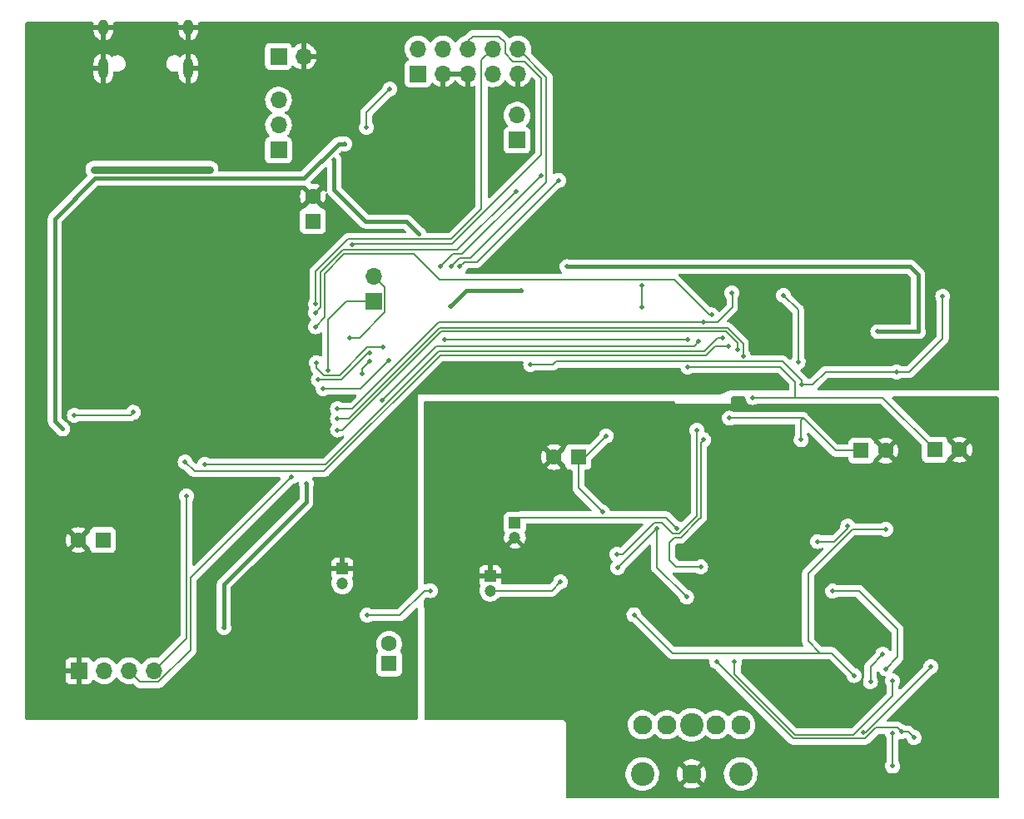
<source format=gbl>
G04 #@! TF.GenerationSoftware,KiCad,Pcbnew,(6.0.0)*
G04 #@! TF.CreationDate,2022-06-03T20:07:36-07:00*
G04 #@! TF.ProjectId,steDAC,73746544-4143-42e6-9b69-6361645f7063,rev?*
G04 #@! TF.SameCoordinates,Original*
G04 #@! TF.FileFunction,Copper,L2,Bot*
G04 #@! TF.FilePolarity,Positive*
%FSLAX46Y46*%
G04 Gerber Fmt 4.6, Leading zero omitted, Abs format (unit mm)*
G04 Created by KiCad (PCBNEW (6.0.0)) date 2022-06-03 20:07:36*
%MOMM*%
%LPD*%
G01*
G04 APERTURE LIST*
G04 #@! TA.AperFunction,ComponentPad*
%ADD10R,1.700000X1.700000*%
G04 #@! TD*
G04 #@! TA.AperFunction,ComponentPad*
%ADD11O,1.700000X1.700000*%
G04 #@! TD*
G04 #@! TA.AperFunction,ComponentPad*
%ADD12R,1.200000X1.200000*%
G04 #@! TD*
G04 #@! TA.AperFunction,ComponentPad*
%ADD13C,1.200000*%
G04 #@! TD*
G04 #@! TA.AperFunction,ComponentPad*
%ADD14C,1.950000*%
G04 #@! TD*
G04 #@! TA.AperFunction,ComponentPad*
%ADD15C,2.400000*%
G04 #@! TD*
G04 #@! TA.AperFunction,ComponentPad*
%ADD16O,1.000000X1.600000*%
G04 #@! TD*
G04 #@! TA.AperFunction,ComponentPad*
%ADD17O,1.000000X2.100000*%
G04 #@! TD*
G04 #@! TA.AperFunction,ComponentPad*
%ADD18R,1.600000X1.600000*%
G04 #@! TD*
G04 #@! TA.AperFunction,ComponentPad*
%ADD19C,1.600000*%
G04 #@! TD*
G04 #@! TA.AperFunction,ViaPad*
%ADD20C,0.500000*%
G04 #@! TD*
G04 #@! TA.AperFunction,Conductor*
%ADD21C,0.203200*%
G04 #@! TD*
G04 #@! TA.AperFunction,Conductor*
%ADD22C,0.200000*%
G04 #@! TD*
G04 #@! TA.AperFunction,Conductor*
%ADD23C,0.406400*%
G04 #@! TD*
G04 #@! TA.AperFunction,Conductor*
%ADD24C,0.127000*%
G04 #@! TD*
G04 #@! TA.AperFunction,Conductor*
%ADD25C,0.762000*%
G04 #@! TD*
G04 APERTURE END LIST*
D10*
X114162500Y-68175000D03*
D11*
X114162500Y-65635000D03*
X114162500Y-63095000D03*
D12*
X135700000Y-111500000D03*
D13*
X135700000Y-113000000D03*
D12*
X120650000Y-110750000D03*
D13*
X120650000Y-112250000D03*
D10*
X128337500Y-60425000D03*
D11*
X128337500Y-57885000D03*
X130877500Y-60425000D03*
X130877500Y-57885000D03*
X133417500Y-60425000D03*
X133417500Y-57885000D03*
X135957500Y-60425000D03*
X135957500Y-57885000D03*
X138497500Y-60425000D03*
X138497500Y-57885000D03*
D10*
X93862500Y-121150000D03*
D11*
X96402500Y-121150000D03*
X98942500Y-121150000D03*
X101482500Y-121150000D03*
D14*
X156162500Y-131650000D03*
X151162500Y-126650000D03*
X153662500Y-126650000D03*
X158662500Y-126650000D03*
X161162500Y-126650000D03*
D15*
X161162500Y-131650000D03*
X151162500Y-131650000D03*
X156162500Y-126650000D03*
D16*
X96367500Y-55715000D03*
D17*
X105007500Y-59895000D03*
D16*
X105007500Y-55715000D03*
D17*
X96367500Y-59895000D03*
D10*
X114162500Y-58650000D03*
D11*
X116702500Y-58650000D03*
D18*
X125412500Y-120400000D03*
D19*
X125412500Y-118400000D03*
D10*
X138412500Y-67175000D03*
D11*
X138412500Y-64635000D03*
D18*
X180912500Y-98650000D03*
D19*
X183412500Y-98650000D03*
D18*
X117662500Y-75400000D03*
D19*
X117662500Y-72900000D03*
D18*
X144662500Y-99400000D03*
D19*
X142162500Y-99400000D03*
D18*
X96312500Y-107850000D03*
D19*
X93812500Y-107850000D03*
D18*
X173412500Y-98750000D03*
D19*
X175912500Y-98750000D03*
D12*
X138200000Y-106100000D03*
D13*
X138200000Y-107600000D03*
D10*
X123812500Y-83550000D03*
D11*
X123812500Y-81010000D03*
D20*
X169000000Y-108000000D03*
X172056602Y-106426524D03*
X126212500Y-71950000D03*
X157412500Y-85650000D03*
X160262500Y-82700000D03*
X120162500Y-94474500D03*
X104812500Y-103350000D03*
X154662500Y-106650000D03*
X175912500Y-120950000D03*
X170512500Y-113050000D03*
X175912500Y-106750000D03*
X150312500Y-115450000D03*
X142850000Y-112112500D03*
X172687500Y-121625000D03*
X147112500Y-104998900D03*
X147512500Y-97250000D03*
X160012500Y-95450000D03*
X167312500Y-97650000D03*
X148582500Y-109320000D03*
X156713694Y-96681206D03*
X157412500Y-97650000D03*
X157102500Y-110590000D03*
X176612500Y-122150000D03*
X160550000Y-120250000D03*
X174361400Y-122250000D03*
X175612500Y-119450000D03*
X176612500Y-127498900D03*
X176612500Y-130850000D03*
X178812500Y-127950000D03*
X158712500Y-120250000D03*
X177512500Y-127350000D03*
X173650558Y-127449458D03*
X180512500Y-120750000D03*
X92200000Y-96550000D03*
X120912500Y-67550000D03*
X179212500Y-86650000D03*
X175112500Y-86650000D03*
X108600000Y-116750000D03*
X131612500Y-84050000D03*
X138812500Y-82450000D03*
X117000000Y-102100000D03*
X143512500Y-80050000D03*
X155812500Y-90250000D03*
X162412500Y-93350000D03*
X167412500Y-92050000D03*
X181712500Y-83050000D03*
X177012500Y-90750000D03*
X139800000Y-90000000D03*
X95412500Y-70150000D03*
X107162500Y-70150000D03*
X101662500Y-70150000D03*
X93412500Y-95150000D03*
X99412500Y-94850000D03*
X128412500Y-76698900D03*
X119812500Y-69150000D03*
X161412500Y-89147789D03*
X120162500Y-95474003D03*
X160812500Y-88450000D03*
X120162500Y-96650000D03*
X104662500Y-99900000D03*
X159912500Y-88150000D03*
X159358076Y-87318363D03*
X106662500Y-100150000D03*
X117912500Y-86150000D03*
X158212500Y-84950000D03*
X124662500Y-93650000D03*
X156900246Y-87662254D03*
X155812500Y-87450000D03*
X131012500Y-87450000D03*
X115512500Y-101399011D03*
X132612500Y-80050000D03*
X142650000Y-71250000D03*
X118712500Y-92450000D03*
X125412500Y-89550000D03*
X123452187Y-88801100D03*
X118212500Y-91550000D03*
X131712500Y-80050000D03*
X119212500Y-90550011D03*
X140861400Y-70750000D03*
X130612500Y-80050000D03*
X124812500Y-88250000D03*
X118012500Y-89801100D03*
X117912500Y-84750000D03*
X138312500Y-72350000D03*
X117912500Y-83850000D03*
X121612500Y-77798900D03*
X155662500Y-113650000D03*
X148662500Y-110650000D03*
X152662500Y-106650000D03*
X151112500Y-81950000D03*
X123412500Y-89637000D03*
X151112500Y-84150000D03*
X165512500Y-82950000D03*
X123112500Y-65850000D03*
X125487500Y-61975000D03*
X121412500Y-87250000D03*
X167012500Y-89750000D03*
X122662500Y-90900000D03*
X123157500Y-115495000D03*
X129600000Y-113000000D03*
D21*
X133104340Y-79558160D02*
X132612500Y-80050000D01*
X134329360Y-79558160D02*
X133104340Y-79558160D01*
X142637520Y-71250000D02*
X134329360Y-79558160D01*
X142650000Y-71250000D02*
X142637520Y-71250000D01*
D22*
X118815495Y-100849511D02*
X105612011Y-100849511D01*
X105612011Y-100849511D02*
X104662500Y-99900000D01*
X157666745Y-89049520D02*
X130615486Y-89049520D01*
X158566265Y-88150000D02*
X157666745Y-89049520D01*
X130615486Y-89049520D02*
X118815495Y-100849511D01*
X159912500Y-88150000D02*
X158566265Y-88150000D01*
X118950000Y-100150000D02*
X106662500Y-100150000D01*
X158832896Y-87318363D02*
X157501259Y-88650000D01*
X157501259Y-88650000D02*
X130450000Y-88650000D01*
X130450000Y-88650000D02*
X118950000Y-100150000D01*
X159358076Y-87318363D02*
X158832896Y-87318363D01*
X176612500Y-123687500D02*
X176612500Y-122150000D01*
X172651120Y-127648880D02*
X176612500Y-123687500D01*
X160550000Y-120250000D02*
X160550000Y-121520230D01*
X160550000Y-121520230D02*
X166678650Y-127648880D01*
X166678650Y-127648880D02*
X172651120Y-127648880D01*
D21*
X156879843Y-105777053D02*
X155056265Y-107600631D01*
X157412500Y-97650000D02*
X157114814Y-97947686D01*
X157114814Y-97947686D02*
X157114814Y-105542083D01*
X153900000Y-108100000D02*
X153900000Y-109900000D01*
X157114814Y-105542083D02*
X156879843Y-105777053D01*
X155056265Y-107600631D02*
X154399369Y-107600631D01*
X154399369Y-107600631D02*
X153900000Y-108100000D01*
X153900000Y-109900000D02*
X154590000Y-110590000D01*
X154590000Y-110590000D02*
X157102500Y-110590000D01*
X173860400Y-127449458D02*
X180512500Y-120797358D01*
X173650558Y-127449458D02*
X173860400Y-127449458D01*
X180512500Y-120797358D02*
X180512500Y-120750000D01*
D22*
X170695230Y-108000000D02*
X169000000Y-108000000D01*
X172056602Y-106638628D02*
X170695230Y-108000000D01*
X172056602Y-106426524D02*
X172056602Y-106638628D01*
D23*
X117000000Y-102100000D02*
X117000000Y-103962500D01*
X117000000Y-103962500D02*
X108600000Y-112362500D01*
X108600000Y-112362500D02*
X108600000Y-116750000D01*
D21*
X167412500Y-91650000D02*
X167412500Y-92050000D01*
X165461389Y-89698889D02*
X167412500Y-91650000D01*
X142363611Y-89698889D02*
X165461389Y-89698889D01*
X142062500Y-90000000D02*
X142363611Y-89698889D01*
X139800000Y-90000000D02*
X142062500Y-90000000D01*
D24*
X158812500Y-85650000D02*
X160312500Y-84150000D01*
X160312500Y-84150000D02*
X160312500Y-82750000D01*
X157412500Y-85650000D02*
X158812500Y-85650000D01*
X121672632Y-94474500D02*
X130497132Y-85650000D01*
X160312500Y-82750000D02*
X160262500Y-82700000D01*
X120162500Y-94474500D02*
X121672632Y-94474500D01*
X130497132Y-85650000D02*
X157412500Y-85650000D01*
D22*
X104812500Y-117820000D02*
X101482500Y-121150000D01*
X104812500Y-103350000D02*
X104812500Y-117820000D01*
D21*
X177112500Y-116950000D02*
X173212500Y-113050000D01*
X138200000Y-106100000D02*
X138750000Y-105550000D01*
X175912500Y-120950000D02*
X177112500Y-119750000D01*
X177112500Y-119750000D02*
X177112500Y-116950000D01*
X138750000Y-105550000D02*
X153562500Y-105550000D01*
X173212500Y-113050000D02*
X170512500Y-113050000D01*
X153562500Y-105550000D02*
X154662500Y-106650000D01*
X168012500Y-118150000D02*
X169212500Y-119350000D01*
X172512500Y-106750000D02*
X168012500Y-111250000D01*
X150312500Y-115450000D02*
X154212500Y-119350000D01*
X175912500Y-106750000D02*
X172512500Y-106750000D01*
X168012500Y-111250000D02*
X168012500Y-118150000D01*
X154212500Y-119350000D02*
X169212500Y-119350000D01*
X141962500Y-113000000D02*
X142850000Y-112112500D01*
X169212500Y-119350000D02*
X170412500Y-119350000D01*
X135700000Y-113000000D02*
X141962500Y-113000000D01*
X170412500Y-119350000D02*
X172687500Y-121625000D01*
D22*
X144662500Y-99400000D02*
X144662500Y-102548900D01*
D21*
X145362500Y-99400000D02*
X147512500Y-97250000D01*
D22*
X144662500Y-99400000D02*
X145362500Y-99400000D01*
X144662500Y-102548900D02*
X147112500Y-104998900D01*
X167512500Y-95450000D02*
X160012500Y-95450000D01*
X167312500Y-95650000D02*
X167312500Y-97650000D01*
X170812500Y-98750000D02*
X173412500Y-98750000D01*
X167512500Y-95450000D02*
X167312500Y-95650000D01*
X167512500Y-95450000D02*
X170812500Y-98750000D01*
X154890116Y-107199511D02*
X154262011Y-107199511D01*
X152412500Y-106050000D02*
X149142500Y-109320000D01*
X149142500Y-109320000D02*
X148582500Y-109320000D01*
X154262011Y-107199511D02*
X153112500Y-106050000D01*
X156713694Y-96681206D02*
X156713694Y-105375933D01*
X156713694Y-105375933D02*
X154890116Y-107199511D01*
X153112500Y-106050000D02*
X152412500Y-106050000D01*
D21*
X175612500Y-119450000D02*
X174361400Y-120701100D01*
X174361400Y-120701100D02*
X174361400Y-122250000D01*
X176612500Y-127498900D02*
X176612500Y-130850000D01*
X177110289Y-126947789D02*
X174931601Y-126947789D01*
X174931601Y-126947789D02*
X173829390Y-128050000D01*
X166512500Y-128050000D02*
X158712500Y-120250000D01*
X177512500Y-127350000D02*
X177110289Y-126947789D01*
X173829390Y-128050000D02*
X166512500Y-128050000D01*
X177512500Y-127350000D02*
X178212500Y-127350000D01*
X178212500Y-127350000D02*
X178812500Y-127950000D01*
D23*
X95512500Y-71050000D02*
X116762500Y-71050000D01*
X120262500Y-67550000D02*
X120912500Y-67550000D01*
X116762500Y-71050000D02*
X120262500Y-67550000D01*
X91412500Y-75150000D02*
X95512500Y-71050000D01*
X92200000Y-96550000D02*
X91412500Y-95762500D01*
X91412500Y-95762500D02*
X91412500Y-75150000D01*
X175112500Y-86650000D02*
X179212500Y-86650000D01*
X133212500Y-82450000D02*
X138812500Y-82450000D01*
X178412500Y-80050000D02*
X179212500Y-80850000D01*
X131612500Y-84050000D02*
X133212500Y-82450000D01*
X143512500Y-80050000D02*
X178412500Y-80050000D01*
X179212500Y-80850000D02*
X179212500Y-86650000D01*
D22*
X175612500Y-93350000D02*
X180912500Y-98650000D01*
X165212500Y-90250000D02*
X166712500Y-91750000D01*
X166712500Y-91750000D02*
X166712500Y-93350000D01*
X166712500Y-93350000D02*
X175612500Y-93350000D01*
X166712500Y-93350000D02*
X162412500Y-93350000D01*
X155812500Y-90250000D02*
X165212500Y-90250000D01*
X177012500Y-90750000D02*
X178312500Y-90750000D01*
X168512500Y-92050000D02*
X167412500Y-92050000D01*
X181712500Y-87350000D02*
X181712500Y-83050000D01*
X177012500Y-90750000D02*
X169812500Y-90750000D01*
X178312500Y-90750000D02*
X181712500Y-87350000D01*
X169812500Y-90750000D02*
X168512500Y-92050000D01*
D25*
X101662500Y-70150000D02*
X107162500Y-70150000D01*
X95412500Y-70150000D02*
X101662500Y-70150000D01*
D22*
X93412500Y-95150000D02*
X99112500Y-95150000D01*
X99112500Y-95150000D02*
X99412500Y-94850000D01*
D23*
X119812500Y-72250000D02*
X119812500Y-69150000D01*
X127163600Y-75450000D02*
X123012500Y-75450000D01*
X128412500Y-76698900D02*
X127163600Y-75450000D01*
X123012500Y-75450000D02*
X119812500Y-72250000D01*
D24*
X121325109Y-95474003D02*
X120162500Y-95474003D01*
X161412500Y-89147789D02*
X161412500Y-87870140D01*
X159798192Y-86255832D02*
X130543281Y-86255832D01*
X130543281Y-86255832D02*
X121325109Y-95474003D01*
X161412500Y-87870140D02*
X159798192Y-86255832D01*
X160812500Y-88450000D02*
X160812500Y-87783528D01*
X159647824Y-86618852D02*
X130693648Y-86618852D01*
X160812500Y-87783528D02*
X159647824Y-86618852D01*
X130693648Y-86618852D02*
X120662500Y-96650000D01*
X120662500Y-96650000D02*
X120162500Y-96650000D01*
D22*
X130584884Y-81399511D02*
X127936493Y-78751120D01*
X118864731Y-80734571D02*
X118864731Y-85197769D01*
X158212500Y-84950000D02*
X157962500Y-84950000D01*
X127936493Y-78751120D02*
X120848182Y-78751120D01*
X154412011Y-81399511D02*
X130584884Y-81399511D01*
X157962500Y-84950000D02*
X154412011Y-81399511D01*
X118864731Y-85197769D02*
X117912500Y-86150000D01*
X120848182Y-78751120D02*
X118864731Y-80734571D01*
D24*
X156412500Y-88150000D02*
X130162500Y-88150000D01*
X156900246Y-87662254D02*
X156412500Y-88150000D01*
X130162500Y-88150000D02*
X124662500Y-93650000D01*
X155812500Y-87450000D02*
X131012500Y-87450000D01*
D22*
X105212020Y-119046135D02*
X101958644Y-122299511D01*
X115512500Y-101399011D02*
X105212020Y-111699491D01*
X101958644Y-122299511D02*
X100092011Y-122299511D01*
X105212020Y-111699491D02*
X105212020Y-119046135D01*
X100092011Y-122299511D02*
X98942500Y-121150000D01*
D21*
X122512500Y-92450000D02*
X118712500Y-92450000D01*
X125412500Y-89550000D02*
X122512500Y-92450000D01*
X141412500Y-60750000D02*
X138547500Y-57885000D01*
X141412500Y-71450000D02*
X141412500Y-60750000D01*
X123261400Y-88801100D02*
X123452187Y-88801100D01*
X138547500Y-57885000D02*
X138497500Y-57885000D01*
X132607060Y-79155440D02*
X133707060Y-79155440D01*
X120512500Y-91550000D02*
X123261400Y-88801100D01*
X118212500Y-91550000D02*
X120512500Y-91550000D01*
X133707060Y-79155440D02*
X141412500Y-71450000D01*
X131712500Y-80050000D02*
X132607060Y-79155440D01*
X119212500Y-90550011D02*
X119212500Y-85417270D01*
D22*
X123812500Y-83550000D02*
X121079770Y-83550000D01*
D21*
X119212500Y-85417270D02*
X120112500Y-84517270D01*
D22*
X121079770Y-83550000D02*
X120112500Y-84517270D01*
D21*
X130612500Y-80050000D02*
X131909780Y-78752720D01*
X120361389Y-91101111D02*
X118763611Y-91101111D01*
X118763611Y-91101111D02*
X118012500Y-90350000D01*
X132858680Y-78752720D02*
X140861400Y-70750000D01*
X124812500Y-88250000D02*
X123212500Y-88250000D01*
X118012500Y-90350000D02*
X118012500Y-89801100D01*
X131909780Y-78752720D02*
X132858680Y-78752720D01*
X123212500Y-88250000D02*
X120361389Y-91101111D01*
X138312500Y-72350000D02*
X132312500Y-78350000D01*
X120682032Y-78350000D02*
X118463611Y-80568421D01*
X118463611Y-84198889D02*
X117912500Y-84750000D01*
X132312500Y-78350000D02*
X120682032Y-78350000D01*
X118463611Y-80568421D02*
X118463611Y-84198889D01*
X134806389Y-74156111D02*
X134806389Y-59036111D01*
X121214711Y-77247789D02*
X121840779Y-77247789D01*
X117912500Y-83850000D02*
X117912500Y-80550000D01*
X117912500Y-80550000D02*
X121214711Y-77247789D01*
X134806389Y-59036111D02*
X135957500Y-57885000D01*
X121840779Y-77247789D02*
X121842990Y-77250000D01*
X121842990Y-77250000D02*
X131712500Y-77250000D01*
X131712500Y-77250000D02*
X134806389Y-74156111D01*
X136562500Y-56600000D02*
X133900000Y-56600000D01*
X131797674Y-77764826D02*
X140912500Y-68650000D01*
X140912500Y-60850000D02*
X139212500Y-59150000D01*
X133417500Y-57082500D02*
X133417500Y-57885000D01*
X121646574Y-77764826D02*
X131797674Y-77764826D01*
X138012500Y-59150000D02*
X137212500Y-58350000D01*
X140912500Y-68650000D02*
X140912500Y-60850000D01*
X133900000Y-56600000D02*
X133417500Y-57082500D01*
X137212500Y-58350000D02*
X137212500Y-57250000D01*
X137212500Y-57250000D02*
X136562500Y-56600000D01*
X139212500Y-59150000D02*
X138012500Y-59150000D01*
X121612500Y-77798900D02*
X121646574Y-77764826D01*
D22*
X152662500Y-110650000D02*
X152662500Y-106650000D01*
X155662500Y-113650000D02*
X152662500Y-110650000D01*
X148662500Y-110650000D02*
X152662500Y-106650000D01*
D21*
X121412500Y-87250000D02*
X122414722Y-87250000D01*
X122414722Y-87250000D02*
X124963611Y-84701111D01*
X123112500Y-65850000D02*
X123112500Y-64350000D01*
D22*
X167012500Y-84450000D02*
X165512500Y-82950000D01*
D21*
X123112500Y-64350000D02*
X125487500Y-61975000D01*
D22*
X167012500Y-89750000D02*
X167012500Y-84450000D01*
D21*
X151112500Y-81950000D02*
X151112500Y-84150000D01*
X122662500Y-90900000D02*
X122662500Y-90387000D01*
X124963611Y-84701111D02*
X124963611Y-82161111D01*
X122662500Y-90387000D02*
X123412500Y-89637000D01*
X124963611Y-82161111D02*
X123812500Y-81010000D01*
X129600000Y-113000000D02*
X129000000Y-113000000D01*
X129000000Y-113000000D02*
X126505000Y-115495000D01*
X126505000Y-115495000D02*
X123157500Y-115495000D01*
G04 #@! TA.AperFunction,Conductor*
G36*
X161594386Y-93270002D02*
G01*
X161640879Y-93323658D01*
X161651664Y-93363702D01*
X161665881Y-93508699D01*
X161719594Y-93670167D01*
X161723241Y-93676189D01*
X161723242Y-93676191D01*
X161767943Y-93750000D01*
X161807746Y-93815723D01*
X161925955Y-93938132D01*
X162068346Y-94031310D01*
X162074950Y-94033766D01*
X162074952Y-94033767D01*
X162111344Y-94047301D01*
X162227841Y-94090626D01*
X162396515Y-94113132D01*
X162403526Y-94112494D01*
X162403530Y-94112494D01*
X162558962Y-94098348D01*
X162565983Y-94097709D01*
X162572685Y-94095531D01*
X162572687Y-94095531D01*
X162721123Y-94047301D01*
X162721126Y-94047300D01*
X162727822Y-94045124D01*
X162843323Y-93976271D01*
X162907841Y-93958500D01*
X166664357Y-93958500D01*
X166680803Y-93959578D01*
X166712500Y-93963751D01*
X166720688Y-93962673D01*
X166744197Y-93959578D01*
X166760643Y-93958500D01*
X175308261Y-93958500D01*
X175376382Y-93978502D01*
X175397356Y-93995405D01*
X179567095Y-98165144D01*
X179601121Y-98227456D01*
X179604000Y-98254239D01*
X179604000Y-99498134D01*
X179610755Y-99560316D01*
X179661885Y-99696705D01*
X179749239Y-99813261D01*
X179865795Y-99900615D01*
X180002184Y-99951745D01*
X180064366Y-99958500D01*
X181760634Y-99958500D01*
X181822816Y-99951745D01*
X181959205Y-99900615D01*
X182075761Y-99813261D01*
X182133619Y-99736062D01*
X182690993Y-99736062D01*
X182700289Y-99748077D01*
X182751494Y-99783931D01*
X182760989Y-99789414D01*
X182958447Y-99881490D01*
X182968739Y-99885236D01*
X183179188Y-99941625D01*
X183189981Y-99943528D01*
X183407025Y-99962517D01*
X183417975Y-99962517D01*
X183635019Y-99943528D01*
X183645812Y-99941625D01*
X183856261Y-99885236D01*
X183866553Y-99881490D01*
X184064011Y-99789414D01*
X184073506Y-99783931D01*
X184125548Y-99747491D01*
X184133924Y-99737012D01*
X184126856Y-99723566D01*
X183425312Y-99022022D01*
X183411368Y-99014408D01*
X183409535Y-99014539D01*
X183402920Y-99018790D01*
X182697423Y-99724287D01*
X182690993Y-99736062D01*
X182133619Y-99736062D01*
X182163115Y-99696705D01*
X182214245Y-99560316D01*
X182221000Y-99498134D01*
X182221000Y-99494815D01*
X182244653Y-99427890D01*
X182290656Y-99392196D01*
X182289641Y-99390266D01*
X182300500Y-99384558D01*
X182300745Y-99384368D01*
X182300903Y-99384347D01*
X182338934Y-99364356D01*
X183040478Y-98662812D01*
X183046856Y-98651132D01*
X183776908Y-98651132D01*
X183777039Y-98652965D01*
X183781290Y-98659580D01*
X184486787Y-99365077D01*
X184498562Y-99371507D01*
X184510577Y-99362211D01*
X184546431Y-99311006D01*
X184551914Y-99301511D01*
X184643990Y-99104053D01*
X184647736Y-99093761D01*
X184704125Y-98883312D01*
X184706028Y-98872519D01*
X184725017Y-98655475D01*
X184725017Y-98644525D01*
X184706028Y-98427481D01*
X184704125Y-98416688D01*
X184647736Y-98206239D01*
X184643990Y-98195947D01*
X184551914Y-97998489D01*
X184546431Y-97988994D01*
X184509991Y-97936952D01*
X184499512Y-97928576D01*
X184486066Y-97935644D01*
X183784522Y-98637188D01*
X183776908Y-98651132D01*
X183046856Y-98651132D01*
X183048092Y-98648868D01*
X183047961Y-98647035D01*
X183043710Y-98640420D01*
X182338213Y-97934923D01*
X182296471Y-97912129D01*
X182286471Y-97909953D01*
X182236273Y-97859747D01*
X182221049Y-97806186D01*
X182221000Y-97805281D01*
X182221000Y-97801866D01*
X182214245Y-97739684D01*
X182163115Y-97603295D01*
X182132907Y-97562988D01*
X182691076Y-97562988D01*
X182698144Y-97576434D01*
X183399688Y-98277978D01*
X183413632Y-98285592D01*
X183415465Y-98285461D01*
X183422080Y-98281210D01*
X184127577Y-97575713D01*
X184134007Y-97563938D01*
X184124711Y-97551923D01*
X184073506Y-97516069D01*
X184064011Y-97510586D01*
X183866553Y-97418510D01*
X183856261Y-97414764D01*
X183645812Y-97358375D01*
X183635019Y-97356472D01*
X183417975Y-97337483D01*
X183407025Y-97337483D01*
X183189981Y-97356472D01*
X183179188Y-97358375D01*
X182968739Y-97414764D01*
X182958447Y-97418510D01*
X182760989Y-97510586D01*
X182751494Y-97516069D01*
X182699452Y-97552509D01*
X182691076Y-97562988D01*
X182132907Y-97562988D01*
X182075761Y-97486739D01*
X181959205Y-97399385D01*
X181822816Y-97348255D01*
X181760634Y-97341500D01*
X180516739Y-97341500D01*
X180448618Y-97321498D01*
X180427644Y-97304595D01*
X176588144Y-93465095D01*
X176554118Y-93402783D01*
X176559183Y-93331968D01*
X176601730Y-93275132D01*
X176668250Y-93250321D01*
X176677239Y-93250000D01*
X187278500Y-93250000D01*
X187346621Y-93270002D01*
X187393114Y-93323658D01*
X187404500Y-93376000D01*
X187404500Y-134016000D01*
X187384498Y-134084121D01*
X187330842Y-134130614D01*
X187278500Y-134142000D01*
X143546500Y-134142000D01*
X143478379Y-134121998D01*
X143431886Y-134068342D01*
X143420500Y-134016000D01*
X143420500Y-131605151D01*
X149449796Y-131605151D01*
X149450020Y-131609817D01*
X149450020Y-131609822D01*
X149452566Y-131662812D01*
X149461980Y-131858798D01*
X149511521Y-132107857D01*
X149513100Y-132112255D01*
X149513102Y-132112262D01*
X149557522Y-132235980D01*
X149597331Y-132346858D01*
X149599548Y-132350984D01*
X149678217Y-132497394D01*
X149717525Y-132570551D01*
X149720320Y-132574294D01*
X149720322Y-132574297D01*
X149866671Y-132770282D01*
X149866676Y-132770288D01*
X149869463Y-132774020D01*
X149872772Y-132777300D01*
X149872777Y-132777306D01*
X149971359Y-132875031D01*
X150049807Y-132952797D01*
X150053569Y-132955555D01*
X150053572Y-132955558D01*
X150099723Y-132989397D01*
X150254594Y-133102953D01*
X150258729Y-133105129D01*
X150258733Y-133105131D01*
X150317206Y-133135895D01*
X150479327Y-133221191D01*
X150719068Y-133304912D01*
X150968550Y-133352278D01*
X151089032Y-133357011D01*
X151217625Y-133362064D01*
X151217630Y-133362064D01*
X151222293Y-133362247D01*
X151321274Y-133351407D01*
X151470069Y-133335112D01*
X151470075Y-133335111D01*
X151474722Y-133334602D01*
X151584180Y-133305784D01*
X151715773Y-133271138D01*
X151720293Y-133269948D01*
X151838853Y-133219011D01*
X151949307Y-133171557D01*
X151949310Y-133171555D01*
X151953610Y-133169708D01*
X151957590Y-133167245D01*
X151957594Y-133167243D01*
X152165564Y-133038547D01*
X152165566Y-133038545D01*
X152169547Y-133036082D01*
X152267928Y-132952797D01*
X152359789Y-132875031D01*
X152359791Y-132875029D01*
X152363362Y-132872006D01*
X152368082Y-132866624D01*
X155311121Y-132866624D01*
X155315488Y-132872774D01*
X155515063Y-132989397D01*
X155524346Y-132993844D01*
X155742507Y-133077152D01*
X155752405Y-133080028D01*
X155981244Y-133126585D01*
X155991472Y-133127804D01*
X156224840Y-133136362D01*
X156235126Y-133135895D01*
X156466762Y-133106222D01*
X156476840Y-133104080D01*
X156700514Y-133036974D01*
X156710112Y-133033212D01*
X156919824Y-132930476D01*
X156928669Y-132925203D01*
X157001369Y-132873347D01*
X157009770Y-132862646D01*
X157002783Y-132849493D01*
X156175312Y-132022022D01*
X156161368Y-132014408D01*
X156159535Y-132014539D01*
X156152920Y-132018790D01*
X155318381Y-132853329D01*
X155311121Y-132866624D01*
X152368082Y-132866624D01*
X152530795Y-132681084D01*
X152668169Y-132467512D01*
X152772467Y-132235980D01*
X152841396Y-131991575D01*
X152873443Y-131739667D01*
X152873801Y-131726015D01*
X152874764Y-131689233D01*
X152875791Y-131650000D01*
X152873472Y-131618799D01*
X154675158Y-131618799D01*
X154688602Y-131851942D01*
X154690035Y-131862144D01*
X154741373Y-132089949D01*
X154744456Y-132099789D01*
X154832314Y-132316156D01*
X154836957Y-132325347D01*
X154938055Y-132490325D01*
X154948511Y-132499785D01*
X154957289Y-132496001D01*
X155790478Y-131662812D01*
X155796856Y-131651132D01*
X156526908Y-131651132D01*
X156527039Y-131652965D01*
X156531290Y-131659580D01*
X157362545Y-132490835D01*
X157374555Y-132497394D01*
X157386294Y-132488426D01*
X157435018Y-132420619D01*
X157440329Y-132411780D01*
X157543791Y-132202442D01*
X157547589Y-132192849D01*
X157615474Y-131969413D01*
X157617651Y-131959343D01*
X157648369Y-131726015D01*
X157648888Y-131719340D01*
X157650501Y-131653364D01*
X157650307Y-131646647D01*
X157646896Y-131605151D01*
X159449796Y-131605151D01*
X159450020Y-131609817D01*
X159450020Y-131609822D01*
X159452566Y-131662812D01*
X159461980Y-131858798D01*
X159511521Y-132107857D01*
X159513100Y-132112255D01*
X159513102Y-132112262D01*
X159557522Y-132235980D01*
X159597331Y-132346858D01*
X159599548Y-132350984D01*
X159678217Y-132497394D01*
X159717525Y-132570551D01*
X159720320Y-132574294D01*
X159720322Y-132574297D01*
X159866671Y-132770282D01*
X159866676Y-132770288D01*
X159869463Y-132774020D01*
X159872772Y-132777300D01*
X159872777Y-132777306D01*
X159971359Y-132875031D01*
X160049807Y-132952797D01*
X160053569Y-132955555D01*
X160053572Y-132955558D01*
X160099723Y-132989397D01*
X160254594Y-133102953D01*
X160258729Y-133105129D01*
X160258733Y-133105131D01*
X160317206Y-133135895D01*
X160479327Y-133221191D01*
X160719068Y-133304912D01*
X160968550Y-133352278D01*
X161089032Y-133357011D01*
X161217625Y-133362064D01*
X161217630Y-133362064D01*
X161222293Y-133362247D01*
X161321274Y-133351407D01*
X161470069Y-133335112D01*
X161470075Y-133335111D01*
X161474722Y-133334602D01*
X161584180Y-133305784D01*
X161715773Y-133271138D01*
X161720293Y-133269948D01*
X161838853Y-133219011D01*
X161949307Y-133171557D01*
X161949310Y-133171555D01*
X161953610Y-133169708D01*
X161957590Y-133167245D01*
X161957594Y-133167243D01*
X162165564Y-133038547D01*
X162165566Y-133038545D01*
X162169547Y-133036082D01*
X162267928Y-132952797D01*
X162359789Y-132875031D01*
X162359791Y-132875029D01*
X162363362Y-132872006D01*
X162530795Y-132681084D01*
X162668169Y-132467512D01*
X162772467Y-132235980D01*
X162841396Y-131991575D01*
X162873443Y-131739667D01*
X162873801Y-131726015D01*
X162874764Y-131689233D01*
X162875791Y-131650000D01*
X162868159Y-131547301D01*
X162857318Y-131401411D01*
X162857317Y-131401407D01*
X162856972Y-131396759D01*
X162852343Y-131376298D01*
X162801959Y-131153639D01*
X162800928Y-131149082D01*
X162761003Y-131046414D01*
X162710584Y-130916762D01*
X162710583Y-130916760D01*
X162708891Y-130912409D01*
X162687638Y-130875223D01*
X162585202Y-130695997D01*
X162585200Y-130695995D01*
X162582883Y-130691940D01*
X162425671Y-130492517D01*
X162240709Y-130318523D01*
X162084823Y-130210381D01*
X162035893Y-130176437D01*
X162035890Y-130176435D01*
X162032061Y-130173779D01*
X162027884Y-130171719D01*
X162027877Y-130171715D01*
X161808496Y-130063528D01*
X161808492Y-130063527D01*
X161804310Y-130061464D01*
X161562460Y-129984047D01*
X161557855Y-129983297D01*
X161316435Y-129943980D01*
X161316434Y-129943980D01*
X161311823Y-129943229D01*
X161184864Y-129941567D01*
X161062583Y-129939966D01*
X161062580Y-129939966D01*
X161057906Y-129939905D01*
X160806287Y-129974149D01*
X160562493Y-130045208D01*
X160331880Y-130151522D01*
X160301081Y-130171715D01*
X160123428Y-130288189D01*
X160123423Y-130288193D01*
X160119515Y-130290755D01*
X160043271Y-130358805D01*
X159942890Y-130448399D01*
X159930062Y-130459848D01*
X159767683Y-130655087D01*
X159635947Y-130872182D01*
X159634138Y-130876496D01*
X159634137Y-130876498D01*
X159562886Y-131046414D01*
X159537746Y-131106365D01*
X159536595Y-131110897D01*
X159536594Y-131110900D01*
X159512753Y-131204773D01*
X159475238Y-131352490D01*
X159449796Y-131605151D01*
X157646896Y-131605151D01*
X157631025Y-131412108D01*
X157629342Y-131401946D01*
X157572452Y-131175453D01*
X157569134Y-131165706D01*
X157476013Y-130951542D01*
X157471146Y-130942467D01*
X157385965Y-130810796D01*
X157375279Y-130801593D01*
X157365714Y-130805996D01*
X156534522Y-131637188D01*
X156526908Y-131651132D01*
X155796856Y-131651132D01*
X155798092Y-131648868D01*
X155797961Y-131647035D01*
X155793710Y-131640420D01*
X154962392Y-130809102D01*
X154950856Y-130802802D01*
X154938573Y-130812426D01*
X154871536Y-130910698D01*
X154866443Y-130919662D01*
X154768119Y-131131483D01*
X154764562Y-131141151D01*
X154702157Y-131366178D01*
X154700226Y-131376298D01*
X154675410Y-131608510D01*
X154675158Y-131618799D01*
X152873472Y-131618799D01*
X152868159Y-131547301D01*
X152857318Y-131401411D01*
X152857317Y-131401407D01*
X152856972Y-131396759D01*
X152852343Y-131376298D01*
X152801959Y-131153639D01*
X152800928Y-131149082D01*
X152761003Y-131046414D01*
X152710584Y-130916762D01*
X152710583Y-130916760D01*
X152708891Y-130912409D01*
X152687638Y-130875223D01*
X152585202Y-130695997D01*
X152585200Y-130695995D01*
X152582883Y-130691940D01*
X152425671Y-130492517D01*
X152366805Y-130437142D01*
X155314438Y-130437142D01*
X155321184Y-130449474D01*
X156149688Y-131277978D01*
X156163632Y-131285592D01*
X156165465Y-131285461D01*
X156172080Y-131281210D01*
X157004891Y-130448399D01*
X157011912Y-130435543D01*
X157004139Y-130424875D01*
X156990048Y-130413746D01*
X156981470Y-130408047D01*
X156777026Y-130295189D01*
X156767626Y-130290964D01*
X156547493Y-130213011D01*
X156537536Y-130210381D01*
X156307629Y-130169427D01*
X156297378Y-130168458D01*
X156063867Y-130165605D01*
X156053583Y-130166325D01*
X155822753Y-130201647D01*
X155812725Y-130204036D01*
X155590763Y-130276584D01*
X155581253Y-130280581D01*
X155374124Y-130388405D01*
X155365404Y-130393897D01*
X155322891Y-130425817D01*
X155314438Y-130437142D01*
X152366805Y-130437142D01*
X152240709Y-130318523D01*
X152084823Y-130210381D01*
X152035893Y-130176437D01*
X152035890Y-130176435D01*
X152032061Y-130173779D01*
X152027884Y-130171719D01*
X152027877Y-130171715D01*
X151808496Y-130063528D01*
X151808492Y-130063527D01*
X151804310Y-130061464D01*
X151562460Y-129984047D01*
X151557855Y-129983297D01*
X151316435Y-129943980D01*
X151316434Y-129943980D01*
X151311823Y-129943229D01*
X151184864Y-129941567D01*
X151062583Y-129939966D01*
X151062580Y-129939966D01*
X151057906Y-129939905D01*
X150806287Y-129974149D01*
X150562493Y-130045208D01*
X150331880Y-130151522D01*
X150301081Y-130171715D01*
X150123428Y-130288189D01*
X150123423Y-130288193D01*
X150119515Y-130290755D01*
X150043271Y-130358805D01*
X149942890Y-130448399D01*
X149930062Y-130459848D01*
X149767683Y-130655087D01*
X149635947Y-130872182D01*
X149634138Y-130876496D01*
X149634137Y-130876498D01*
X149562886Y-131046414D01*
X149537746Y-131106365D01*
X149536595Y-131110897D01*
X149536594Y-131110900D01*
X149512753Y-131204773D01*
X149475238Y-131352490D01*
X149449796Y-131605151D01*
X143420500Y-131605151D01*
X143420500Y-126658702D01*
X143420502Y-126657932D01*
X143420773Y-126613631D01*
X149674360Y-126613631D01*
X149674657Y-126618783D01*
X149674657Y-126618787D01*
X149682387Y-126752842D01*
X149688403Y-126857171D01*
X149689540Y-126862217D01*
X149689541Y-126862223D01*
X149721374Y-127003475D01*
X149742033Y-127095147D01*
X149743975Y-127099929D01*
X149743976Y-127099933D01*
X149831867Y-127316382D01*
X149833811Y-127321169D01*
X149961272Y-127529166D01*
X150120992Y-127713553D01*
X150308683Y-127869377D01*
X150519304Y-127992453D01*
X150524129Y-127994295D01*
X150524130Y-127994296D01*
X150592997Y-128020594D01*
X150747198Y-128079478D01*
X150752264Y-128080509D01*
X150752265Y-128080509D01*
X150981167Y-128127080D01*
X150981171Y-128127080D01*
X150986246Y-128128113D01*
X150991422Y-128128303D01*
X150991424Y-128128303D01*
X151224863Y-128136863D01*
X151224867Y-128136863D01*
X151230027Y-128137052D01*
X151235147Y-128136396D01*
X151235149Y-128136396D01*
X151311877Y-128126567D01*
X151471994Y-128106055D01*
X151476943Y-128104570D01*
X151476949Y-128104569D01*
X151676837Y-128044599D01*
X151705650Y-128035955D01*
X151924719Y-127928634D01*
X151928924Y-127925634D01*
X151928930Y-127925631D01*
X152119114Y-127789974D01*
X152119116Y-127789972D01*
X152123318Y-127786975D01*
X152296114Y-127614781D01*
X152311525Y-127593334D01*
X152367518Y-127549686D01*
X152438222Y-127543240D01*
X152501186Y-127576042D01*
X152509083Y-127584361D01*
X152620992Y-127713553D01*
X152808683Y-127869377D01*
X153019304Y-127992453D01*
X153024129Y-127994295D01*
X153024130Y-127994296D01*
X153092997Y-128020594D01*
X153247198Y-128079478D01*
X153252264Y-128080509D01*
X153252265Y-128080509D01*
X153481167Y-128127080D01*
X153481171Y-128127080D01*
X153486246Y-128128113D01*
X153491422Y-128128303D01*
X153491424Y-128128303D01*
X153724863Y-128136863D01*
X153724867Y-128136863D01*
X153730027Y-128137052D01*
X153735147Y-128136396D01*
X153735149Y-128136396D01*
X153811877Y-128126567D01*
X153971994Y-128106055D01*
X153976943Y-128104570D01*
X153976949Y-128104569D01*
X154176837Y-128044599D01*
X154205650Y-128035955D01*
X154424719Y-127928634D01*
X154428924Y-127925634D01*
X154428930Y-127925631D01*
X154619114Y-127789974D01*
X154619116Y-127789972D01*
X154623318Y-127786975D01*
X154626981Y-127783325D01*
X154667050Y-127743397D01*
X154729422Y-127709481D01*
X154800228Y-127714670D01*
X154856947Y-127757259D01*
X154869463Y-127774020D01*
X154872772Y-127777300D01*
X154872777Y-127777306D01*
X155025432Y-127928634D01*
X155049807Y-127952797D01*
X155053569Y-127955555D01*
X155053572Y-127955558D01*
X155248314Y-128098348D01*
X155254594Y-128102953D01*
X155258729Y-128105129D01*
X155258733Y-128105131D01*
X155348560Y-128152391D01*
X155479327Y-128221191D01*
X155600436Y-128263484D01*
X155682993Y-128292314D01*
X155719068Y-128304912D01*
X155968550Y-128352278D01*
X156089032Y-128357011D01*
X156217625Y-128362064D01*
X156217630Y-128362064D01*
X156222293Y-128362247D01*
X156321274Y-128351407D01*
X156470069Y-128335112D01*
X156470075Y-128335111D01*
X156474722Y-128334602D01*
X156584180Y-128305784D01*
X156715773Y-128271138D01*
X156720293Y-128269948D01*
X156838853Y-128219011D01*
X156949307Y-128171557D01*
X156949310Y-128171555D01*
X156953610Y-128169708D01*
X156957590Y-128167245D01*
X156957594Y-128167243D01*
X157165564Y-128038547D01*
X157165566Y-128038545D01*
X157169547Y-128036082D01*
X157187842Y-128020594D01*
X157359789Y-127875031D01*
X157359791Y-127875029D01*
X157363362Y-127872006D01*
X157471459Y-127748744D01*
X157531412Y-127710716D01*
X157602408Y-127711138D01*
X157646675Y-127734876D01*
X157725702Y-127800485D01*
X157808683Y-127869377D01*
X158019304Y-127992453D01*
X158024129Y-127994295D01*
X158024130Y-127994296D01*
X158092997Y-128020594D01*
X158247198Y-128079478D01*
X158252264Y-128080509D01*
X158252265Y-128080509D01*
X158481167Y-128127080D01*
X158481171Y-128127080D01*
X158486246Y-128128113D01*
X158491422Y-128128303D01*
X158491424Y-128128303D01*
X158724863Y-128136863D01*
X158724867Y-128136863D01*
X158730027Y-128137052D01*
X158735147Y-128136396D01*
X158735149Y-128136396D01*
X158811877Y-128126567D01*
X158971994Y-128106055D01*
X158976943Y-128104570D01*
X158976949Y-128104569D01*
X159176837Y-128044599D01*
X159205650Y-128035955D01*
X159424719Y-127928634D01*
X159428924Y-127925634D01*
X159428930Y-127925631D01*
X159619114Y-127789974D01*
X159619116Y-127789972D01*
X159623318Y-127786975D01*
X159796114Y-127614781D01*
X159811525Y-127593334D01*
X159867518Y-127549686D01*
X159938222Y-127543240D01*
X160001186Y-127576042D01*
X160009083Y-127584361D01*
X160120992Y-127713553D01*
X160308683Y-127869377D01*
X160519304Y-127992453D01*
X160524129Y-127994295D01*
X160524130Y-127994296D01*
X160592997Y-128020594D01*
X160747198Y-128079478D01*
X160752264Y-128080509D01*
X160752265Y-128080509D01*
X160981167Y-128127080D01*
X160981171Y-128127080D01*
X160986246Y-128128113D01*
X160991422Y-128128303D01*
X160991424Y-128128303D01*
X161224863Y-128136863D01*
X161224867Y-128136863D01*
X161230027Y-128137052D01*
X161235147Y-128136396D01*
X161235149Y-128136396D01*
X161311877Y-128126567D01*
X161471994Y-128106055D01*
X161476943Y-128104570D01*
X161476949Y-128104569D01*
X161676837Y-128044599D01*
X161705650Y-128035955D01*
X161924719Y-127928634D01*
X161928924Y-127925634D01*
X161928930Y-127925631D01*
X162119114Y-127789974D01*
X162119116Y-127789972D01*
X162123318Y-127786975D01*
X162296114Y-127614781D01*
X162311525Y-127593335D01*
X162354830Y-127533069D01*
X162438466Y-127416677D01*
X162513948Y-127263951D01*
X162544256Y-127202626D01*
X162544257Y-127202624D01*
X162546550Y-127197984D01*
X162582714Y-127078956D01*
X162615962Y-126969527D01*
X162615963Y-126969521D01*
X162617466Y-126964575D01*
X162645341Y-126752842D01*
X162648870Y-126726038D01*
X162648870Y-126726034D01*
X162649307Y-126722717D01*
X162650801Y-126661586D01*
X162651002Y-126653365D01*
X162651002Y-126653361D01*
X162651084Y-126650000D01*
X162631096Y-126406876D01*
X162571667Y-126170280D01*
X162474394Y-125946568D01*
X162393393Y-125821360D01*
X162344700Y-125746091D01*
X162344698Y-125746088D01*
X162341890Y-125741748D01*
X162266875Y-125659307D01*
X162181190Y-125565141D01*
X162181188Y-125565140D01*
X162177712Y-125561319D01*
X162173658Y-125558117D01*
X162173657Y-125558116D01*
X161990325Y-125413329D01*
X161990321Y-125413327D01*
X161986270Y-125410127D01*
X161772705Y-125292233D01*
X161767836Y-125290509D01*
X161767832Y-125290507D01*
X161547627Y-125212528D01*
X161547623Y-125212527D01*
X161542752Y-125210802D01*
X161537659Y-125209895D01*
X161537656Y-125209894D01*
X161307677Y-125168928D01*
X161307671Y-125168927D01*
X161302588Y-125168022D01*
X161222880Y-125167048D01*
X161063832Y-125165105D01*
X161063830Y-125165105D01*
X161058662Y-125165042D01*
X160817524Y-125201941D01*
X160585650Y-125277729D01*
X160369269Y-125390370D01*
X160365136Y-125393473D01*
X160365133Y-125393475D01*
X160237484Y-125489317D01*
X160174190Y-125536840D01*
X160005653Y-125713204D01*
X160004971Y-125712552D01*
X159950546Y-125750156D01*
X159879589Y-125752527D01*
X159817836Y-125715313D01*
X159681190Y-125565141D01*
X159681188Y-125565140D01*
X159677712Y-125561319D01*
X159673658Y-125558117D01*
X159673657Y-125558116D01*
X159490325Y-125413329D01*
X159490321Y-125413327D01*
X159486270Y-125410127D01*
X159272705Y-125292233D01*
X159267836Y-125290509D01*
X159267832Y-125290507D01*
X159047627Y-125212528D01*
X159047623Y-125212527D01*
X159042752Y-125210802D01*
X159037659Y-125209895D01*
X159037656Y-125209894D01*
X158807677Y-125168928D01*
X158807671Y-125168927D01*
X158802588Y-125168022D01*
X158722880Y-125167048D01*
X158563832Y-125165105D01*
X158563830Y-125165105D01*
X158558662Y-125165042D01*
X158317524Y-125201941D01*
X158085650Y-125277729D01*
X157869269Y-125390370D01*
X157865136Y-125393473D01*
X157865133Y-125393475D01*
X157737484Y-125489317D01*
X157674190Y-125536840D01*
X157670623Y-125540573D01*
X157670617Y-125540578D01*
X157657386Y-125554424D01*
X157595861Y-125589853D01*
X157524949Y-125586396D01*
X157467343Y-125545378D01*
X157463559Y-125540578D01*
X157425671Y-125492517D01*
X157240709Y-125318523D01*
X157074973Y-125203548D01*
X157035893Y-125176437D01*
X157035890Y-125176435D01*
X157032061Y-125173779D01*
X157027884Y-125171719D01*
X157027877Y-125171715D01*
X156808496Y-125063528D01*
X156808492Y-125063527D01*
X156804310Y-125061464D01*
X156562460Y-124984047D01*
X156557855Y-124983297D01*
X156316435Y-124943980D01*
X156316434Y-124943980D01*
X156311823Y-124943229D01*
X156184864Y-124941567D01*
X156062583Y-124939966D01*
X156062580Y-124939966D01*
X156057906Y-124939905D01*
X155806287Y-124974149D01*
X155562493Y-125045208D01*
X155331880Y-125151522D01*
X155306713Y-125168022D01*
X155123428Y-125288189D01*
X155123423Y-125288193D01*
X155119515Y-125290755D01*
X154930062Y-125459848D01*
X154858927Y-125545378D01*
X154857309Y-125547324D01*
X154798372Y-125586908D01*
X154727390Y-125588344D01*
X154678055Y-125560884D01*
X154677712Y-125561319D01*
X154675029Y-125559200D01*
X154545281Y-125456731D01*
X154490325Y-125413329D01*
X154490321Y-125413327D01*
X154486270Y-125410127D01*
X154272705Y-125292233D01*
X154267836Y-125290509D01*
X154267832Y-125290507D01*
X154047627Y-125212528D01*
X154047623Y-125212527D01*
X154042752Y-125210802D01*
X154037659Y-125209895D01*
X154037656Y-125209894D01*
X153807677Y-125168928D01*
X153807671Y-125168927D01*
X153802588Y-125168022D01*
X153722880Y-125167048D01*
X153563832Y-125165105D01*
X153563830Y-125165105D01*
X153558662Y-125165042D01*
X153317524Y-125201941D01*
X153085650Y-125277729D01*
X152869269Y-125390370D01*
X152865136Y-125393473D01*
X152865133Y-125393475D01*
X152737484Y-125489317D01*
X152674190Y-125536840D01*
X152505653Y-125713204D01*
X152504971Y-125712552D01*
X152450546Y-125750156D01*
X152379589Y-125752527D01*
X152317836Y-125715313D01*
X152181190Y-125565141D01*
X152181188Y-125565140D01*
X152177712Y-125561319D01*
X152173658Y-125558117D01*
X152173657Y-125558116D01*
X151990325Y-125413329D01*
X151990321Y-125413327D01*
X151986270Y-125410127D01*
X151772705Y-125292233D01*
X151767836Y-125290509D01*
X151767832Y-125290507D01*
X151547627Y-125212528D01*
X151547623Y-125212527D01*
X151542752Y-125210802D01*
X151537659Y-125209895D01*
X151537656Y-125209894D01*
X151307677Y-125168928D01*
X151307671Y-125168927D01*
X151302588Y-125168022D01*
X151222880Y-125167048D01*
X151063832Y-125165105D01*
X151063830Y-125165105D01*
X151058662Y-125165042D01*
X150817524Y-125201941D01*
X150585650Y-125277729D01*
X150369269Y-125390370D01*
X150365136Y-125393473D01*
X150365133Y-125393475D01*
X150237484Y-125489317D01*
X150174190Y-125536840D01*
X150005653Y-125713204D01*
X150002739Y-125717476D01*
X150002738Y-125717477D01*
X149983219Y-125746091D01*
X149868184Y-125914726D01*
X149851205Y-125951305D01*
X149768639Y-126129177D01*
X149765474Y-126135995D01*
X149700283Y-126371067D01*
X149674360Y-126613631D01*
X143420773Y-126613631D01*
X143420976Y-126580348D01*
X143418510Y-126571719D01*
X143418509Y-126571714D01*
X143412861Y-126551952D01*
X143409283Y-126535191D01*
X143406370Y-126514848D01*
X143406367Y-126514838D01*
X143405095Y-126505955D01*
X143394479Y-126482605D01*
X143388036Y-126465093D01*
X143383454Y-126449063D01*
X143380988Y-126440435D01*
X143365226Y-126415452D01*
X143357096Y-126400386D01*
X143344867Y-126373490D01*
X143328126Y-126354061D01*
X143317021Y-126339053D01*
X143308130Y-126324961D01*
X143303340Y-126317369D01*
X143281203Y-126297818D01*
X143269159Y-126285626D01*
X143255739Y-126270051D01*
X143255737Y-126270050D01*
X143249881Y-126263253D01*
X143242353Y-126258374D01*
X143242350Y-126258371D01*
X143228361Y-126249304D01*
X143213487Y-126238014D01*
X143201002Y-126226988D01*
X143194272Y-126221044D01*
X143186146Y-126217229D01*
X143186145Y-126217228D01*
X143180479Y-126214568D01*
X143167534Y-126208490D01*
X143152565Y-126200176D01*
X143127773Y-126184107D01*
X143103209Y-126176761D01*
X143085764Y-126170099D01*
X143062552Y-126159201D01*
X143033370Y-126154657D01*
X143016651Y-126150874D01*
X142996964Y-126144986D01*
X142996961Y-126144985D01*
X142988359Y-126142413D01*
X142979384Y-126142358D01*
X142979383Y-126142358D01*
X142972690Y-126142317D01*
X142953944Y-126142203D01*
X142953172Y-126142170D01*
X142952077Y-126142000D01*
X142921202Y-126142000D01*
X142920432Y-126141998D01*
X142846784Y-126141548D01*
X142846783Y-126141548D01*
X142842848Y-126141524D01*
X142841504Y-126141908D01*
X142840159Y-126142000D01*
X129136573Y-126142000D01*
X129068452Y-126121998D01*
X129021959Y-126068342D01*
X129010574Y-126016383D01*
X129009765Y-125750156D01*
X128978425Y-115439343D01*
X149549275Y-115439343D01*
X149565881Y-115608699D01*
X149619594Y-115770167D01*
X149707746Y-115915723D01*
X149825955Y-116038132D01*
X149968346Y-116131310D01*
X149974950Y-116133766D01*
X149974952Y-116133767D01*
X150048094Y-116160968D01*
X150127841Y-116190626D01*
X150134824Y-116191558D01*
X150134825Y-116191558D01*
X150157662Y-116194605D01*
X150222539Y-116223441D01*
X150230092Y-116230403D01*
X153727579Y-119727890D01*
X153734691Y-119735706D01*
X153738674Y-119741983D01*
X153744452Y-119747409D01*
X153786431Y-119786830D01*
X153789273Y-119789585D01*
X153808235Y-119808547D01*
X153811362Y-119810973D01*
X153812003Y-119811538D01*
X153820161Y-119818506D01*
X153851042Y-119847504D01*
X153867819Y-119856728D01*
X153884332Y-119867575D01*
X153893198Y-119874452D01*
X153893203Y-119874455D01*
X153899466Y-119879313D01*
X153938347Y-119896138D01*
X153948995Y-119901354D01*
X153986122Y-119921765D01*
X154004661Y-119926525D01*
X154023359Y-119932926D01*
X154040935Y-119940532D01*
X154082778Y-119947159D01*
X154094397Y-119949565D01*
X154135426Y-119960100D01*
X154154564Y-119960100D01*
X154174274Y-119961651D01*
X154193184Y-119964646D01*
X154235360Y-119960659D01*
X154247219Y-119960100D01*
X157841633Y-119960100D01*
X157909754Y-119980102D01*
X157956247Y-120033758D01*
X157966639Y-120101892D01*
X157965431Y-120111458D01*
X157949275Y-120239343D01*
X157965881Y-120408699D01*
X157968105Y-120415384D01*
X157968105Y-120415385D01*
X157973913Y-120432845D01*
X158019594Y-120570167D01*
X158023241Y-120576189D01*
X158023242Y-120576191D01*
X158091971Y-120689675D01*
X158107746Y-120715723D01*
X158225955Y-120838132D01*
X158368346Y-120931310D01*
X158374950Y-120933766D01*
X158374952Y-120933767D01*
X158391242Y-120939825D01*
X158527841Y-120990626D01*
X158534824Y-120991558D01*
X158534825Y-120991558D01*
X158557662Y-120994605D01*
X158622539Y-121023441D01*
X158630092Y-121030403D01*
X166027580Y-128427892D01*
X166034690Y-128435705D01*
X166038674Y-128441983D01*
X166044453Y-128447409D01*
X166044453Y-128447410D01*
X166086431Y-128486830D01*
X166089273Y-128489585D01*
X166108235Y-128508547D01*
X166111362Y-128510973D01*
X166112003Y-128511538D01*
X166120161Y-128518506D01*
X166151042Y-128547504D01*
X166167819Y-128556728D01*
X166184332Y-128567575D01*
X166193198Y-128574452D01*
X166193203Y-128574455D01*
X166199466Y-128579313D01*
X166237864Y-128595929D01*
X166238347Y-128596138D01*
X166248995Y-128601354D01*
X166286122Y-128621765D01*
X166303364Y-128626192D01*
X166304661Y-128626525D01*
X166323359Y-128632926D01*
X166340935Y-128640532D01*
X166382778Y-128647159D01*
X166394397Y-128649565D01*
X166435426Y-128660100D01*
X166454564Y-128660100D01*
X166474274Y-128661651D01*
X166493184Y-128664646D01*
X166535360Y-128660659D01*
X166547219Y-128660100D01*
X173753712Y-128660100D01*
X173764264Y-128660598D01*
X173771518Y-128662219D01*
X173836985Y-128660162D01*
X173840942Y-128660100D01*
X173867773Y-128660100D01*
X173871700Y-128659604D01*
X173872606Y-128659547D01*
X173883250Y-128658708D01*
X173925589Y-128657378D01*
X173943976Y-128652036D01*
X173963333Y-128648028D01*
X173974455Y-128646623D01*
X173974456Y-128646623D01*
X173982322Y-128645629D01*
X173995196Y-128640532D01*
X174021708Y-128630036D01*
X174032935Y-128626192D01*
X174065999Y-128616585D01*
X174066001Y-128616584D01*
X174073615Y-128614372D01*
X174090095Y-128604626D01*
X174107835Y-128595935D01*
X174125644Y-128588884D01*
X174159922Y-128563980D01*
X174169842Y-128557464D01*
X174199469Y-128539943D01*
X174199472Y-128539941D01*
X174206296Y-128535905D01*
X174219823Y-128522378D01*
X174234857Y-128509537D01*
X174243937Y-128502940D01*
X174243938Y-128502939D01*
X174250352Y-128498279D01*
X174277359Y-128465633D01*
X174285349Y-128456852D01*
X175147409Y-127594793D01*
X175209721Y-127560768D01*
X175236504Y-127557889D01*
X175743457Y-127557889D01*
X175811578Y-127577891D01*
X175858071Y-127631547D01*
X175865546Y-127654186D01*
X175865881Y-127657599D01*
X175919594Y-127819067D01*
X175923241Y-127825089D01*
X175923242Y-127825091D01*
X175984176Y-127925705D01*
X176002400Y-127990976D01*
X176002400Y-130359329D01*
X175982311Y-130427584D01*
X175928804Y-130510610D01*
X175870603Y-130670516D01*
X175849275Y-130839343D01*
X175865881Y-131008699D01*
X175919594Y-131170167D01*
X175923241Y-131176189D01*
X175923242Y-131176191D01*
X175989419Y-131285461D01*
X176007746Y-131315723D01*
X176125955Y-131438132D01*
X176268346Y-131531310D01*
X176274950Y-131533766D01*
X176274952Y-131533767D01*
X176311344Y-131547301D01*
X176427841Y-131590626D01*
X176596515Y-131613132D01*
X176603526Y-131612494D01*
X176603530Y-131612494D01*
X176758962Y-131598348D01*
X176765983Y-131597709D01*
X176772685Y-131595531D01*
X176772687Y-131595531D01*
X176921123Y-131547301D01*
X176921126Y-131547300D01*
X176927822Y-131545124D01*
X177073990Y-131457990D01*
X177079084Y-131453139D01*
X177079088Y-131453136D01*
X177170402Y-131366178D01*
X177197221Y-131340639D01*
X177291391Y-131198902D01*
X177351819Y-131039825D01*
X177375501Y-130871313D01*
X177375799Y-130850000D01*
X177356831Y-130680892D01*
X177300868Y-130520189D01*
X177297137Y-130514218D01*
X177297132Y-130514208D01*
X177241747Y-130425576D01*
X177222600Y-130358805D01*
X177222600Y-128220512D01*
X177242602Y-128152391D01*
X177296258Y-128105898D01*
X177365263Y-128095619D01*
X177432339Y-128104569D01*
X177489535Y-128112201D01*
X177489538Y-128112201D01*
X177496515Y-128113132D01*
X177503526Y-128112494D01*
X177503530Y-128112494D01*
X177658962Y-128098348D01*
X177665983Y-128097709D01*
X177672685Y-128095531D01*
X177672687Y-128095531D01*
X177821123Y-128047301D01*
X177821126Y-128047300D01*
X177827822Y-128045124D01*
X177876655Y-128016013D01*
X177945408Y-127998313D01*
X178012818Y-128020594D01*
X178057481Y-128075783D01*
X178064418Y-128098040D01*
X178065194Y-128101688D01*
X178065881Y-128108699D01*
X178068106Y-128115387D01*
X178068106Y-128115388D01*
X178075250Y-128136863D01*
X178119594Y-128270167D01*
X178123241Y-128276189D01*
X178123242Y-128276191D01*
X178175360Y-128362247D01*
X178207746Y-128415723D01*
X178325955Y-128538132D01*
X178356301Y-128557990D01*
X178461034Y-128626525D01*
X178468346Y-128631310D01*
X178474950Y-128633766D01*
X178474952Y-128633767D01*
X178524076Y-128652036D01*
X178627841Y-128690626D01*
X178796515Y-128713132D01*
X178803526Y-128712494D01*
X178803530Y-128712494D01*
X178958962Y-128698348D01*
X178965983Y-128697709D01*
X178972685Y-128695531D01*
X178972687Y-128695531D01*
X179121123Y-128647301D01*
X179121126Y-128647300D01*
X179127822Y-128645124D01*
X179273990Y-128557990D01*
X179279084Y-128553139D01*
X179279088Y-128553136D01*
X179348716Y-128486830D01*
X179397221Y-128440639D01*
X179401778Y-128433781D01*
X179468463Y-128333411D01*
X179491391Y-128298902D01*
X179551819Y-128139825D01*
X179575501Y-127971313D01*
X179575718Y-127955796D01*
X179575744Y-127953961D01*
X179575744Y-127953955D01*
X179575799Y-127950000D01*
X179556831Y-127780892D01*
X179540807Y-127734876D01*
X179513927Y-127657689D01*
X179500868Y-127620189D01*
X179410692Y-127475879D01*
X179290786Y-127355132D01*
X179147108Y-127263951D01*
X179118916Y-127253912D01*
X178993435Y-127209230D01*
X178993430Y-127209229D01*
X178986800Y-127206868D01*
X178968107Y-127204639D01*
X178902834Y-127176711D01*
X178893932Y-127168620D01*
X178697422Y-126972110D01*
X178690310Y-126964295D01*
X178686326Y-126958017D01*
X178638569Y-126913170D01*
X178635727Y-126910415D01*
X178616765Y-126891453D01*
X178613638Y-126889027D01*
X178612997Y-126888462D01*
X178604837Y-126881493D01*
X178584316Y-126862223D01*
X178573958Y-126852496D01*
X178557181Y-126843272D01*
X178540668Y-126832425D01*
X178531802Y-126825548D01*
X178531797Y-126825545D01*
X178525534Y-126820687D01*
X178486650Y-126803861D01*
X178476005Y-126798646D01*
X178438878Y-126778235D01*
X178420338Y-126773475D01*
X178401641Y-126767074D01*
X178384065Y-126759468D01*
X178342222Y-126752841D01*
X178330603Y-126750435D01*
X178289574Y-126739900D01*
X178270436Y-126739900D01*
X178250725Y-126738349D01*
X178231816Y-126735354D01*
X178218699Y-126736594D01*
X178189639Y-126739341D01*
X178177781Y-126739900D01*
X178003390Y-126739900D01*
X177935876Y-126720285D01*
X177920057Y-126710246D01*
X177847108Y-126663951D01*
X177798510Y-126646646D01*
X177693435Y-126609230D01*
X177693430Y-126609229D01*
X177686800Y-126606868D01*
X177679807Y-126606034D01*
X177679802Y-126606033D01*
X177668351Y-126604667D01*
X177603078Y-126576739D01*
X177587571Y-126561251D01*
X177584115Y-126555806D01*
X177536358Y-126510959D01*
X177533516Y-126508204D01*
X177514554Y-126489242D01*
X177511427Y-126486816D01*
X177510786Y-126486251D01*
X177502626Y-126479282D01*
X177477528Y-126455714D01*
X177471747Y-126450285D01*
X177454970Y-126441061D01*
X177438457Y-126430214D01*
X177429591Y-126423337D01*
X177429586Y-126423334D01*
X177423323Y-126418476D01*
X177384439Y-126401650D01*
X177373794Y-126396435D01*
X177336667Y-126376024D01*
X177318127Y-126371264D01*
X177299430Y-126364863D01*
X177281854Y-126357257D01*
X177240011Y-126350630D01*
X177228392Y-126348224D01*
X177187363Y-126337689D01*
X177168225Y-126337689D01*
X177148514Y-126336138D01*
X177129605Y-126333143D01*
X177116488Y-126334383D01*
X177087428Y-126337130D01*
X177075570Y-126337689D01*
X176139170Y-126337689D01*
X176071049Y-126317687D01*
X176024556Y-126264031D01*
X176014452Y-126193757D01*
X176043946Y-126129177D01*
X176050075Y-126122594D01*
X180657892Y-121514778D01*
X180708050Y-121484041D01*
X180794682Y-121455892D01*
X180821123Y-121447301D01*
X180821126Y-121447300D01*
X180827822Y-121445124D01*
X180973990Y-121357990D01*
X180979084Y-121353139D01*
X180979088Y-121353136D01*
X181046333Y-121289099D01*
X181097221Y-121240639D01*
X181191391Y-121098902D01*
X181251819Y-120939825D01*
X181275501Y-120771313D01*
X181275799Y-120750000D01*
X181256831Y-120580892D01*
X181253517Y-120571374D01*
X181217440Y-120467776D01*
X181200868Y-120420189D01*
X181194883Y-120410610D01*
X181150536Y-120339642D01*
X181110692Y-120275879D01*
X181074411Y-120239343D01*
X180995748Y-120160129D01*
X180990786Y-120155132D01*
X180974539Y-120144821D01*
X180921967Y-120111458D01*
X180847108Y-120063951D01*
X180686800Y-120006868D01*
X180517829Y-119986720D01*
X180510826Y-119987456D01*
X180510825Y-119987456D01*
X180355601Y-120003770D01*
X180355597Y-120003771D01*
X180348593Y-120004507D01*
X180341922Y-120006778D01*
X180194173Y-120057075D01*
X180194170Y-120057076D01*
X180187503Y-120059346D01*
X180181505Y-120063036D01*
X180181503Y-120063037D01*
X180048565Y-120144821D01*
X180048563Y-120144823D01*
X180042566Y-120148512D01*
X179920986Y-120267573D01*
X179917175Y-120273487D01*
X179917173Y-120273489D01*
X179832621Y-120404687D01*
X179828804Y-120410610D01*
X179770603Y-120570516D01*
X179769720Y-120577506D01*
X179760693Y-120648962D01*
X179732311Y-120714039D01*
X179724782Y-120722265D01*
X177436095Y-123010952D01*
X177373783Y-123044978D01*
X177302968Y-123039913D01*
X177246132Y-122997366D01*
X177221321Y-122930846D01*
X177221000Y-122921857D01*
X177221000Y-122642890D01*
X177242052Y-122573163D01*
X177287490Y-122504773D01*
X177291391Y-122498902D01*
X177351819Y-122339825D01*
X177375501Y-122171313D01*
X177375799Y-122150000D01*
X177356831Y-121980892D01*
X177300868Y-121820189D01*
X177294883Y-121810610D01*
X177262838Y-121759329D01*
X177210692Y-121675879D01*
X177177413Y-121642366D01*
X177095748Y-121560129D01*
X177090786Y-121555132D01*
X177063999Y-121538132D01*
X176978763Y-121484040D01*
X176947108Y-121463951D01*
X176786800Y-121406868D01*
X176720762Y-121398994D01*
X176655490Y-121371067D01*
X176615676Y-121312284D01*
X176613964Y-121241308D01*
X176617893Y-121229137D01*
X176649315Y-121146417D01*
X176649315Y-121146416D01*
X176651819Y-121139825D01*
X176656798Y-121104395D01*
X176686085Y-121039721D01*
X176692477Y-121032834D01*
X177082148Y-120643164D01*
X177490396Y-120234916D01*
X177498206Y-120227810D01*
X177504483Y-120223826D01*
X177549330Y-120176069D01*
X177552085Y-120173227D01*
X177571047Y-120154265D01*
X177573476Y-120151133D01*
X177574029Y-120150506D01*
X177581010Y-120142333D01*
X177604577Y-120117237D01*
X177610004Y-120111458D01*
X177615263Y-120101892D01*
X177619231Y-120094676D01*
X177630082Y-120078157D01*
X177636954Y-120069297D01*
X177641812Y-120063034D01*
X177658644Y-120024140D01*
X177663848Y-120013517D01*
X177684265Y-119976378D01*
X177687278Y-119964646D01*
X177689025Y-119957840D01*
X177695425Y-119939146D01*
X177703032Y-119921566D01*
X177709659Y-119879723D01*
X177712067Y-119868101D01*
X177720628Y-119834759D01*
X177720629Y-119834750D01*
X177722600Y-119827074D01*
X177722600Y-119807936D01*
X177724151Y-119788225D01*
X177725906Y-119777144D01*
X177727146Y-119769316D01*
X177723159Y-119727139D01*
X177722600Y-119715281D01*
X177722600Y-117025678D01*
X177723098Y-117015126D01*
X177724719Y-117007872D01*
X177722662Y-116942405D01*
X177722600Y-116938448D01*
X177722600Y-116911617D01*
X177722104Y-116907690D01*
X177722047Y-116906784D01*
X177721208Y-116896135D01*
X177720127Y-116861726D01*
X177719878Y-116853801D01*
X177714536Y-116835414D01*
X177710528Y-116816057D01*
X177709123Y-116804935D01*
X177709123Y-116804934D01*
X177708129Y-116797068D01*
X177703944Y-116786496D01*
X177692536Y-116757682D01*
X177688692Y-116746455D01*
X177679085Y-116713391D01*
X177679084Y-116713389D01*
X177676872Y-116705775D01*
X177667126Y-116689295D01*
X177658435Y-116671555D01*
X177651384Y-116653746D01*
X177626480Y-116619468D01*
X177619964Y-116609548D01*
X177602443Y-116579921D01*
X177602441Y-116579918D01*
X177598405Y-116573094D01*
X177584878Y-116559567D01*
X177572037Y-116544533D01*
X177565440Y-116535453D01*
X177565439Y-116535452D01*
X177560779Y-116529038D01*
X177528127Y-116502026D01*
X177519348Y-116494037D01*
X173697421Y-112672110D01*
X173690309Y-112664294D01*
X173686326Y-112658017D01*
X173638569Y-112613170D01*
X173635727Y-112610415D01*
X173616765Y-112591453D01*
X173613638Y-112589027D01*
X173612997Y-112588462D01*
X173604837Y-112581493D01*
X173573958Y-112552496D01*
X173557181Y-112543272D01*
X173540668Y-112532425D01*
X173531802Y-112525548D01*
X173531797Y-112525545D01*
X173525534Y-112520687D01*
X173486650Y-112503861D01*
X173476005Y-112498646D01*
X173438878Y-112478235D01*
X173420338Y-112473475D01*
X173401641Y-112467074D01*
X173384065Y-112459468D01*
X173342222Y-112452841D01*
X173330603Y-112450435D01*
X173289574Y-112439900D01*
X173270436Y-112439900D01*
X173250725Y-112438349D01*
X173231816Y-112435354D01*
X173218699Y-112436594D01*
X173189639Y-112439341D01*
X173177781Y-112439900D01*
X171003390Y-112439900D01*
X170935876Y-112420285D01*
X170906050Y-112401357D01*
X170847108Y-112363951D01*
X170686800Y-112306868D01*
X170517829Y-112286720D01*
X170510826Y-112287456D01*
X170510825Y-112287456D01*
X170355601Y-112303770D01*
X170355597Y-112303771D01*
X170348593Y-112304507D01*
X170335647Y-112308914D01*
X170194173Y-112357075D01*
X170194170Y-112357076D01*
X170187503Y-112359346D01*
X170181505Y-112363036D01*
X170181503Y-112363037D01*
X170048565Y-112444821D01*
X170048563Y-112444823D01*
X170042566Y-112448512D01*
X169920986Y-112567573D01*
X169917175Y-112573487D01*
X169917173Y-112573489D01*
X169832621Y-112704687D01*
X169828804Y-112710610D01*
X169826394Y-112717232D01*
X169782478Y-112837891D01*
X169770603Y-112870516D01*
X169749275Y-113039343D01*
X169765881Y-113208699D01*
X169819594Y-113370167D01*
X169823241Y-113376189D01*
X169823242Y-113376191D01*
X169892555Y-113490639D01*
X169907746Y-113515723D01*
X170025955Y-113638132D01*
X170059526Y-113660100D01*
X170162006Y-113727161D01*
X170168346Y-113731310D01*
X170174950Y-113733766D01*
X170174952Y-113733767D01*
X170242971Y-113759063D01*
X170327841Y-113790626D01*
X170496515Y-113813132D01*
X170503526Y-113812494D01*
X170503530Y-113812494D01*
X170658962Y-113798348D01*
X170665983Y-113797709D01*
X170672685Y-113795531D01*
X170672687Y-113795531D01*
X170821123Y-113747301D01*
X170821126Y-113747300D01*
X170827822Y-113745124D01*
X170940639Y-113677871D01*
X171005157Y-113660100D01*
X172907599Y-113660100D01*
X172975720Y-113680102D01*
X172996694Y-113697005D01*
X176465495Y-117165807D01*
X176499521Y-117228119D01*
X176502400Y-117254902D01*
X176502400Y-119003294D01*
X176482398Y-119071415D01*
X176428742Y-119117908D01*
X176358468Y-119128012D01*
X176293888Y-119098518D01*
X176269546Y-119070064D01*
X176227823Y-119003294D01*
X176210692Y-118975879D01*
X176198232Y-118963331D01*
X176145684Y-118910415D01*
X176090786Y-118855132D01*
X176080617Y-118848678D01*
X176031549Y-118817539D01*
X175947108Y-118763951D01*
X175786800Y-118706868D01*
X175617829Y-118686720D01*
X175610826Y-118687456D01*
X175610825Y-118687456D01*
X175455601Y-118703770D01*
X175455597Y-118703771D01*
X175448593Y-118704507D01*
X175441922Y-118706778D01*
X175294173Y-118757075D01*
X175294170Y-118757076D01*
X175287503Y-118759346D01*
X175281505Y-118763036D01*
X175281503Y-118763037D01*
X175148565Y-118844821D01*
X175148563Y-118844823D01*
X175142566Y-118848512D01*
X175020986Y-118967573D01*
X174928804Y-119110610D01*
X174870603Y-119270516D01*
X174867541Y-119294757D01*
X174839160Y-119359831D01*
X174831630Y-119368058D01*
X173983508Y-120216180D01*
X173975695Y-120223290D01*
X173969417Y-120227274D01*
X173963991Y-120233053D01*
X173963990Y-120233053D01*
X173924570Y-120275031D01*
X173921815Y-120277873D01*
X173902853Y-120296835D01*
X173900427Y-120299962D01*
X173899862Y-120300603D01*
X173892894Y-120308761D01*
X173863896Y-120339642D01*
X173854672Y-120356419D01*
X173843825Y-120372932D01*
X173836948Y-120381798D01*
X173836945Y-120381803D01*
X173832087Y-120388066D01*
X173815306Y-120426846D01*
X173815262Y-120426947D01*
X173810046Y-120437595D01*
X173789635Y-120474722D01*
X173784875Y-120493261D01*
X173778474Y-120511959D01*
X173770868Y-120529535D01*
X173765426Y-120563897D01*
X173764242Y-120571374D01*
X173761835Y-120582997D01*
X173751300Y-120624026D01*
X173751300Y-120643164D01*
X173749749Y-120662874D01*
X173746754Y-120681784D01*
X173747500Y-120689675D01*
X173750741Y-120723961D01*
X173751300Y-120735819D01*
X173751300Y-121759329D01*
X173731211Y-121827584D01*
X173677704Y-121910610D01*
X173619503Y-122070516D01*
X173598175Y-122239343D01*
X173614781Y-122408699D01*
X173668494Y-122570167D01*
X173672141Y-122576189D01*
X173672142Y-122576191D01*
X173713644Y-122644718D01*
X173756646Y-122715723D01*
X173874855Y-122838132D01*
X174017246Y-122931310D01*
X174023850Y-122933766D01*
X174023852Y-122933767D01*
X174060244Y-122947301D01*
X174176741Y-122990626D01*
X174345415Y-123013132D01*
X174352426Y-123012494D01*
X174352430Y-123012494D01*
X174507862Y-122998348D01*
X174514883Y-122997709D01*
X174521585Y-122995531D01*
X174521587Y-122995531D01*
X174670023Y-122947301D01*
X174670026Y-122947300D01*
X174676722Y-122945124D01*
X174822890Y-122857990D01*
X174827984Y-122853139D01*
X174827988Y-122853136D01*
X174895233Y-122789099D01*
X174946121Y-122740639D01*
X175040291Y-122598902D01*
X175100719Y-122439825D01*
X175124401Y-122271313D01*
X175124699Y-122250000D01*
X175105731Y-122080892D01*
X175049768Y-121920189D01*
X175046037Y-121914218D01*
X175046032Y-121914208D01*
X174990647Y-121825576D01*
X174971500Y-121758805D01*
X174971500Y-121302315D01*
X174991502Y-121234194D01*
X175045158Y-121187701D01*
X175115432Y-121177597D01*
X175180012Y-121207091D01*
X175213650Y-121257443D01*
X175214416Y-121257089D01*
X175216665Y-121261956D01*
X175217059Y-121262546D01*
X175219594Y-121270167D01*
X175223241Y-121276189D01*
X175223242Y-121276191D01*
X175303816Y-121409233D01*
X175307746Y-121415723D01*
X175425955Y-121538132D01*
X175568346Y-121631310D01*
X175574950Y-121633766D01*
X175574952Y-121633767D01*
X175619201Y-121650223D01*
X175727841Y-121690626D01*
X175805810Y-121701029D01*
X175870686Y-121729864D01*
X175909674Y-121789198D01*
X175910395Y-121860191D01*
X175907549Y-121869007D01*
X175870603Y-121970516D01*
X175849275Y-122139343D01*
X175865881Y-122308699D01*
X175868105Y-122315384D01*
X175868105Y-122315385D01*
X175870406Y-122322301D01*
X175919594Y-122470167D01*
X175923241Y-122476189D01*
X175923242Y-122476191D01*
X175985776Y-122579447D01*
X176004000Y-122644718D01*
X176004000Y-123383261D01*
X175983998Y-123451382D01*
X175967095Y-123472356D01*
X172435976Y-127003475D01*
X172373664Y-127037501D01*
X172346881Y-127040380D01*
X166982888Y-127040380D01*
X166914767Y-127020378D01*
X166893793Y-127003475D01*
X161195405Y-121305086D01*
X161161379Y-121242774D01*
X161158500Y-121215991D01*
X161158500Y-120742890D01*
X161179552Y-120673163D01*
X161206933Y-120631951D01*
X161228891Y-120598902D01*
X161289319Y-120439825D01*
X161313001Y-120271313D01*
X161313299Y-120250000D01*
X161307434Y-120197709D01*
X161296491Y-120100144D01*
X161308776Y-120030219D01*
X161356915Y-119978035D01*
X161421706Y-119960100D01*
X169154564Y-119960100D01*
X169174274Y-119961651D01*
X169193184Y-119964646D01*
X169235360Y-119960659D01*
X169247219Y-119960100D01*
X170107599Y-119960100D01*
X170175720Y-119980102D01*
X170196694Y-119997005D01*
X171904358Y-121704670D01*
X171938384Y-121766982D01*
X171939107Y-121771577D01*
X171940194Y-121776689D01*
X171940881Y-121783699D01*
X171943105Y-121790384D01*
X171943105Y-121790385D01*
X171955234Y-121826846D01*
X171994594Y-121945167D01*
X171998241Y-121951189D01*
X171998242Y-121951191D01*
X172066500Y-122063897D01*
X172082746Y-122090723D01*
X172200955Y-122213132D01*
X172343346Y-122306310D01*
X172349950Y-122308766D01*
X172349952Y-122308767D01*
X172386344Y-122322301D01*
X172502841Y-122365626D01*
X172671515Y-122388132D01*
X172678526Y-122387494D01*
X172678530Y-122387494D01*
X172833962Y-122373348D01*
X172840983Y-122372709D01*
X172847685Y-122370531D01*
X172847687Y-122370531D01*
X172996123Y-122322301D01*
X172996126Y-122322300D01*
X173002822Y-122320124D01*
X173148990Y-122232990D01*
X173154084Y-122228139D01*
X173154088Y-122228136D01*
X173239966Y-122146355D01*
X173272221Y-122115639D01*
X173366391Y-121973902D01*
X173426819Y-121814825D01*
X173450501Y-121646313D01*
X173450618Y-121637964D01*
X173450744Y-121628961D01*
X173450744Y-121628955D01*
X173450799Y-121625000D01*
X173431831Y-121455892D01*
X173375868Y-121295189D01*
X173355102Y-121261956D01*
X173337754Y-121234194D01*
X173285692Y-121150879D01*
X173165786Y-121030132D01*
X173022108Y-120938951D01*
X172989815Y-120927452D01*
X172868435Y-120884230D01*
X172868430Y-120884229D01*
X172861800Y-120881868D01*
X172854814Y-120881035D01*
X172854810Y-120881034D01*
X172843107Y-120879639D01*
X172777834Y-120851712D01*
X172768931Y-120843620D01*
X171843257Y-119917945D01*
X170897422Y-118972110D01*
X170890310Y-118964295D01*
X170886326Y-118958017D01*
X170838569Y-118913170D01*
X170835727Y-118910415D01*
X170816765Y-118891453D01*
X170813638Y-118889027D01*
X170812997Y-118888462D01*
X170804837Y-118881493D01*
X170779739Y-118857925D01*
X170773958Y-118852496D01*
X170757181Y-118843272D01*
X170740668Y-118832425D01*
X170731802Y-118825548D01*
X170731797Y-118825545D01*
X170725534Y-118820687D01*
X170686650Y-118803861D01*
X170676005Y-118798646D01*
X170638878Y-118778235D01*
X170620338Y-118773475D01*
X170601641Y-118767074D01*
X170584065Y-118759468D01*
X170542222Y-118752841D01*
X170530603Y-118750435D01*
X170489574Y-118739900D01*
X170470436Y-118739900D01*
X170450725Y-118738349D01*
X170431816Y-118735354D01*
X170418699Y-118736594D01*
X170389639Y-118739341D01*
X170377781Y-118739900D01*
X169517402Y-118739900D01*
X169449281Y-118719898D01*
X169428306Y-118702995D01*
X168659504Y-117934192D01*
X168625479Y-117871880D01*
X168622600Y-117845097D01*
X168622600Y-111554901D01*
X168642602Y-111486780D01*
X168659505Y-111465806D01*
X172728307Y-107397005D01*
X172790619Y-107362979D01*
X172817402Y-107360100D01*
X175421964Y-107360100D01*
X175490957Y-107380668D01*
X175525046Y-107402975D01*
X175568346Y-107431310D01*
X175574950Y-107433766D01*
X175574952Y-107433767D01*
X175611344Y-107447301D01*
X175727841Y-107490626D01*
X175896515Y-107513132D01*
X175903526Y-107512494D01*
X175903530Y-107512494D01*
X176058962Y-107498348D01*
X176065983Y-107497709D01*
X176072685Y-107495531D01*
X176072687Y-107495531D01*
X176221123Y-107447301D01*
X176221126Y-107447300D01*
X176227822Y-107445124D01*
X176373990Y-107357990D01*
X176379084Y-107353139D01*
X176379088Y-107353136D01*
X176477695Y-107259233D01*
X176497221Y-107240639D01*
X176591391Y-107098902D01*
X176651819Y-106939825D01*
X176675501Y-106771313D01*
X176675799Y-106750000D01*
X176656831Y-106580892D01*
X176600868Y-106420189D01*
X176510692Y-106275879D01*
X176390786Y-106155132D01*
X176366785Y-106139900D01*
X176335266Y-106119898D01*
X176247108Y-106063951D01*
X176086800Y-106006868D01*
X175917829Y-105986720D01*
X175910826Y-105987456D01*
X175910825Y-105987456D01*
X175755601Y-106003770D01*
X175755597Y-106003771D01*
X175748593Y-106004507D01*
X175587503Y-106059346D01*
X175486932Y-106121218D01*
X175420912Y-106139900D01*
X172841799Y-106139900D01*
X172773678Y-106119898D01*
X172734945Y-106080670D01*
X172718987Y-106055132D01*
X172654794Y-105952403D01*
X172645040Y-105942580D01*
X172573205Y-105870242D01*
X172534888Y-105831656D01*
X172518641Y-105821345D01*
X172446249Y-105775404D01*
X172391210Y-105740475D01*
X172230902Y-105683392D01*
X172061931Y-105663244D01*
X172054928Y-105663980D01*
X172054927Y-105663980D01*
X171899703Y-105680294D01*
X171899699Y-105680295D01*
X171892695Y-105681031D01*
X171886024Y-105683302D01*
X171738275Y-105733599D01*
X171738272Y-105733600D01*
X171731605Y-105735870D01*
X171725607Y-105739560D01*
X171725605Y-105739561D01*
X171592667Y-105821345D01*
X171592665Y-105821347D01*
X171586668Y-105825036D01*
X171465088Y-105944097D01*
X171461277Y-105950011D01*
X171461275Y-105950013D01*
X171377072Y-106080670D01*
X171372906Y-106087134D01*
X171314705Y-106247040D01*
X171293377Y-106415867D01*
X171294065Y-106422880D01*
X171298766Y-106470828D01*
X171285507Y-106540576D01*
X171262462Y-106572219D01*
X170480086Y-107354595D01*
X170417774Y-107388621D01*
X170390991Y-107391500D01*
X169493411Y-107391500D01*
X169425897Y-107371885D01*
X169340562Y-107317729D01*
X169340558Y-107317727D01*
X169334608Y-107313951D01*
X169174300Y-107256868D01*
X169005329Y-107236720D01*
X168998326Y-107237456D01*
X168998325Y-107237456D01*
X168843101Y-107253770D01*
X168843097Y-107253771D01*
X168836093Y-107254507D01*
X168829422Y-107256778D01*
X168681673Y-107307075D01*
X168681670Y-107307076D01*
X168675003Y-107309346D01*
X168669005Y-107313036D01*
X168669003Y-107313037D01*
X168536065Y-107394821D01*
X168536063Y-107394823D01*
X168530066Y-107398512D01*
X168525033Y-107403441D01*
X168413973Y-107512200D01*
X168408486Y-107517573D01*
X168404675Y-107523487D01*
X168404673Y-107523489D01*
X168320121Y-107654687D01*
X168316304Y-107660610D01*
X168258103Y-107820516D01*
X168236775Y-107989343D01*
X168253381Y-108158699D01*
X168255605Y-108165384D01*
X168255605Y-108165385D01*
X168260689Y-108180667D01*
X168307094Y-108320167D01*
X168310741Y-108326189D01*
X168310742Y-108326191D01*
X168369517Y-108423239D01*
X168395246Y-108465723D01*
X168513455Y-108588132D01*
X168655846Y-108681310D01*
X168662450Y-108683766D01*
X168662452Y-108683767D01*
X168698844Y-108697301D01*
X168815341Y-108740626D01*
X168984015Y-108763132D01*
X168991026Y-108762494D01*
X168991030Y-108762494D01*
X169146462Y-108748348D01*
X169153483Y-108747709D01*
X169160185Y-108745531D01*
X169160187Y-108745531D01*
X169308623Y-108697301D01*
X169308626Y-108697300D01*
X169315322Y-108695124D01*
X169410167Y-108638585D01*
X169478921Y-108620885D01*
X169546331Y-108643167D01*
X169590993Y-108698355D01*
X169598728Y-108768929D01*
X169563779Y-108835909D01*
X167634608Y-110765080D01*
X167626795Y-110772190D01*
X167620517Y-110776174D01*
X167615091Y-110781953D01*
X167615090Y-110781953D01*
X167575670Y-110823931D01*
X167572915Y-110826773D01*
X167553953Y-110845735D01*
X167551527Y-110848862D01*
X167550962Y-110849503D01*
X167543994Y-110857661D01*
X167514996Y-110888542D01*
X167505772Y-110905319D01*
X167494925Y-110921832D01*
X167488048Y-110930698D01*
X167488045Y-110930703D01*
X167483187Y-110936966D01*
X167471736Y-110963429D01*
X167466362Y-110975847D01*
X167461146Y-110986495D01*
X167440735Y-111023622D01*
X167435975Y-111042161D01*
X167429574Y-111060859D01*
X167421968Y-111078435D01*
X167416285Y-111114319D01*
X167415342Y-111120274D01*
X167412935Y-111131897D01*
X167402400Y-111172926D01*
X167402400Y-111192064D01*
X167400849Y-111211774D01*
X167397854Y-111230684D01*
X167398600Y-111238575D01*
X167401841Y-111272861D01*
X167402400Y-111284719D01*
X167402400Y-118074322D01*
X167401902Y-118084874D01*
X167400281Y-118092128D01*
X167400530Y-118100049D01*
X167402338Y-118157595D01*
X167402400Y-118161552D01*
X167402400Y-118188383D01*
X167402896Y-118192310D01*
X167402953Y-118193216D01*
X167403792Y-118203860D01*
X167405122Y-118246199D01*
X167407334Y-118253812D01*
X167410464Y-118264586D01*
X167414472Y-118283943D01*
X167416871Y-118302932D01*
X167419791Y-118310307D01*
X167432464Y-118342318D01*
X167436308Y-118353545D01*
X167445915Y-118386609D01*
X167448128Y-118394225D01*
X167457874Y-118410705D01*
X167466565Y-118428445D01*
X167473616Y-118446254D01*
X167498058Y-118479896D01*
X167498520Y-118480532D01*
X167505036Y-118490452D01*
X167526595Y-118526906D01*
X167532201Y-118532512D01*
X167535428Y-118536672D01*
X167561376Y-118602757D01*
X167547477Y-118672380D01*
X167498143Y-118723436D01*
X167435870Y-118739900D01*
X154517401Y-118739900D01*
X154449280Y-118719898D01*
X154428306Y-118702995D01*
X151094429Y-115369117D01*
X151060403Y-115306805D01*
X151058309Y-115294069D01*
X151057616Y-115287890D01*
X151057616Y-115287889D01*
X151056831Y-115280892D01*
X151000868Y-115120189D01*
X150994883Y-115110610D01*
X150972920Y-115075464D01*
X150910692Y-114975879D01*
X150790786Y-114855132D01*
X150774539Y-114844821D01*
X150735906Y-114820304D01*
X150647108Y-114763951D01*
X150486800Y-114706868D01*
X150317829Y-114686720D01*
X150310826Y-114687456D01*
X150310825Y-114687456D01*
X150155601Y-114703770D01*
X150155597Y-114703771D01*
X150148593Y-114704507D01*
X150141922Y-114706778D01*
X149994173Y-114757075D01*
X149994170Y-114757076D01*
X149987503Y-114759346D01*
X149981505Y-114763036D01*
X149981503Y-114763037D01*
X149848565Y-114844821D01*
X149848563Y-114844823D01*
X149842566Y-114848512D01*
X149720986Y-114967573D01*
X149628804Y-115110610D01*
X149570603Y-115270516D01*
X149549275Y-115439343D01*
X128978425Y-115439343D01*
X128973872Y-113941513D01*
X128993666Y-113873333D01*
X129010776Y-113852036D01*
X129144457Y-113718355D01*
X129206769Y-113684329D01*
X129277470Y-113689352D01*
X129415341Y-113740626D01*
X129584015Y-113763132D01*
X129591026Y-113762494D01*
X129591030Y-113762494D01*
X129746462Y-113748348D01*
X129753483Y-113747709D01*
X129760185Y-113745531D01*
X129760187Y-113745531D01*
X129908623Y-113697301D01*
X129908626Y-113697300D01*
X129915322Y-113695124D01*
X130061490Y-113607990D01*
X130066584Y-113603139D01*
X130066588Y-113603136D01*
X130167053Y-113507464D01*
X130184721Y-113490639D01*
X130191595Y-113480294D01*
X130263804Y-113371610D01*
X130278891Y-113348902D01*
X130339319Y-113189825D01*
X130340735Y-113179753D01*
X130358248Y-113055132D01*
X130363001Y-113021313D01*
X130363299Y-113000000D01*
X130360030Y-112970859D01*
X134587132Y-112970859D01*
X134600457Y-113174151D01*
X134650605Y-113371610D01*
X134735898Y-113556624D01*
X134853479Y-113722997D01*
X134999410Y-113865157D01*
X135004206Y-113868362D01*
X135004209Y-113868364D01*
X135142264Y-113960609D01*
X135168803Y-113978342D01*
X135174106Y-113980620D01*
X135174109Y-113980622D01*
X135263115Y-114018862D01*
X135355987Y-114058763D01*
X135428817Y-114075243D01*
X135549055Y-114102450D01*
X135549060Y-114102451D01*
X135554692Y-114103725D01*
X135560463Y-114103952D01*
X135560465Y-114103952D01*
X135623470Y-114106427D01*
X135758263Y-114111723D01*
X135959883Y-114082490D01*
X135965347Y-114080635D01*
X135965352Y-114080634D01*
X136147327Y-114018862D01*
X136147332Y-114018860D01*
X136152799Y-114017004D01*
X136185123Y-113998902D01*
X136236432Y-113970167D01*
X136330551Y-113917458D01*
X136487186Y-113787186D01*
X136596683Y-113655530D01*
X136655619Y-113615947D01*
X136693556Y-113610100D01*
X141886822Y-113610100D01*
X141897374Y-113610598D01*
X141904628Y-113612219D01*
X141970095Y-113610162D01*
X141974052Y-113610100D01*
X142000883Y-113610100D01*
X142004810Y-113609604D01*
X142005716Y-113609547D01*
X142016360Y-113608708D01*
X142058699Y-113607378D01*
X142077086Y-113602036D01*
X142096443Y-113598028D01*
X142107565Y-113596623D01*
X142107566Y-113596623D01*
X142115432Y-113595629D01*
X142126004Y-113591444D01*
X142154818Y-113580036D01*
X142166045Y-113576192D01*
X142199109Y-113566585D01*
X142199111Y-113566584D01*
X142206725Y-113564372D01*
X142223205Y-113554626D01*
X142240945Y-113545935D01*
X142258754Y-113538884D01*
X142293032Y-113513980D01*
X142302952Y-113507464D01*
X142332579Y-113489943D01*
X142332582Y-113489941D01*
X142339406Y-113485905D01*
X142352933Y-113472378D01*
X142367967Y-113459537D01*
X142377047Y-113452940D01*
X142377048Y-113452939D01*
X142383462Y-113448279D01*
X142410469Y-113415633D01*
X142418459Y-113406852D01*
X142929469Y-112895843D01*
X142993227Y-112861513D01*
X142996470Y-112860847D01*
X143003483Y-112860209D01*
X143010178Y-112858034D01*
X143010181Y-112858033D01*
X143158623Y-112809801D01*
X143158626Y-112809800D01*
X143165322Y-112807624D01*
X143311490Y-112720490D01*
X143316584Y-112715639D01*
X143316588Y-112715636D01*
X143424187Y-112613170D01*
X143434721Y-112603139D01*
X143444473Y-112588462D01*
X143484789Y-112527781D01*
X143528891Y-112461402D01*
X143589319Y-112302325D01*
X143613001Y-112133813D01*
X143613299Y-112112500D01*
X143594331Y-111943392D01*
X143538368Y-111782689D01*
X143532383Y-111773110D01*
X143510420Y-111737964D01*
X143448192Y-111638379D01*
X143328286Y-111517632D01*
X143312039Y-111507321D01*
X143246621Y-111465806D01*
X143184608Y-111426451D01*
X143024300Y-111369368D01*
X142855329Y-111349220D01*
X142848326Y-111349956D01*
X142848325Y-111349956D01*
X142693101Y-111366270D01*
X142693097Y-111366271D01*
X142686093Y-111367007D01*
X142679422Y-111369278D01*
X142531673Y-111419575D01*
X142531670Y-111419576D01*
X142525003Y-111421846D01*
X142519005Y-111425536D01*
X142519003Y-111425537D01*
X142386065Y-111507321D01*
X142386063Y-111507323D01*
X142380066Y-111511012D01*
X142258486Y-111630073D01*
X142166304Y-111773110D01*
X142163894Y-111779732D01*
X142111136Y-111924684D01*
X142108103Y-111933016D01*
X142105041Y-111957257D01*
X142076660Y-112022331D01*
X142069130Y-112030558D01*
X141746693Y-112352995D01*
X141684381Y-112387021D01*
X141657598Y-112389900D01*
X136915686Y-112389900D01*
X136847565Y-112369898D01*
X136801072Y-112316242D01*
X136790968Y-112245968D01*
X136797706Y-112219665D01*
X136798479Y-112217604D01*
X136802105Y-112202351D01*
X136807631Y-112151486D01*
X136808000Y-112144672D01*
X136808000Y-111772115D01*
X136803525Y-111756876D01*
X136802135Y-111755671D01*
X136794452Y-111754000D01*
X134610116Y-111754000D01*
X134594877Y-111758475D01*
X134593672Y-111759865D01*
X134592001Y-111767548D01*
X134592001Y-112144669D01*
X134592371Y-112151490D01*
X134597895Y-112202352D01*
X134601521Y-112217604D01*
X134646678Y-112338059D01*
X134655211Y-112353647D01*
X134685116Y-112393548D01*
X134709964Y-112460054D01*
X134695798Y-112527779D01*
X134671492Y-112573978D01*
X134611078Y-112768543D01*
X134587132Y-112970859D01*
X130360030Y-112970859D01*
X130344331Y-112830892D01*
X130334973Y-112804018D01*
X130302444Y-112710610D01*
X130288368Y-112670189D01*
X130277372Y-112652591D01*
X130251900Y-112611829D01*
X130198192Y-112525879D01*
X130078286Y-112405132D01*
X130058574Y-112392622D01*
X130011955Y-112363037D01*
X129934608Y-112313951D01*
X129774300Y-112256868D01*
X129605329Y-112236720D01*
X129598326Y-112237456D01*
X129598325Y-112237456D01*
X129443101Y-112253770D01*
X129443097Y-112253771D01*
X129436093Y-112254507D01*
X129429422Y-112256778D01*
X129282547Y-112306778D01*
X129275003Y-112309346D01*
X129174432Y-112371218D01*
X129108412Y-112389900D01*
X129094773Y-112389900D01*
X129026652Y-112369898D01*
X128980159Y-112316242D01*
X128968774Y-112264283D01*
X128968752Y-112256778D01*
X128965625Y-111227885D01*
X134592000Y-111227885D01*
X134596475Y-111243124D01*
X134597865Y-111244329D01*
X134605548Y-111246000D01*
X135427885Y-111246000D01*
X135443124Y-111241525D01*
X135444329Y-111240135D01*
X135446000Y-111232452D01*
X135446000Y-111227885D01*
X135954000Y-111227885D01*
X135958475Y-111243124D01*
X135959865Y-111244329D01*
X135967548Y-111246000D01*
X136789884Y-111246000D01*
X136805123Y-111241525D01*
X136806328Y-111240135D01*
X136807999Y-111232452D01*
X136807999Y-110855331D01*
X136807629Y-110848510D01*
X136802105Y-110797648D01*
X136798479Y-110782396D01*
X136753324Y-110661946D01*
X136744786Y-110646351D01*
X136668285Y-110544276D01*
X136655724Y-110531715D01*
X136553649Y-110455214D01*
X136538054Y-110446676D01*
X136417606Y-110401522D01*
X136402351Y-110397895D01*
X136351486Y-110392369D01*
X136344672Y-110392000D01*
X135972115Y-110392000D01*
X135956876Y-110396475D01*
X135955671Y-110397865D01*
X135954000Y-110405548D01*
X135954000Y-111227885D01*
X135446000Y-111227885D01*
X135446000Y-110410116D01*
X135441525Y-110394877D01*
X135440135Y-110393672D01*
X135432452Y-110392001D01*
X135055331Y-110392001D01*
X135048510Y-110392371D01*
X134997648Y-110397895D01*
X134982396Y-110401521D01*
X134861946Y-110446676D01*
X134846351Y-110455214D01*
X134744276Y-110531715D01*
X134731715Y-110544276D01*
X134655214Y-110646351D01*
X134646676Y-110661946D01*
X134601522Y-110782394D01*
X134597895Y-110797649D01*
X134592369Y-110848514D01*
X134592000Y-110855328D01*
X134592000Y-111227885D01*
X128965625Y-111227885D01*
X128957459Y-108541294D01*
X137623066Y-108541294D01*
X137632948Y-108553783D01*
X137664239Y-108574691D01*
X137674349Y-108580181D01*
X137850835Y-108656005D01*
X137861778Y-108659560D01*
X138049120Y-108701952D01*
X138060530Y-108703454D01*
X138252469Y-108710995D01*
X138263951Y-108710393D01*
X138454045Y-108682832D01*
X138465240Y-108680144D01*
X138647131Y-108618400D01*
X138657628Y-108613726D01*
X138768032Y-108551898D01*
X138777895Y-108541821D01*
X138774940Y-108534151D01*
X138212811Y-107972021D01*
X138198868Y-107964408D01*
X138197034Y-107964539D01*
X138190420Y-107968790D01*
X137629259Y-108529952D01*
X137623066Y-108541294D01*
X128957459Y-108541294D01*
X128954527Y-107576638D01*
X137088012Y-107576638D01*
X137100575Y-107768304D01*
X137102376Y-107779674D01*
X137149657Y-107965843D01*
X137153498Y-107976690D01*
X137233916Y-108151130D01*
X137239664Y-108161086D01*
X137245788Y-108169751D01*
X137256377Y-108178140D01*
X137269676Y-108171113D01*
X138110905Y-107329885D01*
X138173217Y-107295860D01*
X138244033Y-107300925D01*
X138289095Y-107329885D01*
X139130239Y-108171028D01*
X139142614Y-108177785D01*
X139149194Y-108172859D01*
X139213726Y-108057628D01*
X139218400Y-108047131D01*
X139280144Y-107865240D01*
X139282832Y-107854045D01*
X139310689Y-107661911D01*
X139311319Y-107654528D01*
X139312650Y-107603704D01*
X139312407Y-107596305D01*
X139294643Y-107402975D01*
X139292545Y-107391654D01*
X139240408Y-107206791D01*
X139236285Y-107196049D01*
X139202026Y-107126579D01*
X139189836Y-107056636D01*
X139214206Y-106995285D01*
X139250615Y-106946705D01*
X139301745Y-106810316D01*
X139308500Y-106748134D01*
X139308500Y-106286100D01*
X139328502Y-106217979D01*
X139382158Y-106171486D01*
X139434500Y-106160100D01*
X151137661Y-106160100D01*
X151205782Y-106180102D01*
X151252275Y-106233758D01*
X151262379Y-106304032D01*
X151232885Y-106368612D01*
X151226756Y-106375195D01*
X149010961Y-108590990D01*
X148948649Y-108625016D01*
X148879600Y-108620594D01*
X148763445Y-108579234D01*
X148763444Y-108579234D01*
X148756800Y-108576868D01*
X148587829Y-108556720D01*
X148580826Y-108557456D01*
X148580825Y-108557456D01*
X148425601Y-108573770D01*
X148425597Y-108573771D01*
X148418593Y-108574507D01*
X148411922Y-108576778D01*
X148264173Y-108627075D01*
X148264170Y-108627076D01*
X148257503Y-108629346D01*
X148251505Y-108633036D01*
X148251503Y-108633037D01*
X148118565Y-108714821D01*
X148118563Y-108714823D01*
X148112566Y-108718512D01*
X147990986Y-108837573D01*
X147898804Y-108980610D01*
X147840603Y-109140516D01*
X147819275Y-109309343D01*
X147835881Y-109478699D01*
X147889594Y-109640167D01*
X147893241Y-109646189D01*
X147893242Y-109646191D01*
X147893907Y-109647288D01*
X147977746Y-109785723D01*
X148095955Y-109908132D01*
X148108665Y-109916449D01*
X148154714Y-109970484D01*
X148164240Y-110040839D01*
X148134217Y-110105175D01*
X148127835Y-110111902D01*
X148070986Y-110167573D01*
X148067175Y-110173487D01*
X148067173Y-110173489D01*
X148015150Y-110254213D01*
X147978804Y-110310610D01*
X147920603Y-110470516D01*
X147899275Y-110639343D01*
X147915881Y-110808699D01*
X147969594Y-110970167D01*
X147973241Y-110976189D01*
X147973242Y-110976191D01*
X148049135Y-111101504D01*
X148057746Y-111115723D01*
X148175955Y-111238132D01*
X148318346Y-111331310D01*
X148324950Y-111333766D01*
X148324952Y-111333767D01*
X148361344Y-111347301D01*
X148477841Y-111390626D01*
X148646515Y-111413132D01*
X148653526Y-111412494D01*
X148653530Y-111412494D01*
X148808962Y-111398348D01*
X148815983Y-111397709D01*
X148822685Y-111395531D01*
X148822687Y-111395531D01*
X148971123Y-111347301D01*
X148971126Y-111347300D01*
X148977822Y-111345124D01*
X149123990Y-111257990D01*
X149129084Y-111253139D01*
X149129088Y-111253136D01*
X149221377Y-111165250D01*
X149247221Y-111140639D01*
X149260752Y-111120274D01*
X149306269Y-111051765D01*
X149341391Y-110998902D01*
X149401819Y-110839825D01*
X149407168Y-110801762D01*
X149436455Y-110737088D01*
X149442847Y-110730202D01*
X151838905Y-108334144D01*
X151901217Y-108300118D01*
X151972032Y-108305183D01*
X152028868Y-108347730D01*
X152053679Y-108414250D01*
X152054000Y-108423239D01*
X152054000Y-110601864D01*
X152052922Y-110618307D01*
X152048750Y-110650000D01*
X152054000Y-110689880D01*
X152054000Y-110689885D01*
X152061743Y-110748699D01*
X152069662Y-110808851D01*
X152130976Y-110956876D01*
X152136003Y-110963427D01*
X152136004Y-110963429D01*
X152204020Y-111052069D01*
X152204026Y-111052075D01*
X152228513Y-111083987D01*
X152235068Y-111089017D01*
X152253879Y-111103452D01*
X152266270Y-111114319D01*
X154879112Y-113727161D01*
X154913138Y-113789473D01*
X154914677Y-113799259D01*
X154915194Y-113801690D01*
X154915881Y-113808699D01*
X154969594Y-113970167D01*
X154973241Y-113976189D01*
X154973242Y-113976191D01*
X155050480Y-114103725D01*
X155057746Y-114115723D01*
X155175955Y-114238132D01*
X155318346Y-114331310D01*
X155324950Y-114333766D01*
X155324952Y-114333767D01*
X155361344Y-114347301D01*
X155477841Y-114390626D01*
X155646515Y-114413132D01*
X155653526Y-114412494D01*
X155653530Y-114412494D01*
X155808962Y-114398348D01*
X155815983Y-114397709D01*
X155822685Y-114395531D01*
X155822687Y-114395531D01*
X155971123Y-114347301D01*
X155971126Y-114347300D01*
X155977822Y-114345124D01*
X156123990Y-114257990D01*
X156129084Y-114253139D01*
X156129088Y-114253136D01*
X156196333Y-114189099D01*
X156247221Y-114140639D01*
X156341391Y-113998902D01*
X156401819Y-113839825D01*
X156425501Y-113671313D01*
X156425799Y-113650000D01*
X156406831Y-113480892D01*
X156399395Y-113459537D01*
X156353186Y-113326846D01*
X156350868Y-113320189D01*
X156260692Y-113175879D01*
X156140786Y-113055132D01*
X155997108Y-112963951D01*
X155968916Y-112953912D01*
X155843435Y-112909230D01*
X155843430Y-112909229D01*
X155836800Y-112906868D01*
X155829812Y-112906035D01*
X155829809Y-112906034D01*
X155815540Y-112904333D01*
X155750267Y-112876406D01*
X155741363Y-112868314D01*
X154246903Y-111373854D01*
X154212877Y-111311542D01*
X154217942Y-111240727D01*
X154260489Y-111183891D01*
X154327009Y-111159080D01*
X154367329Y-111162717D01*
X154382169Y-111166527D01*
X154400866Y-111172929D01*
X154418434Y-111180531D01*
X154426266Y-111181771D01*
X154426271Y-111181773D01*
X154460279Y-111187160D01*
X154471892Y-111189564D01*
X154512926Y-111200100D01*
X154532063Y-111200100D01*
X154551774Y-111201651D01*
X154562854Y-111203406D01*
X154562856Y-111203406D01*
X154570684Y-111204646D01*
X154612860Y-111200659D01*
X154624719Y-111200100D01*
X156611964Y-111200100D01*
X156680957Y-111220668D01*
X156758346Y-111271310D01*
X156764950Y-111273766D01*
X156764952Y-111273767D01*
X156801344Y-111287301D01*
X156917841Y-111330626D01*
X157086515Y-111353132D01*
X157093526Y-111352494D01*
X157093530Y-111352494D01*
X157248962Y-111338348D01*
X157255983Y-111337709D01*
X157262685Y-111335531D01*
X157262687Y-111335531D01*
X157411123Y-111287301D01*
X157411126Y-111287300D01*
X157417822Y-111285124D01*
X157563990Y-111197990D01*
X157569084Y-111193139D01*
X157569088Y-111193136D01*
X157663265Y-111103452D01*
X157687221Y-111080639D01*
X157719999Y-111031305D01*
X157758219Y-110973778D01*
X157781391Y-110938902D01*
X157841819Y-110779825D01*
X157865501Y-110611313D01*
X157865799Y-110590000D01*
X157846831Y-110420892D01*
X157843079Y-110410116D01*
X157821683Y-110348678D01*
X157790868Y-110260189D01*
X157700692Y-110115879D01*
X157580786Y-109995132D01*
X157556785Y-109979900D01*
X157491364Y-109938383D01*
X157437108Y-109903951D01*
X157276800Y-109846868D01*
X157107829Y-109826720D01*
X157100826Y-109827456D01*
X157100825Y-109827456D01*
X156945601Y-109843770D01*
X156945597Y-109843771D01*
X156938593Y-109844507D01*
X156777503Y-109899346D01*
X156676932Y-109961218D01*
X156610912Y-109979900D01*
X154894902Y-109979900D01*
X154826781Y-109959898D01*
X154805807Y-109942995D01*
X154547005Y-109684193D01*
X154512979Y-109621881D01*
X154510100Y-109595098D01*
X154510100Y-108404901D01*
X154530102Y-108336780D01*
X154547005Y-108315806D01*
X154615175Y-108247636D01*
X154677487Y-108213610D01*
X154704270Y-108210731D01*
X154980587Y-108210731D01*
X154991139Y-108211229D01*
X154998393Y-108212850D01*
X155063860Y-108210793D01*
X155067817Y-108210731D01*
X155094648Y-108210731D01*
X155098575Y-108210235D01*
X155099481Y-108210178D01*
X155110125Y-108209339D01*
X155152464Y-108208009D01*
X155170851Y-108202667D01*
X155190208Y-108198659D01*
X155201330Y-108197254D01*
X155201331Y-108197254D01*
X155209197Y-108196260D01*
X155219769Y-108192075D01*
X155248583Y-108180667D01*
X155259810Y-108176823D01*
X155292874Y-108167216D01*
X155292876Y-108167215D01*
X155300490Y-108165003D01*
X155316970Y-108155257D01*
X155334710Y-108146566D01*
X155352519Y-108139515D01*
X155386797Y-108114611D01*
X155396717Y-108108095D01*
X155426344Y-108090574D01*
X155426347Y-108090572D01*
X155433171Y-108086536D01*
X155446698Y-108073009D01*
X155461732Y-108060168D01*
X155470812Y-108053571D01*
X155470813Y-108053570D01*
X155477227Y-108048910D01*
X155504239Y-108016258D01*
X155512228Y-108007479D01*
X157338390Y-106181318D01*
X157492702Y-106027006D01*
X157500517Y-106019894D01*
X157506797Y-106015909D01*
X157518197Y-106003770D01*
X157551646Y-105968150D01*
X157554401Y-105965308D01*
X157573360Y-105946349D01*
X157575785Y-105943223D01*
X157576352Y-105942580D01*
X157583321Y-105934420D01*
X157606894Y-105909317D01*
X157612318Y-105903541D01*
X157621540Y-105886766D01*
X157632389Y-105870250D01*
X157644126Y-105855119D01*
X157652117Y-105836653D01*
X157660952Y-105816237D01*
X157666174Y-105805577D01*
X157682762Y-105775404D01*
X157686579Y-105768461D01*
X157688549Y-105760786D01*
X157688552Y-105760780D01*
X157691340Y-105749921D01*
X157697744Y-105731216D01*
X157702196Y-105720929D01*
X157702198Y-105720922D01*
X157705345Y-105713650D01*
X157711972Y-105671815D01*
X157714378Y-105660196D01*
X157722942Y-105626838D01*
X157722942Y-105626837D01*
X157724914Y-105619157D01*
X157724914Y-105600022D01*
X157726465Y-105580311D01*
X157728220Y-105569231D01*
X157728220Y-105569229D01*
X157729460Y-105561401D01*
X157725473Y-105519224D01*
X157724914Y-105507366D01*
X157724914Y-98418436D01*
X157744916Y-98350315D01*
X157786396Y-98310207D01*
X157867944Y-98261594D01*
X157873990Y-98257990D01*
X157879084Y-98253139D01*
X157879088Y-98253136D01*
X157967953Y-98168510D01*
X157997221Y-98140639D01*
X158009939Y-98121498D01*
X158044306Y-98069771D01*
X158091391Y-97998902D01*
X158151819Y-97839825D01*
X158175501Y-97671313D01*
X158175799Y-97650000D01*
X158156831Y-97480892D01*
X158145169Y-97447402D01*
X158110642Y-97348255D01*
X158100868Y-97320189D01*
X158094883Y-97310610D01*
X158072770Y-97275223D01*
X158010692Y-97175879D01*
X158002928Y-97168060D01*
X157916450Y-97080976D01*
X157890786Y-97055132D01*
X157747108Y-96963951D01*
X157586800Y-96906868D01*
X157579805Y-96906034D01*
X157579801Y-96906033D01*
X157578028Y-96905822D01*
X157576970Y-96905369D01*
X157572944Y-96904425D01*
X157573110Y-96903718D01*
X157512754Y-96877896D01*
X157472941Y-96819113D01*
X157468171Y-96763173D01*
X157474372Y-96719049D01*
X157476695Y-96702519D01*
X157476993Y-96681206D01*
X157458025Y-96512098D01*
X157449188Y-96486720D01*
X157404380Y-96358052D01*
X157402062Y-96351395D01*
X157396077Y-96341816D01*
X157374114Y-96306670D01*
X157311886Y-96207085D01*
X157300413Y-96195531D01*
X157196942Y-96091335D01*
X157191980Y-96086338D01*
X157179633Y-96078502D01*
X157122099Y-96041990D01*
X157048302Y-95995157D01*
X156887994Y-95938074D01*
X156719023Y-95917926D01*
X156712020Y-95918662D01*
X156712019Y-95918662D01*
X156556795Y-95934976D01*
X156556791Y-95934977D01*
X156549787Y-95935713D01*
X156543116Y-95937984D01*
X156395367Y-95988281D01*
X156395364Y-95988282D01*
X156388697Y-95990552D01*
X156382699Y-95994242D01*
X156382697Y-95994243D01*
X156249759Y-96076027D01*
X156249757Y-96076029D01*
X156243760Y-96079718D01*
X156122180Y-96198779D01*
X156118369Y-96204693D01*
X156118367Y-96204695D01*
X156113341Y-96212494D01*
X156029998Y-96341816D01*
X155971797Y-96501722D01*
X155950469Y-96670549D01*
X155967075Y-96839905D01*
X155969299Y-96846590D01*
X155969299Y-96846591D01*
X155989935Y-96908625D01*
X156020788Y-97001373D01*
X156024435Y-97007395D01*
X156024436Y-97007397D01*
X156086970Y-97110653D01*
X156105194Y-97175924D01*
X156105194Y-105071694D01*
X156085192Y-105139815D01*
X156068289Y-105160789D01*
X155232451Y-105996627D01*
X155170139Y-106030653D01*
X155099324Y-106025588D01*
X155075842Y-106013917D01*
X155032986Y-105986720D01*
X154997108Y-105963951D01*
X154964677Y-105952403D01*
X154843435Y-105909230D01*
X154843430Y-105909229D01*
X154836800Y-105906868D01*
X154818107Y-105904639D01*
X154752834Y-105876711D01*
X154743932Y-105868620D01*
X154047422Y-105172110D01*
X154040310Y-105164295D01*
X154036326Y-105158017D01*
X153988569Y-105113170D01*
X153985727Y-105110415D01*
X153966765Y-105091453D01*
X153963638Y-105089027D01*
X153962997Y-105088462D01*
X153954837Y-105081493D01*
X153929739Y-105057925D01*
X153923958Y-105052496D01*
X153907181Y-105043272D01*
X153890668Y-105032425D01*
X153881802Y-105025548D01*
X153881797Y-105025545D01*
X153875534Y-105020687D01*
X153836650Y-105003861D01*
X153826005Y-104998646D01*
X153788878Y-104978235D01*
X153770338Y-104973475D01*
X153751641Y-104967074D01*
X153734065Y-104959468D01*
X153692222Y-104952841D01*
X153680603Y-104950435D01*
X153639574Y-104939900D01*
X153620436Y-104939900D01*
X153600725Y-104938349D01*
X153597139Y-104937781D01*
X153581816Y-104935354D01*
X153568699Y-104936594D01*
X153539639Y-104939341D01*
X153527781Y-104939900D01*
X147981626Y-104939900D01*
X147913505Y-104919898D01*
X147867012Y-104866242D01*
X147858758Y-104841817D01*
X147857616Y-104836792D01*
X147856831Y-104829792D01*
X147800868Y-104669089D01*
X147710692Y-104524779D01*
X147590786Y-104404032D01*
X147447108Y-104312851D01*
X147418916Y-104302812D01*
X147293435Y-104258130D01*
X147293430Y-104258129D01*
X147286800Y-104255768D01*
X147279812Y-104254935D01*
X147279809Y-104254934D01*
X147265540Y-104253233D01*
X147200267Y-104225306D01*
X147191363Y-104217214D01*
X145307905Y-102333756D01*
X145273879Y-102271444D01*
X145271000Y-102244661D01*
X145271000Y-100834500D01*
X145291002Y-100766379D01*
X145344658Y-100719886D01*
X145397000Y-100708500D01*
X145510634Y-100708500D01*
X145572816Y-100701745D01*
X145709205Y-100650615D01*
X145825761Y-100563261D01*
X145913115Y-100446705D01*
X145964245Y-100310316D01*
X145971000Y-100248134D01*
X145971000Y-99706501D01*
X145991002Y-99638380D01*
X146007905Y-99617406D01*
X147591968Y-98033344D01*
X147655727Y-97999013D01*
X147658970Y-97998347D01*
X147665983Y-97997709D01*
X147692805Y-97988994D01*
X147821123Y-97947301D01*
X147821126Y-97947300D01*
X147827822Y-97945124D01*
X147973990Y-97857990D01*
X147979084Y-97853139D01*
X147979088Y-97853136D01*
X148089974Y-97747540D01*
X148097221Y-97740639D01*
X148102772Y-97732285D01*
X148154810Y-97653961D01*
X148191391Y-97598902D01*
X148251819Y-97439825D01*
X148275501Y-97271313D01*
X148275799Y-97250000D01*
X148256831Y-97080892D01*
X148248844Y-97057955D01*
X148217424Y-96967730D01*
X148200868Y-96920189D01*
X148194883Y-96910610D01*
X148150700Y-96839905D01*
X148110692Y-96775879D01*
X148098075Y-96763173D01*
X148012768Y-96677268D01*
X147990786Y-96655132D01*
X147982700Y-96650000D01*
X147935906Y-96620304D01*
X147847108Y-96563951D01*
X147686800Y-96506868D01*
X147517829Y-96486720D01*
X147510826Y-96487456D01*
X147510825Y-96487456D01*
X147355601Y-96503770D01*
X147355597Y-96503771D01*
X147348593Y-96504507D01*
X147341922Y-96506778D01*
X147194173Y-96557075D01*
X147194170Y-96557076D01*
X147187503Y-96559346D01*
X147181505Y-96563036D01*
X147181503Y-96563037D01*
X147048565Y-96644821D01*
X147048563Y-96644823D01*
X147042566Y-96648512D01*
X146920986Y-96767573D01*
X146917175Y-96773487D01*
X146917173Y-96773489D01*
X146832790Y-96904425D01*
X146828804Y-96910610D01*
X146808014Y-96967730D01*
X146774384Y-97060129D01*
X146770603Y-97070516D01*
X146767540Y-97094759D01*
X146739160Y-97159832D01*
X146731641Y-97168048D01*
X145796459Y-98103229D01*
X145734149Y-98137253D01*
X145663137Y-98132114D01*
X145580218Y-98101029D01*
X145580212Y-98101027D01*
X145572816Y-98098255D01*
X145510634Y-98091500D01*
X143814366Y-98091500D01*
X143752184Y-98098255D01*
X143615795Y-98149385D01*
X143499239Y-98236739D01*
X143411885Y-98353295D01*
X143360755Y-98489684D01*
X143354000Y-98551866D01*
X143354000Y-98555185D01*
X143330347Y-98622110D01*
X143284344Y-98657804D01*
X143285359Y-98659734D01*
X143274500Y-98665442D01*
X143274255Y-98665632D01*
X143274097Y-98665653D01*
X143236066Y-98685644D01*
X142534522Y-99387188D01*
X142526908Y-99401132D01*
X142527039Y-99402965D01*
X142531290Y-99409580D01*
X143236787Y-100115077D01*
X143278529Y-100137871D01*
X143288529Y-100140047D01*
X143338727Y-100190253D01*
X143353951Y-100243814D01*
X143354000Y-100244717D01*
X143354000Y-100248134D01*
X143360755Y-100310316D01*
X143411885Y-100446705D01*
X143499239Y-100563261D01*
X143615795Y-100650615D01*
X143752184Y-100701745D01*
X143814366Y-100708500D01*
X143928000Y-100708500D01*
X143996121Y-100728502D01*
X144042614Y-100782158D01*
X144054000Y-100834500D01*
X144054000Y-102500764D01*
X144052922Y-102517207D01*
X144048750Y-102548900D01*
X144054000Y-102588780D01*
X144054000Y-102588785D01*
X144067109Y-102688357D01*
X144069662Y-102707751D01*
X144130976Y-102855776D01*
X144136003Y-102862327D01*
X144136004Y-102862329D01*
X144204020Y-102950969D01*
X144204026Y-102950975D01*
X144228513Y-102982887D01*
X144235068Y-102987917D01*
X144253879Y-103002352D01*
X144266270Y-103013219D01*
X145977856Y-104724805D01*
X146011882Y-104787117D01*
X146006817Y-104857932D01*
X145964270Y-104914768D01*
X145897750Y-104939579D01*
X145888761Y-104939900D01*
X138825677Y-104939900D01*
X138815125Y-104939402D01*
X138807871Y-104937781D01*
X138750648Y-104939579D01*
X138742405Y-104939838D01*
X138738448Y-104939900D01*
X138711617Y-104939900D01*
X138707690Y-104940396D01*
X138706784Y-104940453D01*
X138696140Y-104941292D01*
X138653801Y-104942622D01*
X138635414Y-104947964D01*
X138616057Y-104951972D01*
X138597068Y-104954371D01*
X138557680Y-104969965D01*
X138546457Y-104973807D01*
X138505775Y-104985627D01*
X138505275Y-104983907D01*
X138468612Y-104991500D01*
X137551866Y-104991500D01*
X137489684Y-104998255D01*
X137353295Y-105049385D01*
X137236739Y-105136739D01*
X137149385Y-105253295D01*
X137098255Y-105389684D01*
X137091500Y-105451866D01*
X137091500Y-106748134D01*
X137098255Y-106810316D01*
X137149385Y-106946705D01*
X137185192Y-106994482D01*
X137210038Y-107060987D01*
X137195873Y-107128712D01*
X137174647Y-107169056D01*
X137170240Y-107179695D01*
X137113281Y-107363132D01*
X137110891Y-107374376D01*
X137088313Y-107565137D01*
X137088012Y-107576638D01*
X128954527Y-107576638D01*
X128932975Y-100486062D01*
X141440993Y-100486062D01*
X141450289Y-100498077D01*
X141501494Y-100533931D01*
X141510989Y-100539414D01*
X141708447Y-100631490D01*
X141718739Y-100635236D01*
X141929188Y-100691625D01*
X141939981Y-100693528D01*
X142157025Y-100712517D01*
X142167975Y-100712517D01*
X142385019Y-100693528D01*
X142395812Y-100691625D01*
X142606261Y-100635236D01*
X142616553Y-100631490D01*
X142814011Y-100539414D01*
X142823506Y-100533931D01*
X142875548Y-100497491D01*
X142883924Y-100487012D01*
X142876856Y-100473566D01*
X142175312Y-99772022D01*
X142161368Y-99764408D01*
X142159535Y-99764539D01*
X142152920Y-99768790D01*
X141447423Y-100474287D01*
X141440993Y-100486062D01*
X128932975Y-100486062D01*
X128929690Y-99405475D01*
X140849983Y-99405475D01*
X140868972Y-99622519D01*
X140870875Y-99633312D01*
X140927264Y-99843761D01*
X140931010Y-99854053D01*
X141023086Y-100051511D01*
X141028569Y-100061006D01*
X141065009Y-100113048D01*
X141075488Y-100121424D01*
X141088934Y-100114356D01*
X141790478Y-99412812D01*
X141798092Y-99398868D01*
X141797961Y-99397035D01*
X141793710Y-99390420D01*
X141088213Y-98684923D01*
X141076438Y-98678493D01*
X141064423Y-98687789D01*
X141028569Y-98738994D01*
X141023086Y-98748489D01*
X140931010Y-98945947D01*
X140927264Y-98956239D01*
X140870875Y-99166688D01*
X140868972Y-99177481D01*
X140849983Y-99394525D01*
X140849983Y-99405475D01*
X128929690Y-99405475D01*
X128926369Y-98312988D01*
X141441076Y-98312988D01*
X141448144Y-98326434D01*
X142149688Y-99027978D01*
X142163632Y-99035592D01*
X142165465Y-99035461D01*
X142172080Y-99031210D01*
X142877577Y-98325713D01*
X142884007Y-98313938D01*
X142874711Y-98301923D01*
X142823506Y-98266069D01*
X142814011Y-98260586D01*
X142616553Y-98168510D01*
X142606261Y-98164764D01*
X142395812Y-98108375D01*
X142385019Y-98106472D01*
X142167975Y-98087483D01*
X142157025Y-98087483D01*
X141939981Y-98106472D01*
X141929188Y-98108375D01*
X141718739Y-98164764D01*
X141708447Y-98168510D01*
X141510989Y-98260586D01*
X141501494Y-98266069D01*
X141449452Y-98302509D01*
X141441076Y-98312988D01*
X128926369Y-98312988D01*
X128917635Y-95439343D01*
X159249275Y-95439343D01*
X159265881Y-95608699D01*
X159319594Y-95770167D01*
X159407746Y-95915723D01*
X159525955Y-96038132D01*
X159668346Y-96131310D01*
X159674950Y-96133766D01*
X159674952Y-96133767D01*
X159711344Y-96147301D01*
X159827841Y-96190626D01*
X159996515Y-96213132D01*
X160003526Y-96212494D01*
X160003530Y-96212494D01*
X160158962Y-96198348D01*
X160165983Y-96197709D01*
X160172685Y-96195531D01*
X160172687Y-96195531D01*
X160321123Y-96147301D01*
X160321126Y-96147300D01*
X160327822Y-96145124D01*
X160443323Y-96076271D01*
X160507841Y-96058500D01*
X166578000Y-96058500D01*
X166646121Y-96078502D01*
X166692614Y-96132158D01*
X166704000Y-96184500D01*
X166704000Y-97156846D01*
X166683911Y-97225101D01*
X166628804Y-97310610D01*
X166626394Y-97317232D01*
X166575715Y-97456472D01*
X166570603Y-97470516D01*
X166549275Y-97639343D01*
X166565881Y-97808699D01*
X166619594Y-97970167D01*
X166623241Y-97976189D01*
X166623242Y-97976191D01*
X166701007Y-98104595D01*
X166707746Y-98115723D01*
X166825955Y-98238132D01*
X166861809Y-98261594D01*
X166960895Y-98326434D01*
X166968346Y-98331310D01*
X166974950Y-98333766D01*
X166974952Y-98333767D01*
X167048093Y-98360968D01*
X167127841Y-98390626D01*
X167296515Y-98413132D01*
X167303526Y-98412494D01*
X167303530Y-98412494D01*
X167458962Y-98398348D01*
X167465983Y-98397709D01*
X167472685Y-98395531D01*
X167472687Y-98395531D01*
X167621123Y-98347301D01*
X167621126Y-98347300D01*
X167627822Y-98345124D01*
X167773990Y-98257990D01*
X167779084Y-98253139D01*
X167779088Y-98253136D01*
X167867953Y-98168510D01*
X167897221Y-98140639D01*
X167909939Y-98121498D01*
X167944306Y-98069771D01*
X167991391Y-97998902D01*
X168051819Y-97839825D01*
X168075501Y-97671313D01*
X168075799Y-97650000D01*
X168056831Y-97480892D01*
X168045169Y-97447402D01*
X168010642Y-97348255D01*
X168000868Y-97320189D01*
X167940145Y-97223013D01*
X167921000Y-97156245D01*
X167921000Y-97023239D01*
X167941002Y-96955118D01*
X167994658Y-96908625D01*
X168064932Y-96898521D01*
X168129512Y-96928015D01*
X168136095Y-96934144D01*
X170348185Y-99146234D01*
X170359052Y-99158625D01*
X170378513Y-99183987D01*
X170385063Y-99189013D01*
X170410421Y-99208471D01*
X170410437Y-99208485D01*
X170459805Y-99246366D01*
X170505624Y-99281524D01*
X170653649Y-99342838D01*
X170661836Y-99343916D01*
X170661837Y-99343916D01*
X170673042Y-99345391D01*
X170704238Y-99349498D01*
X170772615Y-99358500D01*
X170772618Y-99358500D01*
X170772626Y-99358501D01*
X170804311Y-99362672D01*
X170812500Y-99363750D01*
X170844193Y-99359578D01*
X170860636Y-99358500D01*
X171978000Y-99358500D01*
X172046121Y-99378502D01*
X172092614Y-99432158D01*
X172104000Y-99484500D01*
X172104000Y-99598134D01*
X172110755Y-99660316D01*
X172161885Y-99796705D01*
X172249239Y-99913261D01*
X172365795Y-100000615D01*
X172502184Y-100051745D01*
X172564366Y-100058500D01*
X174260634Y-100058500D01*
X174322816Y-100051745D01*
X174459205Y-100000615D01*
X174575761Y-99913261D01*
X174633619Y-99836062D01*
X175190993Y-99836062D01*
X175200289Y-99848077D01*
X175251494Y-99883931D01*
X175260989Y-99889414D01*
X175458447Y-99981490D01*
X175468739Y-99985236D01*
X175679188Y-100041625D01*
X175689981Y-100043528D01*
X175907025Y-100062517D01*
X175917975Y-100062517D01*
X176135019Y-100043528D01*
X176145812Y-100041625D01*
X176356261Y-99985236D01*
X176366553Y-99981490D01*
X176564011Y-99889414D01*
X176573506Y-99883931D01*
X176625548Y-99847491D01*
X176633924Y-99837012D01*
X176626856Y-99823566D01*
X175925312Y-99122022D01*
X175911368Y-99114408D01*
X175909535Y-99114539D01*
X175902920Y-99118790D01*
X175197423Y-99824287D01*
X175190993Y-99836062D01*
X174633619Y-99836062D01*
X174663115Y-99796705D01*
X174714245Y-99660316D01*
X174721000Y-99598134D01*
X174721000Y-99594815D01*
X174744653Y-99527890D01*
X174790656Y-99492196D01*
X174789641Y-99490266D01*
X174800500Y-99484558D01*
X174800745Y-99484368D01*
X174800903Y-99484347D01*
X174838934Y-99464356D01*
X175540478Y-98762812D01*
X175546856Y-98751132D01*
X176276908Y-98751132D01*
X176277039Y-98752965D01*
X176281290Y-98759580D01*
X176986787Y-99465077D01*
X176998562Y-99471507D01*
X177010577Y-99462211D01*
X177046431Y-99411006D01*
X177051914Y-99401511D01*
X177143990Y-99204053D01*
X177147736Y-99193761D01*
X177204125Y-98983312D01*
X177206028Y-98972519D01*
X177225017Y-98755475D01*
X177225017Y-98744525D01*
X177206028Y-98527481D01*
X177204125Y-98516688D01*
X177147736Y-98306239D01*
X177143990Y-98295947D01*
X177051914Y-98098489D01*
X177046431Y-98088994D01*
X177009991Y-98036952D01*
X176999512Y-98028576D01*
X176986066Y-98035644D01*
X176284522Y-98737188D01*
X176276908Y-98751132D01*
X175546856Y-98751132D01*
X175548092Y-98748868D01*
X175547961Y-98747035D01*
X175543710Y-98740420D01*
X174838213Y-98034923D01*
X174796471Y-98012129D01*
X174786471Y-98009953D01*
X174736273Y-97959747D01*
X174721049Y-97906186D01*
X174721000Y-97905281D01*
X174721000Y-97901866D01*
X174714245Y-97839684D01*
X174663115Y-97703295D01*
X174632907Y-97662988D01*
X175191076Y-97662988D01*
X175198144Y-97676434D01*
X175899688Y-98377978D01*
X175913632Y-98385592D01*
X175915465Y-98385461D01*
X175922080Y-98381210D01*
X176627577Y-97675713D01*
X176634007Y-97663938D01*
X176624711Y-97651923D01*
X176573506Y-97616069D01*
X176564011Y-97610586D01*
X176366553Y-97518510D01*
X176356261Y-97514764D01*
X176145812Y-97458375D01*
X176135019Y-97456472D01*
X175917975Y-97437483D01*
X175907025Y-97437483D01*
X175689981Y-97456472D01*
X175679188Y-97458375D01*
X175468739Y-97514764D01*
X175458447Y-97518510D01*
X175260989Y-97610586D01*
X175251494Y-97616069D01*
X175199452Y-97652509D01*
X175191076Y-97662988D01*
X174632907Y-97662988D01*
X174575761Y-97586739D01*
X174459205Y-97499385D01*
X174322816Y-97448255D01*
X174260634Y-97441500D01*
X172564366Y-97441500D01*
X172502184Y-97448255D01*
X172365795Y-97499385D01*
X172249239Y-97586739D01*
X172161885Y-97703295D01*
X172110755Y-97839684D01*
X172104000Y-97901866D01*
X172104000Y-98015500D01*
X172083998Y-98083621D01*
X172030342Y-98130114D01*
X171978000Y-98141500D01*
X171116739Y-98141500D01*
X171048618Y-98121498D01*
X171027644Y-98104595D01*
X167976826Y-95053777D01*
X167965958Y-95041386D01*
X167951510Y-95022557D01*
X167946488Y-95016012D01*
X167819376Y-94918476D01*
X167671351Y-94857162D01*
X167512500Y-94836249D01*
X167504312Y-94837327D01*
X167480802Y-94840422D01*
X167464356Y-94841500D01*
X160505911Y-94841500D01*
X160438397Y-94821885D01*
X160353062Y-94767729D01*
X160353058Y-94767727D01*
X160347108Y-94763951D01*
X160186800Y-94706868D01*
X160017829Y-94686720D01*
X160010826Y-94687456D01*
X160010825Y-94687456D01*
X159855601Y-94703770D01*
X159855597Y-94703771D01*
X159848593Y-94704507D01*
X159841922Y-94706778D01*
X159694173Y-94757075D01*
X159694170Y-94757076D01*
X159687503Y-94759346D01*
X159681505Y-94763036D01*
X159681503Y-94763037D01*
X159548565Y-94844821D01*
X159548563Y-94844823D01*
X159542566Y-94848512D01*
X159420986Y-94967573D01*
X159417175Y-94973487D01*
X159417173Y-94973489D01*
X159365431Y-95053777D01*
X159328804Y-95110610D01*
X159270603Y-95270516D01*
X159249275Y-95439343D01*
X128917635Y-95439343D01*
X128912884Y-93876383D01*
X128932678Y-93808202D01*
X128986193Y-93761546D01*
X129038883Y-93750000D01*
X154386500Y-93750000D01*
X154454621Y-93770002D01*
X154501114Y-93823658D01*
X154512500Y-93876000D01*
X154512500Y-93950000D01*
X160212500Y-93950000D01*
X160212500Y-93376000D01*
X160232502Y-93307879D01*
X160286158Y-93261386D01*
X160338500Y-93250000D01*
X161526265Y-93250000D01*
X161594386Y-93270002D01*
G37*
G04 #@! TD.AperFunction*
G04 #@! TA.AperFunction,Conductor*
G36*
X95309160Y-55178002D02*
G01*
X95355653Y-55231658D01*
X95366254Y-55298044D01*
X95359893Y-55354759D01*
X95359500Y-55361785D01*
X95359500Y-55442885D01*
X95363975Y-55458124D01*
X95365365Y-55459329D01*
X95373048Y-55461000D01*
X97357385Y-55461000D01*
X97372624Y-55456525D01*
X97373829Y-55455135D01*
X97375500Y-55447452D01*
X97375500Y-55368343D01*
X97375199Y-55362195D01*
X97368738Y-55296295D01*
X97381998Y-55226548D01*
X97430860Y-55175041D01*
X97494137Y-55158000D01*
X103881039Y-55158000D01*
X103949160Y-55178002D01*
X103995653Y-55231658D01*
X104006254Y-55298044D01*
X103999893Y-55354759D01*
X103999500Y-55361785D01*
X103999500Y-55442885D01*
X104003975Y-55458124D01*
X104005365Y-55459329D01*
X104013048Y-55461000D01*
X105997385Y-55461000D01*
X106012624Y-55456525D01*
X106013829Y-55455135D01*
X106015500Y-55447452D01*
X106015500Y-55368343D01*
X106015199Y-55362195D01*
X106008738Y-55296295D01*
X106021998Y-55226548D01*
X106070860Y-55175041D01*
X106134137Y-55158000D01*
X187278500Y-55158000D01*
X187346621Y-55178002D01*
X187393114Y-55231658D01*
X187404500Y-55284000D01*
X187404500Y-92524000D01*
X187384498Y-92592121D01*
X187330842Y-92638614D01*
X187278500Y-92650000D01*
X169077239Y-92650000D01*
X169009118Y-92629998D01*
X168962625Y-92576342D01*
X168952521Y-92506068D01*
X168982015Y-92441488D01*
X168988144Y-92434905D01*
X170027644Y-91395405D01*
X170089956Y-91361379D01*
X170116739Y-91358500D01*
X176519519Y-91358500D01*
X176588512Y-91379068D01*
X176653352Y-91421498D01*
X176668346Y-91431310D01*
X176674950Y-91433766D01*
X176674952Y-91433767D01*
X176711344Y-91447301D01*
X176827841Y-91490626D01*
X176996515Y-91513132D01*
X177003526Y-91512494D01*
X177003530Y-91512494D01*
X177158962Y-91498348D01*
X177165983Y-91497709D01*
X177172685Y-91495531D01*
X177172687Y-91495531D01*
X177321123Y-91447301D01*
X177321126Y-91447300D01*
X177327822Y-91445124D01*
X177443323Y-91376271D01*
X177507841Y-91358500D01*
X178264364Y-91358500D01*
X178280807Y-91359578D01*
X178312500Y-91363750D01*
X178320689Y-91362672D01*
X178352374Y-91358501D01*
X178352384Y-91358500D01*
X178352385Y-91358500D01*
X178451957Y-91345391D01*
X178463164Y-91343916D01*
X178463166Y-91343915D01*
X178471351Y-91342838D01*
X178619376Y-91281524D01*
X178630363Y-91273094D01*
X178714572Y-91208477D01*
X178714575Y-91208474D01*
X178739934Y-91189015D01*
X178746487Y-91183987D01*
X178760300Y-91165986D01*
X178765952Y-91158621D01*
X178776819Y-91146230D01*
X182108734Y-87814315D01*
X182121125Y-87803448D01*
X182139937Y-87789013D01*
X182146487Y-87783987D01*
X182170974Y-87752075D01*
X182170980Y-87752069D01*
X182238996Y-87663429D01*
X182238997Y-87663427D01*
X182244024Y-87656876D01*
X182305338Y-87508851D01*
X182307353Y-87493549D01*
X182309523Y-87477062D01*
X182321000Y-87389885D01*
X182321000Y-87389880D01*
X182325172Y-87358189D01*
X182326250Y-87350000D01*
X182322078Y-87318307D01*
X182321000Y-87301864D01*
X182321000Y-83542890D01*
X182342052Y-83473163D01*
X182372334Y-83427585D01*
X182391391Y-83398902D01*
X182451819Y-83239825D01*
X182475501Y-83071313D01*
X182475687Y-83057990D01*
X182475744Y-83053961D01*
X182475744Y-83053955D01*
X182475799Y-83050000D01*
X182456831Y-82880892D01*
X182400868Y-82720189D01*
X182394883Y-82710610D01*
X182360310Y-82655283D01*
X182310692Y-82575879D01*
X182190786Y-82455132D01*
X182182700Y-82450000D01*
X182067427Y-82376846D01*
X182047108Y-82363951D01*
X181886800Y-82306868D01*
X181717829Y-82286720D01*
X181710826Y-82287456D01*
X181710825Y-82287456D01*
X181555601Y-82303770D01*
X181555597Y-82303771D01*
X181548593Y-82304507D01*
X181541922Y-82306778D01*
X181394173Y-82357075D01*
X181394170Y-82357076D01*
X181387503Y-82359346D01*
X181381505Y-82363036D01*
X181381503Y-82363037D01*
X181248565Y-82444821D01*
X181248563Y-82444823D01*
X181242566Y-82448512D01*
X181120986Y-82567573D01*
X181117175Y-82573487D01*
X181117173Y-82573489D01*
X181037991Y-82696355D01*
X181028804Y-82710610D01*
X180970603Y-82870516D01*
X180949275Y-83039343D01*
X180965881Y-83208699D01*
X181019594Y-83370167D01*
X181023241Y-83376189D01*
X181023242Y-83376191D01*
X181085776Y-83479447D01*
X181104000Y-83544718D01*
X181104000Y-87045761D01*
X181083998Y-87113882D01*
X181067095Y-87134856D01*
X178097356Y-90104595D01*
X178035044Y-90138621D01*
X178008261Y-90141500D01*
X177505911Y-90141500D01*
X177438397Y-90121885D01*
X177353062Y-90067729D01*
X177353058Y-90067727D01*
X177347108Y-90063951D01*
X177186800Y-90006868D01*
X177017829Y-89986720D01*
X177010826Y-89987456D01*
X177010825Y-89987456D01*
X176855601Y-90003770D01*
X176855597Y-90003771D01*
X176848593Y-90004507D01*
X176841922Y-90006778D01*
X176694173Y-90057075D01*
X176694170Y-90057076D01*
X176687503Y-90059346D01*
X176681505Y-90063036D01*
X176681503Y-90063037D01*
X176584331Y-90122818D01*
X176518309Y-90141500D01*
X169860644Y-90141500D01*
X169844198Y-90140422D01*
X169820688Y-90137327D01*
X169812500Y-90136249D01*
X169653649Y-90157162D01*
X169505624Y-90218476D01*
X169459805Y-90253634D01*
X169410437Y-90291515D01*
X169410421Y-90291529D01*
X169385066Y-90310984D01*
X169385063Y-90310987D01*
X169378513Y-90316013D01*
X169373483Y-90322568D01*
X169359048Y-90341379D01*
X169348181Y-90353770D01*
X168297356Y-91404595D01*
X168235044Y-91438621D01*
X168208261Y-91441500D01*
X168071757Y-91441500D01*
X168003636Y-91421498D01*
X167959200Y-91367468D01*
X167958119Y-91368062D01*
X167954956Y-91362308D01*
X167954604Y-91361880D01*
X167954304Y-91361122D01*
X167951384Y-91353746D01*
X167946720Y-91347326D01*
X167946718Y-91347323D01*
X167926483Y-91319471D01*
X167919975Y-91309566D01*
X167898406Y-91273094D01*
X167884874Y-91259562D01*
X167872032Y-91244527D01*
X167860779Y-91229038D01*
X167834247Y-91207089D01*
X167828133Y-91202031D01*
X167819353Y-91194041D01*
X167278833Y-90653521D01*
X167244807Y-90591209D01*
X167249872Y-90520394D01*
X167292419Y-90463558D01*
X167315880Y-90449678D01*
X167321117Y-90447302D01*
X167327822Y-90445124D01*
X167333873Y-90441517D01*
X167333875Y-90441516D01*
X167467944Y-90361594D01*
X167473990Y-90357990D01*
X167479084Y-90353139D01*
X167479088Y-90353136D01*
X167578994Y-90257996D01*
X167597221Y-90240639D01*
X167614775Y-90214219D01*
X167666578Y-90136249D01*
X167691391Y-90098902D01*
X167751819Y-89939825D01*
X167775501Y-89771313D01*
X167775799Y-89750000D01*
X167756831Y-89580892D01*
X167700868Y-89420189D01*
X167640145Y-89323013D01*
X167621000Y-89256245D01*
X167621000Y-84498136D01*
X167622078Y-84481690D01*
X167625172Y-84458188D01*
X167626250Y-84450000D01*
X167621000Y-84410122D01*
X167621000Y-84410115D01*
X167605338Y-84291150D01*
X167568308Y-84201752D01*
X167547184Y-84150753D01*
X167547183Y-84150751D01*
X167544024Y-84143125D01*
X167519064Y-84110597D01*
X167470977Y-84047928D01*
X167470974Y-84047925D01*
X167462571Y-84036974D01*
X167451516Y-84022566D01*
X167451513Y-84022563D01*
X167446487Y-84016013D01*
X167439932Y-84010983D01*
X167421121Y-83996548D01*
X167408730Y-83985681D01*
X166294715Y-82871666D01*
X166260689Y-82809354D01*
X166258595Y-82796618D01*
X166257616Y-82787890D01*
X166256831Y-82780892D01*
X166200868Y-82620189D01*
X166194883Y-82610610D01*
X166145068Y-82530892D01*
X166110692Y-82475879D01*
X166077125Y-82442076D01*
X165999804Y-82364213D01*
X165990786Y-82355132D01*
X165974539Y-82344821D01*
X165911014Y-82304507D01*
X165847108Y-82263951D01*
X165686800Y-82206868D01*
X165517829Y-82186720D01*
X165510826Y-82187456D01*
X165510825Y-82187456D01*
X165355601Y-82203770D01*
X165355597Y-82203771D01*
X165348593Y-82204507D01*
X165341922Y-82206778D01*
X165194173Y-82257075D01*
X165194170Y-82257076D01*
X165187503Y-82259346D01*
X165181505Y-82263036D01*
X165181503Y-82263037D01*
X165048565Y-82344821D01*
X165048563Y-82344823D01*
X165042566Y-82348512D01*
X164920986Y-82467573D01*
X164917175Y-82473487D01*
X164917173Y-82473489D01*
X164856540Y-82567573D01*
X164828804Y-82610610D01*
X164770603Y-82770516D01*
X164749275Y-82939343D01*
X164765881Y-83108699D01*
X164768105Y-83115384D01*
X164768105Y-83115385D01*
X164774474Y-83134530D01*
X164819594Y-83270167D01*
X164823241Y-83276189D01*
X164823242Y-83276191D01*
X164897559Y-83398902D01*
X164907746Y-83415723D01*
X165025955Y-83538132D01*
X165168346Y-83631310D01*
X165174950Y-83633766D01*
X165174952Y-83633767D01*
X165321231Y-83688168D01*
X165321233Y-83688169D01*
X165327841Y-83690626D01*
X165334826Y-83691558D01*
X165334830Y-83691559D01*
X165355210Y-83694278D01*
X165360270Y-83694953D01*
X165425148Y-83723788D01*
X165432702Y-83730751D01*
X166367095Y-84665144D01*
X166401121Y-84727456D01*
X166404000Y-84754239D01*
X166404000Y-89256846D01*
X166383911Y-89325101D01*
X166328804Y-89410610D01*
X166326394Y-89417232D01*
X166318294Y-89439486D01*
X166276200Y-89496657D01*
X166209879Y-89521995D01*
X166140387Y-89507454D01*
X166110798Y-89485486D01*
X165946309Y-89320997D01*
X165939199Y-89313184D01*
X165935215Y-89306906D01*
X165887458Y-89262059D01*
X165884616Y-89259304D01*
X165865654Y-89240342D01*
X165862527Y-89237916D01*
X165861886Y-89237351D01*
X165853726Y-89230382D01*
X165822847Y-89201385D01*
X165806070Y-89192161D01*
X165789557Y-89181314D01*
X165780691Y-89174437D01*
X165780686Y-89174434D01*
X165774423Y-89169576D01*
X165735539Y-89152750D01*
X165724894Y-89147535D01*
X165687767Y-89127124D01*
X165669227Y-89122364D01*
X165650530Y-89115963D01*
X165632954Y-89108357D01*
X165591111Y-89101730D01*
X165579492Y-89099324D01*
X165538463Y-89088789D01*
X165519325Y-89088789D01*
X165499614Y-89087238D01*
X165480705Y-89084243D01*
X165467588Y-89085483D01*
X165438528Y-89088230D01*
X165426670Y-89088789D01*
X162281626Y-89088789D01*
X162213505Y-89068787D01*
X162167012Y-89015131D01*
X162158758Y-88990706D01*
X162157616Y-88985681D01*
X162156831Y-88978681D01*
X162100868Y-88817978D01*
X162095404Y-88809233D01*
X162014425Y-88679642D01*
X162010716Y-88673706D01*
X162010715Y-88673704D01*
X162010692Y-88673668D01*
X162010698Y-88673664D01*
X161985117Y-88610462D01*
X161984500Y-88598008D01*
X161984500Y-87915884D01*
X161985578Y-87899438D01*
X161988357Y-87878329D01*
X161988357Y-87878328D01*
X161989435Y-87870140D01*
X161984500Y-87832654D01*
X161984500Y-87832648D01*
X161969777Y-87720818D01*
X161912141Y-87581672D01*
X161858614Y-87511914D01*
X161843476Y-87492186D01*
X161843475Y-87492185D01*
X161820455Y-87462185D01*
X161797005Y-87444191D01*
X161784614Y-87433324D01*
X160235008Y-85883718D01*
X160224141Y-85871327D01*
X160211176Y-85854430D01*
X160211173Y-85854427D01*
X160206147Y-85847877D01*
X160170064Y-85820189D01*
X160086660Y-85756191D01*
X160004531Y-85722172D01*
X159955144Y-85701715D01*
X159955141Y-85701714D01*
X159947514Y-85698555D01*
X159941088Y-85697709D01*
X159939326Y-85697477D01*
X159869775Y-85688320D01*
X159804848Y-85659597D01*
X159765757Y-85600331D01*
X159764912Y-85529340D01*
X159797127Y-85474303D01*
X160684614Y-84586816D01*
X160697005Y-84575949D01*
X160713902Y-84562984D01*
X160713905Y-84562981D01*
X160720455Y-84557955D01*
X160752639Y-84516013D01*
X160812141Y-84438468D01*
X160869777Y-84299322D01*
X160873386Y-84271906D01*
X160884500Y-84187492D01*
X160884500Y-84187486D01*
X160889435Y-84150000D01*
X160885578Y-84120702D01*
X160884500Y-84104256D01*
X160884500Y-83172571D01*
X160905552Y-83102844D01*
X160926501Y-83071313D01*
X160941391Y-83048902D01*
X161001819Y-82889825D01*
X161025501Y-82721313D01*
X161025651Y-82710610D01*
X161025744Y-82703961D01*
X161025744Y-82703955D01*
X161025799Y-82700000D01*
X161006831Y-82530892D01*
X160950868Y-82370189D01*
X160944883Y-82360610D01*
X160906322Y-82298902D01*
X160860692Y-82225879D01*
X160841814Y-82206868D01*
X160784885Y-82149540D01*
X160740786Y-82105132D01*
X160724539Y-82094821D01*
X160685906Y-82070304D01*
X160597108Y-82013951D01*
X160436800Y-81956868D01*
X160267829Y-81936720D01*
X160260826Y-81937456D01*
X160260825Y-81937456D01*
X160105601Y-81953770D01*
X160105597Y-81953771D01*
X160098593Y-81954507D01*
X160091922Y-81956778D01*
X159944173Y-82007075D01*
X159944170Y-82007076D01*
X159937503Y-82009346D01*
X159931505Y-82013036D01*
X159931503Y-82013037D01*
X159798565Y-82094821D01*
X159798563Y-82094823D01*
X159792566Y-82098512D01*
X159670986Y-82217573D01*
X159667175Y-82223487D01*
X159667173Y-82223489D01*
X159597656Y-82331358D01*
X159578804Y-82360610D01*
X159576394Y-82367232D01*
X159536850Y-82475879D01*
X159520603Y-82520516D01*
X159499275Y-82689343D01*
X159515881Y-82858699D01*
X159518105Y-82865384D01*
X159518105Y-82865385D01*
X159523913Y-82882845D01*
X159569594Y-83020167D01*
X159573241Y-83026189D01*
X159573242Y-83026191D01*
X159646968Y-83147926D01*
X159657746Y-83165723D01*
X159679422Y-83188169D01*
X159705137Y-83214798D01*
X159738069Y-83277695D01*
X159740500Y-83302325D01*
X159740500Y-83860880D01*
X159720498Y-83929001D01*
X159703595Y-83949975D01*
X159063836Y-84589734D01*
X159001524Y-84623760D01*
X158930709Y-84618695D01*
X158873873Y-84576148D01*
X158867887Y-84567409D01*
X158836834Y-84517715D01*
X158810692Y-84475879D01*
X158690786Y-84355132D01*
X158655668Y-84332845D01*
X158602869Y-84299338D01*
X158547108Y-84263951D01*
X158386800Y-84206868D01*
X158217829Y-84186720D01*
X158210826Y-84187456D01*
X158210823Y-84187456D01*
X158134568Y-84195470D01*
X158064730Y-84182697D01*
X158032304Y-84159255D01*
X154876326Y-81003277D01*
X154865459Y-80990886D01*
X154845998Y-80965524D01*
X154848530Y-80963581D01*
X154821719Y-80914483D01*
X154826784Y-80843668D01*
X154869331Y-80786832D01*
X154935851Y-80762021D01*
X154944840Y-80761700D01*
X178065514Y-80761700D01*
X178133635Y-80781702D01*
X178154610Y-80798605D01*
X178463896Y-81107892D01*
X178497921Y-81170204D01*
X178500800Y-81196987D01*
X178500800Y-85812300D01*
X178480798Y-85880421D01*
X178427142Y-85926914D01*
X178374800Y-85938300D01*
X175396834Y-85938300D01*
X175354567Y-85930999D01*
X175286800Y-85906868D01*
X175117829Y-85886720D01*
X175110826Y-85887456D01*
X175110825Y-85887456D01*
X174955601Y-85903770D01*
X174955597Y-85903771D01*
X174948593Y-85904507D01*
X174941922Y-85906778D01*
X174794173Y-85957075D01*
X174794170Y-85957076D01*
X174787503Y-85959346D01*
X174781505Y-85963036D01*
X174781503Y-85963037D01*
X174648565Y-86044821D01*
X174648563Y-86044823D01*
X174642566Y-86048512D01*
X174520986Y-86167573D01*
X174517175Y-86173487D01*
X174517173Y-86173489D01*
X174432621Y-86304687D01*
X174428804Y-86310610D01*
X174370603Y-86470516D01*
X174349275Y-86639343D01*
X174365881Y-86808699D01*
X174419594Y-86970167D01*
X174423241Y-86976189D01*
X174423242Y-86976191D01*
X174480368Y-87070516D01*
X174507746Y-87115723D01*
X174625955Y-87238132D01*
X174768346Y-87331310D01*
X174774950Y-87333766D01*
X174774952Y-87333767D01*
X174840621Y-87358189D01*
X174927841Y-87390626D01*
X175096515Y-87413132D01*
X175103526Y-87412494D01*
X175103530Y-87412494D01*
X175258962Y-87398348D01*
X175265983Y-87397709D01*
X175272685Y-87395531D01*
X175272687Y-87395531D01*
X175357827Y-87367867D01*
X175396763Y-87361700D01*
X178927392Y-87361700D01*
X178971313Y-87369603D01*
X179027841Y-87390626D01*
X179196515Y-87413132D01*
X179203526Y-87412494D01*
X179203530Y-87412494D01*
X179358962Y-87398348D01*
X179365983Y-87397709D01*
X179372685Y-87395531D01*
X179372687Y-87395531D01*
X179521123Y-87347301D01*
X179521126Y-87347300D01*
X179527822Y-87345124D01*
X179673990Y-87257990D01*
X179679084Y-87253139D01*
X179679088Y-87253136D01*
X179746333Y-87189099D01*
X179797221Y-87140639D01*
X179814999Y-87113882D01*
X179887490Y-87004773D01*
X179891391Y-86998902D01*
X179951819Y-86839825D01*
X179975501Y-86671313D01*
X179975799Y-86650000D01*
X179956831Y-86480892D01*
X179953011Y-86469921D01*
X179931209Y-86407316D01*
X179924200Y-86365879D01*
X179924200Y-80879030D01*
X179924492Y-80870460D01*
X179927929Y-80820054D01*
X179927929Y-80820050D01*
X179928445Y-80812479D01*
X179926986Y-80804120D01*
X179917404Y-80749217D01*
X179916441Y-80742692D01*
X179909645Y-80686533D01*
X179909645Y-80686532D01*
X179908732Y-80678989D01*
X179906046Y-80671881D01*
X179905481Y-80669581D01*
X179900814Y-80652520D01*
X179900133Y-80650266D01*
X179898828Y-80642785D01*
X179895776Y-80635833D01*
X179895775Y-80635829D01*
X179873024Y-80584003D01*
X179870531Y-80577894D01*
X179868629Y-80572861D01*
X179847843Y-80517851D01*
X179843543Y-80511595D01*
X179842454Y-80509511D01*
X179833847Y-80494048D01*
X179832643Y-80492012D01*
X179829589Y-80485055D01*
X179790493Y-80434104D01*
X179786637Y-80428796D01*
X179754579Y-80382149D01*
X179754574Y-80382144D01*
X179750275Y-80375888D01*
X179738998Y-80365840D01*
X179703536Y-80334245D01*
X179698260Y-80329264D01*
X178936280Y-79567284D01*
X178930426Y-79561018D01*
X178897210Y-79522941D01*
X178897208Y-79522939D01*
X178892218Y-79517219D01*
X178839699Y-79480309D01*
X178834402Y-79476375D01*
X178789866Y-79441454D01*
X178789860Y-79441450D01*
X178783887Y-79436767D01*
X178776966Y-79433642D01*
X178774961Y-79432428D01*
X178759588Y-79423659D01*
X178757504Y-79422541D01*
X178751284Y-79418170D01*
X178744205Y-79415410D01*
X178744203Y-79415409D01*
X178691476Y-79394852D01*
X178685403Y-79392300D01*
X178626891Y-79365880D01*
X178619423Y-79364496D01*
X178617164Y-79363788D01*
X178600182Y-79358951D01*
X178597873Y-79358358D01*
X178590792Y-79355597D01*
X178583263Y-79354606D01*
X178583260Y-79354605D01*
X178527144Y-79347217D01*
X178520630Y-79346185D01*
X178464985Y-79335872D01*
X178464984Y-79335872D01*
X178457517Y-79334488D01*
X178449937Y-79334925D01*
X178449936Y-79334925D01*
X178395030Y-79338091D01*
X178387777Y-79338300D01*
X143796834Y-79338300D01*
X143754567Y-79330999D01*
X143686800Y-79306868D01*
X143517829Y-79286720D01*
X143510826Y-79287456D01*
X143510825Y-79287456D01*
X143355601Y-79303770D01*
X143355597Y-79303771D01*
X143348593Y-79304507D01*
X143341922Y-79306778D01*
X143194173Y-79357075D01*
X143194170Y-79357076D01*
X143187503Y-79359346D01*
X143181505Y-79363036D01*
X143181503Y-79363037D01*
X143048565Y-79444821D01*
X143048563Y-79444823D01*
X143042566Y-79448512D01*
X143012040Y-79478406D01*
X142927680Y-79561018D01*
X142920986Y-79567573D01*
X142917175Y-79573487D01*
X142917173Y-79573489D01*
X142832621Y-79704687D01*
X142828804Y-79710610D01*
X142770603Y-79870516D01*
X142749275Y-80039343D01*
X142765881Y-80208699D01*
X142768105Y-80215384D01*
X142768105Y-80215385D01*
X142779459Y-80249516D01*
X142819594Y-80370167D01*
X142823241Y-80376189D01*
X142823242Y-80376191D01*
X142893418Y-80492064D01*
X142907746Y-80515723D01*
X142967388Y-80577484D01*
X143000320Y-80640381D01*
X142994020Y-80711097D01*
X142950488Y-80767182D01*
X142876751Y-80791011D01*
X133249327Y-80791011D01*
X133181206Y-80771009D01*
X133134713Y-80717353D01*
X133124609Y-80647079D01*
X133154103Y-80582499D01*
X133162435Y-80573765D01*
X133163384Y-80572861D01*
X133197221Y-80540639D01*
X133207642Y-80524955D01*
X133247309Y-80465250D01*
X133291391Y-80398902D01*
X133336065Y-80281298D01*
X133348138Y-80249516D01*
X133391027Y-80192938D01*
X133457696Y-80168529D01*
X133465926Y-80168260D01*
X134253682Y-80168260D01*
X134264234Y-80168758D01*
X134271488Y-80170379D01*
X134336955Y-80168322D01*
X134340912Y-80168260D01*
X134367743Y-80168260D01*
X134371670Y-80167764D01*
X134372576Y-80167707D01*
X134383220Y-80166868D01*
X134425559Y-80165538D01*
X134443946Y-80160196D01*
X134463303Y-80156188D01*
X134474425Y-80154783D01*
X134474426Y-80154783D01*
X134482292Y-80153789D01*
X134495901Y-80148401D01*
X134521678Y-80138196D01*
X134532905Y-80134352D01*
X134565969Y-80124745D01*
X134565971Y-80124744D01*
X134573585Y-80122532D01*
X134590065Y-80112786D01*
X134607805Y-80104095D01*
X134625614Y-80097044D01*
X134659892Y-80072140D01*
X134669812Y-80065624D01*
X134699439Y-80048103D01*
X134699442Y-80048101D01*
X134706266Y-80044065D01*
X134719793Y-80030538D01*
X134734827Y-80017697D01*
X134743907Y-80011100D01*
X134743908Y-80011099D01*
X134750322Y-80006439D01*
X134777334Y-79973787D01*
X134785323Y-79965008D01*
X142715279Y-72035053D01*
X142777591Y-72001027D01*
X142792942Y-71998668D01*
X142803483Y-71997709D01*
X142810185Y-71995531D01*
X142810187Y-71995531D01*
X142958623Y-71947301D01*
X142958626Y-71947300D01*
X142965322Y-71945124D01*
X143111490Y-71857990D01*
X143116584Y-71853139D01*
X143116588Y-71853136D01*
X143209581Y-71764579D01*
X143234721Y-71740639D01*
X143328891Y-71598902D01*
X143389319Y-71439825D01*
X143413001Y-71271313D01*
X143413299Y-71250000D01*
X143394331Y-71080892D01*
X143338368Y-70920189D01*
X143248192Y-70775879D01*
X143128286Y-70655132D01*
X142984608Y-70563951D01*
X142824300Y-70506868D01*
X142655329Y-70486720D01*
X142648326Y-70487456D01*
X142648325Y-70487456D01*
X142493101Y-70503770D01*
X142493097Y-70503771D01*
X142486093Y-70504507D01*
X142479422Y-70506778D01*
X142331673Y-70557075D01*
X142331670Y-70557076D01*
X142325003Y-70559346D01*
X142319005Y-70563036D01*
X142319003Y-70563037D01*
X142214622Y-70627253D01*
X142146121Y-70645911D01*
X142078407Y-70624572D01*
X142032979Y-70570012D01*
X142022600Y-70519935D01*
X142022600Y-60825681D01*
X142023097Y-60815132D01*
X142024720Y-60807872D01*
X142022662Y-60742387D01*
X142022600Y-60738429D01*
X142022600Y-60711617D01*
X142022104Y-60707691D01*
X142022050Y-60706835D01*
X142021208Y-60696139D01*
X142020127Y-60661726D01*
X142019878Y-60653801D01*
X142014536Y-60635414D01*
X142010528Y-60616057D01*
X142009123Y-60604935D01*
X142009123Y-60604934D01*
X142008129Y-60597068D01*
X142003944Y-60586496D01*
X141992536Y-60557682D01*
X141988692Y-60546455D01*
X141979085Y-60513391D01*
X141979084Y-60513389D01*
X141976872Y-60505775D01*
X141967126Y-60489295D01*
X141958435Y-60471555D01*
X141951384Y-60453746D01*
X141926480Y-60419468D01*
X141919964Y-60409548D01*
X141902443Y-60379921D01*
X141902441Y-60379918D01*
X141898405Y-60373094D01*
X141884878Y-60359567D01*
X141872037Y-60344533D01*
X141865440Y-60335453D01*
X141865439Y-60335452D01*
X141860779Y-60329038D01*
X141828127Y-60302026D01*
X141819348Y-60294037D01*
X139852659Y-58327347D01*
X139818633Y-58265035D01*
X139821195Y-58201626D01*
X139828366Y-58178023D01*
X139828369Y-58178010D01*
X139829870Y-58173069D01*
X139859029Y-57951590D01*
X139860656Y-57885000D01*
X139842352Y-57662361D01*
X139787931Y-57445702D01*
X139698854Y-57240840D01*
X139577514Y-57053277D01*
X139427170Y-56888051D01*
X139423119Y-56884852D01*
X139423115Y-56884848D01*
X139255914Y-56752800D01*
X139255910Y-56752798D01*
X139251859Y-56749598D01*
X139245503Y-56746089D01*
X139199636Y-56720769D01*
X139056289Y-56641638D01*
X139051420Y-56639914D01*
X139051416Y-56639912D01*
X138850587Y-56568795D01*
X138850583Y-56568794D01*
X138845712Y-56567069D01*
X138840619Y-56566162D01*
X138840616Y-56566161D01*
X138630873Y-56528800D01*
X138630867Y-56528799D01*
X138625784Y-56527894D01*
X138551952Y-56526992D01*
X138407581Y-56525228D01*
X138407579Y-56525228D01*
X138402411Y-56525165D01*
X138181591Y-56558955D01*
X137969256Y-56628357D01*
X137771107Y-56731507D01*
X137736147Y-56757756D01*
X137669664Y-56782660D01*
X137600268Y-56767667D01*
X137571401Y-56746089D01*
X137047420Y-56222108D01*
X137040310Y-56214295D01*
X137036326Y-56208017D01*
X137020497Y-56193152D01*
X136988569Y-56163170D01*
X136985727Y-56160415D01*
X136966765Y-56141453D01*
X136963638Y-56139027D01*
X136962997Y-56138462D01*
X136954837Y-56131493D01*
X136936310Y-56114095D01*
X136923958Y-56102496D01*
X136907181Y-56093272D01*
X136890668Y-56082425D01*
X136881802Y-56075548D01*
X136881797Y-56075545D01*
X136875534Y-56070687D01*
X136836650Y-56053861D01*
X136826005Y-56048646D01*
X136788878Y-56028235D01*
X136770338Y-56023475D01*
X136751641Y-56017074D01*
X136734065Y-56009468D01*
X136692222Y-56002841D01*
X136680603Y-56000435D01*
X136639574Y-55989900D01*
X136620436Y-55989900D01*
X136600725Y-55988349D01*
X136592934Y-55987115D01*
X136581816Y-55985354D01*
X136568699Y-55986594D01*
X136539639Y-55989341D01*
X136527781Y-55989900D01*
X133975678Y-55989900D01*
X133965126Y-55989402D01*
X133957872Y-55987781D01*
X133895761Y-55989733D01*
X133892405Y-55989838D01*
X133888448Y-55989900D01*
X133861617Y-55989900D01*
X133857690Y-55990396D01*
X133856784Y-55990453D01*
X133846140Y-55991292D01*
X133803801Y-55992622D01*
X133785414Y-55997964D01*
X133766057Y-56001972D01*
X133747068Y-56004371D01*
X133707680Y-56019965D01*
X133696457Y-56023807D01*
X133663390Y-56033415D01*
X133663388Y-56033416D01*
X133655774Y-56035628D01*
X133639293Y-56045375D01*
X133621551Y-56054067D01*
X133603746Y-56061116D01*
X133597332Y-56065776D01*
X133569469Y-56086019D01*
X133559549Y-56092535D01*
X133523094Y-56114095D01*
X133509567Y-56127622D01*
X133494533Y-56140463D01*
X133485453Y-56147060D01*
X133479038Y-56151721D01*
X133473985Y-56157829D01*
X133452027Y-56184372D01*
X133444037Y-56193152D01*
X133088201Y-56548988D01*
X133038251Y-56579658D01*
X133000610Y-56591961D01*
X132889256Y-56628357D01*
X132691107Y-56731507D01*
X132686974Y-56734610D01*
X132686971Y-56734612D01*
X132516600Y-56862530D01*
X132512465Y-56865635D01*
X132508893Y-56869373D01*
X132397203Y-56986250D01*
X132358129Y-57027138D01*
X132250701Y-57184621D01*
X132195793Y-57229621D01*
X132125268Y-57237792D01*
X132061521Y-57206538D01*
X132040824Y-57182054D01*
X131960322Y-57057617D01*
X131960320Y-57057614D01*
X131957514Y-57053277D01*
X131807170Y-56888051D01*
X131803119Y-56884852D01*
X131803115Y-56884848D01*
X131635914Y-56752800D01*
X131635910Y-56752798D01*
X131631859Y-56749598D01*
X131625503Y-56746089D01*
X131579636Y-56720769D01*
X131436289Y-56641638D01*
X131431420Y-56639914D01*
X131431416Y-56639912D01*
X131230587Y-56568795D01*
X131230583Y-56568794D01*
X131225712Y-56567069D01*
X131220619Y-56566162D01*
X131220616Y-56566161D01*
X131010873Y-56528800D01*
X131010867Y-56528799D01*
X131005784Y-56527894D01*
X130931952Y-56526992D01*
X130787581Y-56525228D01*
X130787579Y-56525228D01*
X130782411Y-56525165D01*
X130561591Y-56558955D01*
X130349256Y-56628357D01*
X130151107Y-56731507D01*
X130146974Y-56734610D01*
X130146971Y-56734612D01*
X129976600Y-56862530D01*
X129972465Y-56865635D01*
X129968893Y-56869373D01*
X129857203Y-56986250D01*
X129818129Y-57027138D01*
X129710701Y-57184621D01*
X129655793Y-57229621D01*
X129585268Y-57237792D01*
X129521521Y-57206538D01*
X129500824Y-57182054D01*
X129420322Y-57057617D01*
X129420320Y-57057614D01*
X129417514Y-57053277D01*
X129267170Y-56888051D01*
X129263119Y-56884852D01*
X129263115Y-56884848D01*
X129095914Y-56752800D01*
X129095910Y-56752798D01*
X129091859Y-56749598D01*
X129085503Y-56746089D01*
X129039636Y-56720769D01*
X128896289Y-56641638D01*
X128891420Y-56639914D01*
X128891416Y-56639912D01*
X128690587Y-56568795D01*
X128690583Y-56568794D01*
X128685712Y-56567069D01*
X128680619Y-56566162D01*
X128680616Y-56566161D01*
X128470873Y-56528800D01*
X128470867Y-56528799D01*
X128465784Y-56527894D01*
X128391952Y-56526992D01*
X128247581Y-56525228D01*
X128247579Y-56525228D01*
X128242411Y-56525165D01*
X128021591Y-56558955D01*
X127809256Y-56628357D01*
X127611107Y-56731507D01*
X127606974Y-56734610D01*
X127606971Y-56734612D01*
X127436600Y-56862530D01*
X127432465Y-56865635D01*
X127428893Y-56869373D01*
X127317203Y-56986250D01*
X127278129Y-57027138D01*
X127152243Y-57211680D01*
X127058188Y-57414305D01*
X126998489Y-57629570D01*
X126974751Y-57851695D01*
X126975048Y-57856848D01*
X126975048Y-57856851D01*
X126987312Y-58069547D01*
X126987610Y-58074715D01*
X126988747Y-58079761D01*
X126988748Y-58079767D01*
X127008620Y-58167942D01*
X127036722Y-58292639D01*
X127120766Y-58499616D01*
X127163792Y-58569828D01*
X127234791Y-58685688D01*
X127237487Y-58690088D01*
X127240867Y-58693990D01*
X127251852Y-58706671D01*
X127383750Y-58858938D01*
X127387730Y-58862242D01*
X127392481Y-58866187D01*
X127432116Y-58925090D01*
X127433613Y-58996071D01*
X127396497Y-59056593D01*
X127356224Y-59081112D01*
X127240795Y-59124385D01*
X127124239Y-59211739D01*
X127036885Y-59328295D01*
X126985755Y-59464684D01*
X126979000Y-59526866D01*
X126979000Y-61323134D01*
X126985755Y-61385316D01*
X127036885Y-61521705D01*
X127124239Y-61638261D01*
X127240795Y-61725615D01*
X127377184Y-61776745D01*
X127439366Y-61783500D01*
X129235634Y-61783500D01*
X129297816Y-61776745D01*
X129434205Y-61725615D01*
X129550761Y-61638261D01*
X129638115Y-61521705D01*
X129677571Y-61416456D01*
X129682298Y-61403848D01*
X129724940Y-61347084D01*
X129791501Y-61322384D01*
X129860850Y-61337592D01*
X129895517Y-61365580D01*
X129920718Y-61394673D01*
X129928080Y-61401883D01*
X130091934Y-61537916D01*
X130100381Y-61543831D01*
X130284256Y-61651279D01*
X130293542Y-61655729D01*
X130492501Y-61731703D01*
X130502399Y-61734579D01*
X130605750Y-61755606D01*
X130619799Y-61754410D01*
X130623500Y-61744065D01*
X130623500Y-61743517D01*
X131131500Y-61743517D01*
X131135564Y-61757359D01*
X131148978Y-61759393D01*
X131155684Y-61758534D01*
X131165762Y-61756392D01*
X131369755Y-61695191D01*
X131379342Y-61691433D01*
X131570595Y-61597739D01*
X131579445Y-61592464D01*
X131752828Y-61468792D01*
X131760700Y-61462139D01*
X131911552Y-61311812D01*
X131918230Y-61303965D01*
X132045522Y-61126819D01*
X132046647Y-61127627D01*
X132094169Y-61083876D01*
X132164107Y-61071661D01*
X132229546Y-61099197D01*
X132257370Y-61131028D01*
X132315190Y-61225383D01*
X132321277Y-61233699D01*
X132460713Y-61394667D01*
X132468080Y-61401883D01*
X132631934Y-61537916D01*
X132640381Y-61543831D01*
X132824256Y-61651279D01*
X132833542Y-61655729D01*
X133032501Y-61731703D01*
X133042399Y-61734579D01*
X133145750Y-61755606D01*
X133159799Y-61754410D01*
X133163500Y-61744065D01*
X133163500Y-60697115D01*
X133159025Y-60681876D01*
X133157635Y-60680671D01*
X133149952Y-60679000D01*
X131149615Y-60679000D01*
X131134376Y-60683475D01*
X131133171Y-60684865D01*
X131131500Y-60692548D01*
X131131500Y-61743517D01*
X130623500Y-61743517D01*
X130623500Y-60297000D01*
X130643502Y-60228879D01*
X130697158Y-60182386D01*
X130749500Y-60171000D01*
X133545500Y-60171000D01*
X133613621Y-60191002D01*
X133660114Y-60244658D01*
X133671500Y-60297000D01*
X133671500Y-61743517D01*
X133675564Y-61757359D01*
X133688978Y-61759393D01*
X133695684Y-61758534D01*
X133705762Y-61756392D01*
X133909755Y-61695191D01*
X133919342Y-61691433D01*
X134014856Y-61644641D01*
X134084830Y-61632634D01*
X134150187Y-61660364D01*
X134190177Y-61719026D01*
X134196289Y-61757792D01*
X134196289Y-73851209D01*
X134176287Y-73919330D01*
X134159384Y-73940304D01*
X131496693Y-76602995D01*
X131434381Y-76637021D01*
X131407598Y-76639900D01*
X129281626Y-76639900D01*
X129213505Y-76619898D01*
X129167012Y-76566242D01*
X129158758Y-76541817D01*
X129157616Y-76536792D01*
X129156831Y-76529792D01*
X129100868Y-76369089D01*
X129010692Y-76224779D01*
X128890786Y-76104032D01*
X128855802Y-76081830D01*
X128753058Y-76016627D01*
X128747108Y-76012851D01*
X128740471Y-76010488D01*
X128740117Y-76010315D01*
X128706259Y-75986163D01*
X127687380Y-74967284D01*
X127681526Y-74961018D01*
X127648310Y-74922941D01*
X127648308Y-74922939D01*
X127643318Y-74917219D01*
X127590799Y-74880309D01*
X127585502Y-74876375D01*
X127540966Y-74841454D01*
X127540960Y-74841450D01*
X127534987Y-74836767D01*
X127528066Y-74833642D01*
X127526061Y-74832428D01*
X127510688Y-74823659D01*
X127508604Y-74822541D01*
X127502384Y-74818170D01*
X127495305Y-74815410D01*
X127495303Y-74815409D01*
X127442576Y-74794852D01*
X127436503Y-74792300D01*
X127377991Y-74765880D01*
X127370523Y-74764496D01*
X127368264Y-74763788D01*
X127351282Y-74758951D01*
X127348973Y-74758358D01*
X127341892Y-74755597D01*
X127334363Y-74754606D01*
X127334360Y-74754605D01*
X127278244Y-74747217D01*
X127271730Y-74746185D01*
X127216085Y-74735872D01*
X127216084Y-74735872D01*
X127208617Y-74734488D01*
X127201037Y-74734925D01*
X127201036Y-74734925D01*
X127146130Y-74738091D01*
X127138877Y-74738300D01*
X123359486Y-74738300D01*
X123291365Y-74718298D01*
X123270391Y-74701395D01*
X120561105Y-71992109D01*
X120527079Y-71929797D01*
X120524200Y-71903014D01*
X120524200Y-69435658D01*
X120532412Y-69390914D01*
X120549316Y-69346414D01*
X120551819Y-69339825D01*
X120575501Y-69171313D01*
X120575799Y-69150000D01*
X120556831Y-68980892D01*
X120500868Y-68820189D01*
X120410692Y-68675879D01*
X120365845Y-68630717D01*
X120332039Y-68568286D01*
X120337351Y-68497489D01*
X120366157Y-68452839D01*
X120520391Y-68298605D01*
X120582703Y-68264579D01*
X120609486Y-68261700D01*
X120627392Y-68261700D01*
X120671313Y-68269603D01*
X120727841Y-68290626D01*
X120896515Y-68313132D01*
X120903526Y-68312494D01*
X120903530Y-68312494D01*
X121058962Y-68298348D01*
X121065983Y-68297709D01*
X121072685Y-68295531D01*
X121072687Y-68295531D01*
X121221123Y-68247301D01*
X121221126Y-68247300D01*
X121227822Y-68245124D01*
X121373990Y-68157990D01*
X121379084Y-68153139D01*
X121379088Y-68153136D01*
X121446333Y-68089099D01*
X121497221Y-68040639D01*
X121591391Y-67898902D01*
X121651819Y-67739825D01*
X121675501Y-67571313D01*
X121675799Y-67550000D01*
X121656831Y-67380892D01*
X121600868Y-67220189D01*
X121510692Y-67075879D01*
X121390786Y-66955132D01*
X121247108Y-66863951D01*
X121086800Y-66806868D01*
X120917829Y-66786720D01*
X120910826Y-66787456D01*
X120910825Y-66787456D01*
X120755601Y-66803770D01*
X120755597Y-66803771D01*
X120748593Y-66804507D01*
X120741922Y-66806778D01*
X120669072Y-66831578D01*
X120628467Y-66838300D01*
X120291529Y-66838300D01*
X120282959Y-66838008D01*
X120232553Y-66834571D01*
X120232549Y-66834571D01*
X120224978Y-66834055D01*
X120217502Y-66835360D01*
X120217500Y-66835360D01*
X120161725Y-66845095D01*
X120155199Y-66846058D01*
X120099032Y-66852855D01*
X120099031Y-66852855D01*
X120091489Y-66853768D01*
X120084382Y-66856453D01*
X120082112Y-66857011D01*
X120065032Y-66861683D01*
X120062766Y-66862367D01*
X120055285Y-66863673D01*
X119996510Y-66889473D01*
X119990414Y-66891961D01*
X119937454Y-66911973D01*
X119930351Y-66914657D01*
X119924094Y-66918957D01*
X119922023Y-66920040D01*
X119906554Y-66928650D01*
X119904511Y-66929858D01*
X119897554Y-66932912D01*
X119846607Y-66972005D01*
X119841299Y-66975861D01*
X119794649Y-67007921D01*
X119794644Y-67007926D01*
X119788388Y-67012225D01*
X119783336Y-67017895D01*
X119783335Y-67017896D01*
X119746745Y-67058964D01*
X119741764Y-67064240D01*
X116504609Y-70301395D01*
X116442297Y-70335421D01*
X116415514Y-70338300D01*
X108178000Y-70338300D01*
X108109879Y-70318298D01*
X108063386Y-70264642D01*
X108052000Y-70212300D01*
X108052000Y-70056510D01*
X108013125Y-69873615D01*
X107937073Y-69702800D01*
X107827169Y-69551530D01*
X107736876Y-69470229D01*
X107693123Y-69430834D01*
X107693122Y-69430833D01*
X107688215Y-69426415D01*
X107526285Y-69332925D01*
X107452222Y-69308861D01*
X107354735Y-69277185D01*
X107354734Y-69277185D01*
X107348456Y-69275145D01*
X107341893Y-69274455D01*
X107341892Y-69274455D01*
X107315727Y-69271705D01*
X107209120Y-69260500D01*
X95365880Y-69260500D01*
X95259273Y-69271705D01*
X95233108Y-69274455D01*
X95233107Y-69274455D01*
X95226544Y-69275145D01*
X95220266Y-69277185D01*
X95220265Y-69277185D01*
X95122778Y-69308861D01*
X95048715Y-69332925D01*
X94886785Y-69426415D01*
X94881878Y-69430833D01*
X94881877Y-69430834D01*
X94838125Y-69470229D01*
X94747831Y-69551530D01*
X94637927Y-69702800D01*
X94561875Y-69873615D01*
X94523000Y-70056510D01*
X94523000Y-70243490D01*
X94561875Y-70426385D01*
X94564560Y-70432414D01*
X94564560Y-70432416D01*
X94623124Y-70563951D01*
X94637927Y-70597200D01*
X94641807Y-70602541D01*
X94641808Y-70602542D01*
X94709701Y-70695988D01*
X94733559Y-70762856D01*
X94717479Y-70832007D01*
X94696860Y-70859144D01*
X90929784Y-74626220D01*
X90923519Y-74632073D01*
X90879719Y-74670282D01*
X90875353Y-74676495D01*
X90842809Y-74722801D01*
X90838875Y-74728098D01*
X90803954Y-74772634D01*
X90803950Y-74772640D01*
X90799267Y-74778613D01*
X90796142Y-74785534D01*
X90794928Y-74787539D01*
X90786159Y-74802912D01*
X90785041Y-74804996D01*
X90780670Y-74811216D01*
X90777910Y-74818295D01*
X90777909Y-74818297D01*
X90757352Y-74871024D01*
X90754800Y-74877097D01*
X90728380Y-74935609D01*
X90726996Y-74943077D01*
X90726288Y-74945336D01*
X90721451Y-74962318D01*
X90720858Y-74964627D01*
X90718097Y-74971708D01*
X90717106Y-74979237D01*
X90717105Y-74979240D01*
X90709717Y-75035356D01*
X90708685Y-75041870D01*
X90698372Y-75097515D01*
X90696988Y-75104983D01*
X90697425Y-75112563D01*
X90697425Y-75112564D01*
X90700591Y-75167470D01*
X90700800Y-75174723D01*
X90700800Y-95733470D01*
X90700508Y-95742040D01*
X90697410Y-95787487D01*
X90696555Y-95800021D01*
X90697860Y-95807497D01*
X90697860Y-95807500D01*
X90707596Y-95863283D01*
X90708559Y-95869808D01*
X90712013Y-95898348D01*
X90716268Y-95933511D01*
X90718954Y-95940619D01*
X90719519Y-95942919D01*
X90724186Y-95959980D01*
X90724866Y-95962234D01*
X90726172Y-95969715D01*
X90737341Y-95995157D01*
X90751975Y-96028495D01*
X90754467Y-96034602D01*
X90774017Y-96086338D01*
X90777157Y-96094649D01*
X90781456Y-96100904D01*
X90782549Y-96102995D01*
X90791155Y-96118457D01*
X90792358Y-96120491D01*
X90795411Y-96127446D01*
X90800034Y-96133471D01*
X90800037Y-96133476D01*
X90834488Y-96178374D01*
X90838364Y-96183709D01*
X90870418Y-96230347D01*
X90870423Y-96230353D01*
X90874725Y-96236612D01*
X90880399Y-96241667D01*
X90921463Y-96278254D01*
X90926740Y-96283235D01*
X91487183Y-96843679D01*
X91506087Y-96870777D01*
X91507094Y-96870167D01*
X91571305Y-96976191D01*
X91595246Y-97015723D01*
X91713455Y-97138132D01*
X91855846Y-97231310D01*
X91862450Y-97233766D01*
X91862452Y-97233767D01*
X91927586Y-97257990D01*
X92015341Y-97290626D01*
X92184015Y-97313132D01*
X92191026Y-97312494D01*
X92191030Y-97312494D01*
X92346462Y-97298348D01*
X92353483Y-97297709D01*
X92360185Y-97295531D01*
X92360187Y-97295531D01*
X92508623Y-97247301D01*
X92508626Y-97247300D01*
X92515322Y-97245124D01*
X92661490Y-97157990D01*
X92666584Y-97153139D01*
X92666588Y-97153136D01*
X92766537Y-97057955D01*
X92784721Y-97040639D01*
X92793149Y-97027955D01*
X92874990Y-96904773D01*
X92878891Y-96898902D01*
X92939319Y-96739825D01*
X92963001Y-96571313D01*
X92963299Y-96550000D01*
X92944331Y-96380892D01*
X92888368Y-96220189D01*
X92883959Y-96213132D01*
X92845158Y-96151039D01*
X92798192Y-96075879D01*
X92785596Y-96063194D01*
X92683248Y-95960129D01*
X92678286Y-95955132D01*
X92672001Y-95951143D01*
X92540558Y-95867727D01*
X92534608Y-95863951D01*
X92527971Y-95861588D01*
X92527617Y-95861415D01*
X92493759Y-95837263D01*
X92161105Y-95504609D01*
X92127079Y-95442297D01*
X92124200Y-95415514D01*
X92124200Y-95139343D01*
X92649275Y-95139343D01*
X92665881Y-95308699D01*
X92719594Y-95470167D01*
X92723241Y-95476189D01*
X92723242Y-95476191D01*
X92803358Y-95608477D01*
X92807746Y-95615723D01*
X92925955Y-95738132D01*
X92974910Y-95770167D01*
X93008956Y-95792446D01*
X93068346Y-95831310D01*
X93074950Y-95833766D01*
X93074952Y-95833767D01*
X93111344Y-95847301D01*
X93227841Y-95890626D01*
X93396515Y-95913132D01*
X93403526Y-95912494D01*
X93403530Y-95912494D01*
X93558962Y-95898348D01*
X93565983Y-95897709D01*
X93572685Y-95895531D01*
X93572687Y-95895531D01*
X93721123Y-95847301D01*
X93721126Y-95847300D01*
X93727822Y-95845124D01*
X93843323Y-95776271D01*
X93907841Y-95758500D01*
X99064364Y-95758500D01*
X99080807Y-95759578D01*
X99112500Y-95763750D01*
X99120689Y-95762672D01*
X99152374Y-95758501D01*
X99152384Y-95758500D01*
X99152385Y-95758500D01*
X99251957Y-95745391D01*
X99263164Y-95743916D01*
X99263166Y-95743915D01*
X99271351Y-95742838D01*
X99419376Y-95681524D01*
X99494627Y-95623781D01*
X99552365Y-95601209D01*
X99552068Y-95599764D01*
X99558969Y-95598347D01*
X99565983Y-95597709D01*
X99572680Y-95595533D01*
X99721123Y-95547301D01*
X99721126Y-95547300D01*
X99727822Y-95545124D01*
X99873990Y-95457990D01*
X99879084Y-95453139D01*
X99879088Y-95453136D01*
X99946333Y-95389099D01*
X99997221Y-95340639D01*
X100091391Y-95198902D01*
X100151819Y-95039825D01*
X100175501Y-94871313D01*
X100175799Y-94850000D01*
X100156831Y-94680892D01*
X100140223Y-94633199D01*
X100131683Y-94608678D01*
X100100868Y-94520189D01*
X100094883Y-94510610D01*
X100064248Y-94461586D01*
X100010692Y-94375879D01*
X99890786Y-94255132D01*
X99874539Y-94244821D01*
X99835906Y-94220304D01*
X99747108Y-94163951D01*
X99586800Y-94106868D01*
X99417829Y-94086720D01*
X99410826Y-94087456D01*
X99410825Y-94087456D01*
X99255601Y-94103770D01*
X99255597Y-94103771D01*
X99248593Y-94104507D01*
X99241922Y-94106778D01*
X99094173Y-94157075D01*
X99094170Y-94157076D01*
X99087503Y-94159346D01*
X99081505Y-94163036D01*
X99081503Y-94163037D01*
X98948565Y-94244821D01*
X98948563Y-94244823D01*
X98942566Y-94248512D01*
X98820986Y-94367573D01*
X98817175Y-94373487D01*
X98817173Y-94373489D01*
X98746110Y-94483756D01*
X98692395Y-94530180D01*
X98640199Y-94541500D01*
X93905911Y-94541500D01*
X93838397Y-94521885D01*
X93753062Y-94467729D01*
X93753058Y-94467727D01*
X93747108Y-94463951D01*
X93586800Y-94406868D01*
X93417829Y-94386720D01*
X93410826Y-94387456D01*
X93410825Y-94387456D01*
X93255601Y-94403770D01*
X93255597Y-94403771D01*
X93248593Y-94404507D01*
X93241922Y-94406778D01*
X93094173Y-94457075D01*
X93094170Y-94457076D01*
X93087503Y-94459346D01*
X93081505Y-94463036D01*
X93081503Y-94463037D01*
X92948565Y-94544821D01*
X92948563Y-94544823D01*
X92942566Y-94548512D01*
X92820986Y-94667573D01*
X92817175Y-94673487D01*
X92817173Y-94673489D01*
X92732621Y-94804687D01*
X92728804Y-94810610D01*
X92670603Y-94970516D01*
X92649275Y-95139343D01*
X92124200Y-95139343D01*
X92124200Y-76248134D01*
X116354000Y-76248134D01*
X116360755Y-76310316D01*
X116411885Y-76446705D01*
X116499239Y-76563261D01*
X116615795Y-76650615D01*
X116752184Y-76701745D01*
X116814366Y-76708500D01*
X118510634Y-76708500D01*
X118572816Y-76701745D01*
X118709205Y-76650615D01*
X118825761Y-76563261D01*
X118913115Y-76446705D01*
X118964245Y-76310316D01*
X118971000Y-76248134D01*
X118971000Y-74551866D01*
X118964245Y-74489684D01*
X118913115Y-74353295D01*
X118825761Y-74236739D01*
X118709205Y-74149385D01*
X118572816Y-74098255D01*
X118529248Y-74093522D01*
X118514014Y-74091867D01*
X118514011Y-74091867D01*
X118510634Y-74091500D01*
X118507315Y-74091500D01*
X118440390Y-74067847D01*
X118404696Y-74021844D01*
X118402766Y-74022859D01*
X118397058Y-74012000D01*
X118396868Y-74011755D01*
X118396847Y-74011597D01*
X118376856Y-73973566D01*
X117675312Y-73272022D01*
X117661368Y-73264408D01*
X117659535Y-73264539D01*
X117652920Y-73268790D01*
X116947423Y-73974287D01*
X116924629Y-74016029D01*
X116922453Y-74026029D01*
X116872247Y-74076227D01*
X116818686Y-74091451D01*
X116817781Y-74091500D01*
X116814366Y-74091500D01*
X116810970Y-74091869D01*
X116810968Y-74091869D01*
X116798621Y-74093210D01*
X116752184Y-74098255D01*
X116615795Y-74149385D01*
X116499239Y-74236739D01*
X116411885Y-74353295D01*
X116360755Y-74489684D01*
X116354000Y-74551866D01*
X116354000Y-76248134D01*
X92124200Y-76248134D01*
X92124200Y-75496985D01*
X92144202Y-75428864D01*
X92161105Y-75407890D01*
X94663521Y-72905475D01*
X116349983Y-72905475D01*
X116368972Y-73122519D01*
X116370875Y-73133312D01*
X116427264Y-73343761D01*
X116431010Y-73354053D01*
X116523086Y-73551511D01*
X116528569Y-73561006D01*
X116565009Y-73613048D01*
X116575488Y-73621424D01*
X116588934Y-73614356D01*
X117290478Y-72912812D01*
X117298092Y-72898868D01*
X117297961Y-72897035D01*
X117293710Y-72890420D01*
X116588213Y-72184923D01*
X116576438Y-72178493D01*
X116564423Y-72187789D01*
X116528569Y-72238994D01*
X116523086Y-72248489D01*
X116431010Y-72445947D01*
X116427264Y-72456239D01*
X116370875Y-72666688D01*
X116368972Y-72677481D01*
X116349983Y-72894525D01*
X116349983Y-72905475D01*
X94663521Y-72905475D01*
X95770391Y-71798605D01*
X95832703Y-71764579D01*
X95859486Y-71761700D01*
X116733470Y-71761700D01*
X116742040Y-71761992D01*
X116792446Y-71765429D01*
X116792450Y-71765429D01*
X116800021Y-71765945D01*
X116807497Y-71764640D01*
X116807501Y-71764640D01*
X116816104Y-71763138D01*
X116886649Y-71771128D01*
X116941676Y-71815989D01*
X116947716Y-71826006D01*
X117649688Y-72527978D01*
X117663632Y-72535592D01*
X117665465Y-72535461D01*
X117672080Y-72531210D01*
X118377577Y-71825713D01*
X118384007Y-71813938D01*
X118374711Y-71801923D01*
X118323506Y-71766069D01*
X118314011Y-71760586D01*
X118116553Y-71668510D01*
X118106261Y-71664764D01*
X117895812Y-71608375D01*
X117885019Y-71606472D01*
X117667975Y-71587483D01*
X117657025Y-71587483D01*
X117535579Y-71598108D01*
X117465975Y-71584119D01*
X117414982Y-71534719D01*
X117398792Y-71465593D01*
X117422545Y-71398688D01*
X117435503Y-71383492D01*
X118885705Y-69933291D01*
X118948017Y-69899265D01*
X119018833Y-69904330D01*
X119075668Y-69946877D01*
X119100479Y-70013397D01*
X119100800Y-70022386D01*
X119100800Y-72220970D01*
X119100508Y-72229540D01*
X119096555Y-72287521D01*
X119097861Y-72295003D01*
X119097861Y-72295006D01*
X119098462Y-72298453D01*
X119098174Y-72300993D01*
X119098258Y-72302593D01*
X119097991Y-72302607D01*
X119090468Y-72368998D01*
X119045604Y-72424022D01*
X118978113Y-72446056D01*
X118909424Y-72428104D01*
X118860143Y-72373363D01*
X118801914Y-72248489D01*
X118796431Y-72238994D01*
X118759991Y-72186952D01*
X118749512Y-72178576D01*
X118736066Y-72185644D01*
X118034522Y-72887188D01*
X118026908Y-72901132D01*
X118027039Y-72902965D01*
X118031290Y-72909580D01*
X118736787Y-73615077D01*
X118748562Y-73621507D01*
X118760577Y-73612211D01*
X118796431Y-73561006D01*
X118801914Y-73551511D01*
X118893990Y-73354053D01*
X118897736Y-73343761D01*
X118954125Y-73133312D01*
X118956028Y-73122519D01*
X118975017Y-72905475D01*
X118975017Y-72894525D01*
X118956198Y-72679415D01*
X118970187Y-72609810D01*
X119019587Y-72558818D01*
X119088713Y-72542628D01*
X119155618Y-72566381D01*
X119190174Y-72604298D01*
X119192358Y-72607991D01*
X119195411Y-72614946D01*
X119200033Y-72620969D01*
X119200035Y-72620973D01*
X119234488Y-72665874D01*
X119238364Y-72671209D01*
X119270418Y-72717847D01*
X119270423Y-72717853D01*
X119274725Y-72724112D01*
X119280399Y-72729167D01*
X119321473Y-72765763D01*
X119326749Y-72770744D01*
X122488720Y-75932716D01*
X122494573Y-75938981D01*
X122532782Y-75982781D01*
X122539000Y-75987151D01*
X122585293Y-76019686D01*
X122590589Y-76023619D01*
X122635131Y-76058544D01*
X122635135Y-76058546D01*
X122641112Y-76063233D01*
X122648034Y-76066358D01*
X122650063Y-76067587D01*
X122665410Y-76076340D01*
X122667498Y-76077459D01*
X122673716Y-76081830D01*
X122680795Y-76084590D01*
X122680797Y-76084591D01*
X122709445Y-76095760D01*
X122733519Y-76105146D01*
X122739595Y-76107700D01*
X122791181Y-76130992D01*
X122798109Y-76134120D01*
X122805579Y-76135504D01*
X122807834Y-76136211D01*
X122824818Y-76141049D01*
X122827127Y-76141642D01*
X122834208Y-76144403D01*
X122841737Y-76145394D01*
X122841740Y-76145395D01*
X122897856Y-76152783D01*
X122904370Y-76153815D01*
X122960015Y-76164128D01*
X122960016Y-76164128D01*
X122967483Y-76165512D01*
X122975063Y-76165075D01*
X122975064Y-76165075D01*
X123029969Y-76161909D01*
X123037222Y-76161700D01*
X126816614Y-76161700D01*
X126884735Y-76181702D01*
X126905710Y-76198605D01*
X127131909Y-76424805D01*
X127165934Y-76487117D01*
X127160869Y-76557933D01*
X127118322Y-76614768D01*
X127051801Y-76639579D01*
X127042813Y-76639900D01*
X121935353Y-76639900D01*
X121923578Y-76639159D01*
X121917853Y-76637689D01*
X121898715Y-76637689D01*
X121879004Y-76636138D01*
X121876984Y-76635818D01*
X121860095Y-76633143D01*
X121831829Y-76635815D01*
X121817918Y-76637130D01*
X121806060Y-76637689D01*
X121290392Y-76637689D01*
X121279843Y-76637192D01*
X121272583Y-76635569D01*
X121264657Y-76635818D01*
X121264656Y-76635818D01*
X121207098Y-76637627D01*
X121203140Y-76637689D01*
X121176328Y-76637689D01*
X121172402Y-76638185D01*
X121171546Y-76638239D01*
X121160856Y-76639081D01*
X121137805Y-76639805D01*
X121126432Y-76640162D01*
X121126431Y-76640162D01*
X121118512Y-76640411D01*
X121110900Y-76642622D01*
X121110896Y-76642623D01*
X121100119Y-76645753D01*
X121080766Y-76649761D01*
X121061779Y-76652160D01*
X121022397Y-76667753D01*
X121011186Y-76671592D01*
X120970486Y-76683416D01*
X120963666Y-76687449D01*
X120963660Y-76687452D01*
X120954008Y-76693161D01*
X120936261Y-76701856D01*
X120918457Y-76708905D01*
X120912037Y-76713569D01*
X120912034Y-76713571D01*
X120884182Y-76733806D01*
X120874277Y-76740314D01*
X120837805Y-76761883D01*
X120824273Y-76775415D01*
X120809241Y-76788254D01*
X120793749Y-76799510D01*
X120788696Y-76805618D01*
X120766742Y-76832156D01*
X120758752Y-76840936D01*
X117534608Y-80065080D01*
X117526795Y-80072190D01*
X117520517Y-80076174D01*
X117515091Y-80081953D01*
X117515090Y-80081953D01*
X117475670Y-80123931D01*
X117472915Y-80126773D01*
X117453953Y-80145735D01*
X117451527Y-80148862D01*
X117450962Y-80149503D01*
X117443994Y-80157661D01*
X117414996Y-80188542D01*
X117405772Y-80205319D01*
X117394925Y-80221832D01*
X117388048Y-80230698D01*
X117388045Y-80230703D01*
X117383187Y-80236966D01*
X117366362Y-80275847D01*
X117361146Y-80286495D01*
X117340735Y-80323622D01*
X117336177Y-80341375D01*
X117335975Y-80342161D01*
X117329574Y-80360859D01*
X117321968Y-80378435D01*
X117320728Y-80386266D01*
X117315342Y-80420274D01*
X117312935Y-80431897D01*
X117302400Y-80472926D01*
X117302400Y-80492064D01*
X117300849Y-80511774D01*
X117297854Y-80530684D01*
X117298600Y-80538575D01*
X117301841Y-80572861D01*
X117302400Y-80584719D01*
X117302400Y-83359329D01*
X117282311Y-83427584D01*
X117228804Y-83510610D01*
X117218787Y-83538132D01*
X117183979Y-83633767D01*
X117170603Y-83670516D01*
X117149275Y-83839343D01*
X117165881Y-84008699D01*
X117219594Y-84170167D01*
X117223242Y-84176191D01*
X117223245Y-84176197D01*
X117258340Y-84234146D01*
X117276519Y-84302776D01*
X117256475Y-84367672D01*
X117236349Y-84398902D01*
X117228804Y-84410610D01*
X117202933Y-84481690D01*
X117177560Y-84551403D01*
X117170603Y-84570516D01*
X117149275Y-84739343D01*
X117165881Y-84908699D01*
X117168105Y-84915384D01*
X117168105Y-84915385D01*
X117174320Y-84934068D01*
X117219594Y-85070167D01*
X117223241Y-85076189D01*
X117223242Y-85076191D01*
X117289769Y-85186039D01*
X117307746Y-85215723D01*
X117425955Y-85338132D01*
X117434959Y-85344024D01*
X117436511Y-85345845D01*
X117437276Y-85346478D01*
X117437165Y-85346612D01*
X117481008Y-85398059D01*
X117490534Y-85468414D01*
X117460511Y-85532750D01*
X117446090Y-85546344D01*
X117442566Y-85548512D01*
X117320986Y-85667573D01*
X117317175Y-85673487D01*
X117317173Y-85673489D01*
X117263875Y-85756191D01*
X117228804Y-85810610D01*
X117226394Y-85817232D01*
X117174669Y-85959346D01*
X117170603Y-85970516D01*
X117149275Y-86139343D01*
X117165881Y-86308699D01*
X117168105Y-86315384D01*
X117168105Y-86315385D01*
X117184902Y-86365879D01*
X117219594Y-86470167D01*
X117223241Y-86476189D01*
X117223242Y-86476191D01*
X117300038Y-86602995D01*
X117307746Y-86615723D01*
X117425955Y-86738132D01*
X117568346Y-86831310D01*
X117574950Y-86833766D01*
X117574952Y-86833767D01*
X117608959Y-86846414D01*
X117727841Y-86890626D01*
X117896515Y-86913132D01*
X117903526Y-86912494D01*
X117903530Y-86912494D01*
X118058962Y-86898348D01*
X118065983Y-86897709D01*
X118072685Y-86895531D01*
X118072687Y-86895531D01*
X118221123Y-86847301D01*
X118221126Y-86847300D01*
X118227822Y-86845124D01*
X118373990Y-86757990D01*
X118379089Y-86753134D01*
X118379092Y-86753132D01*
X118389507Y-86743214D01*
X118452631Y-86710720D01*
X118523302Y-86717513D01*
X118579082Y-86761435D01*
X118602400Y-86834458D01*
X118602400Y-89047872D01*
X118582398Y-89115993D01*
X118528742Y-89162486D01*
X118458468Y-89172590D01*
X118408889Y-89154258D01*
X118347108Y-89115051D01*
X118186800Y-89057968D01*
X118017829Y-89037820D01*
X118010826Y-89038556D01*
X118010825Y-89038556D01*
X117855601Y-89054870D01*
X117855597Y-89054871D01*
X117848593Y-89055607D01*
X117841922Y-89057878D01*
X117694173Y-89108175D01*
X117694170Y-89108176D01*
X117687503Y-89110446D01*
X117681505Y-89114136D01*
X117681503Y-89114137D01*
X117548565Y-89195921D01*
X117548563Y-89195923D01*
X117542566Y-89199612D01*
X117524573Y-89217232D01*
X117427579Y-89312217D01*
X117420986Y-89318673D01*
X117417175Y-89324587D01*
X117417173Y-89324589D01*
X117332621Y-89455787D01*
X117328804Y-89461710D01*
X117270603Y-89621616D01*
X117249275Y-89790443D01*
X117265881Y-89959799D01*
X117268105Y-89966484D01*
X117268105Y-89966485D01*
X117280508Y-90003770D01*
X117319594Y-90121267D01*
X117382636Y-90225362D01*
X117400299Y-90292045D01*
X117400281Y-90292128D01*
X117401970Y-90345894D01*
X117402338Y-90357595D01*
X117402400Y-90361552D01*
X117402400Y-90388383D01*
X117402896Y-90392310D01*
X117402953Y-90393216D01*
X117403792Y-90403860D01*
X117405122Y-90446199D01*
X117409882Y-90462582D01*
X117410464Y-90464586D01*
X117414472Y-90483943D01*
X117416871Y-90502932D01*
X117419791Y-90510307D01*
X117432464Y-90542318D01*
X117436308Y-90553545D01*
X117444885Y-90583064D01*
X117448128Y-90594225D01*
X117457874Y-90610705D01*
X117466565Y-90628445D01*
X117473616Y-90646254D01*
X117496282Y-90677452D01*
X117498520Y-90680532D01*
X117505036Y-90690452D01*
X117509087Y-90697301D01*
X117526595Y-90726906D01*
X117540122Y-90740433D01*
X117552963Y-90755467D01*
X117558532Y-90763132D01*
X117564221Y-90770962D01*
X117570329Y-90776015D01*
X117596872Y-90797973D01*
X117605652Y-90805963D01*
X117655380Y-90855691D01*
X117689406Y-90918003D01*
X117684341Y-90988818D01*
X117654443Y-91034809D01*
X117620986Y-91067573D01*
X117617175Y-91073487D01*
X117617173Y-91073489D01*
X117542721Y-91189015D01*
X117528804Y-91210610D01*
X117503579Y-91279916D01*
X117473929Y-91361379D01*
X117470603Y-91370516D01*
X117449275Y-91539343D01*
X117465881Y-91708699D01*
X117519594Y-91870167D01*
X117523241Y-91876189D01*
X117523242Y-91876191D01*
X117599465Y-92002049D01*
X117607746Y-92015723D01*
X117725955Y-92138132D01*
X117868346Y-92231310D01*
X117874943Y-92233763D01*
X117874944Y-92233764D01*
X117877147Y-92234583D01*
X117878359Y-92235489D01*
X117881236Y-92236942D01*
X117880981Y-92237447D01*
X117934021Y-92277078D01*
X117958893Y-92343576D01*
X117958228Y-92368471D01*
X117949275Y-92439343D01*
X117965881Y-92608699D01*
X117968105Y-92615384D01*
X117968105Y-92615385D01*
X117982729Y-92659346D01*
X118019594Y-92770167D01*
X118023241Y-92776189D01*
X118023242Y-92776191D01*
X118093092Y-92891526D01*
X118107746Y-92915723D01*
X118225955Y-93038132D01*
X118368346Y-93131310D01*
X118374950Y-93133766D01*
X118374952Y-93133767D01*
X118411344Y-93147301D01*
X118527841Y-93190626D01*
X118696515Y-93213132D01*
X118703526Y-93212494D01*
X118703530Y-93212494D01*
X118858962Y-93198348D01*
X118865983Y-93197709D01*
X118872685Y-93195531D01*
X118872687Y-93195531D01*
X119021123Y-93147301D01*
X119021126Y-93147300D01*
X119027822Y-93145124D01*
X119140639Y-93077871D01*
X119205157Y-93060100D01*
X121973912Y-93060100D01*
X122042033Y-93080102D01*
X122088526Y-93133758D01*
X122098630Y-93204032D01*
X122069136Y-93268612D01*
X122063007Y-93275195D01*
X121472607Y-93865595D01*
X121410295Y-93899621D01*
X121383512Y-93902500D01*
X120712346Y-93902500D01*
X120644225Y-93882498D01*
X120642142Y-93880998D01*
X120640786Y-93879632D01*
X120624539Y-93869321D01*
X120614374Y-93862871D01*
X120497108Y-93788451D01*
X120336800Y-93731368D01*
X120167829Y-93711220D01*
X120160826Y-93711956D01*
X120160825Y-93711956D01*
X120005601Y-93728270D01*
X120005597Y-93728271D01*
X119998593Y-93729007D01*
X119991922Y-93731278D01*
X119844173Y-93781575D01*
X119844170Y-93781576D01*
X119837503Y-93783846D01*
X119831505Y-93787536D01*
X119831503Y-93787537D01*
X119698565Y-93869321D01*
X119698563Y-93869323D01*
X119692566Y-93873012D01*
X119570986Y-93992073D01*
X119567175Y-93997987D01*
X119567173Y-93997989D01*
X119499001Y-94103770D01*
X119478804Y-94135110D01*
X119420603Y-94295016D01*
X119399275Y-94463843D01*
X119415881Y-94633199D01*
X119418105Y-94639884D01*
X119418105Y-94639885D01*
X119439602Y-94704507D01*
X119469594Y-94794667D01*
X119539409Y-94909945D01*
X119557587Y-94978572D01*
X119537544Y-95043468D01*
X119478804Y-95134613D01*
X119420603Y-95294519D01*
X119399275Y-95463346D01*
X119415881Y-95632702D01*
X119469594Y-95794170D01*
X119473241Y-95800192D01*
X119473242Y-95800194D01*
X119541254Y-95912494D01*
X119557746Y-95939726D01*
X119562635Y-95944789D01*
X119562636Y-95944790D01*
X119590349Y-95973487D01*
X119623282Y-96036384D01*
X119616983Y-96107100D01*
X119587873Y-96151036D01*
X119570986Y-96167573D01*
X119567175Y-96173487D01*
X119567173Y-96173489D01*
X119526493Y-96236612D01*
X119478804Y-96310610D01*
X119420603Y-96470516D01*
X119399275Y-96639343D01*
X119415881Y-96808699D01*
X119418105Y-96815384D01*
X119418105Y-96815385D01*
X119436616Y-96871031D01*
X119469594Y-96970167D01*
X119473241Y-96976189D01*
X119473242Y-96976191D01*
X119536652Y-97080892D01*
X119557746Y-97115723D01*
X119675955Y-97238132D01*
X119706301Y-97257990D01*
X119757599Y-97291558D01*
X119818346Y-97331310D01*
X119824950Y-97333766D01*
X119824952Y-97333767D01*
X119861344Y-97347301D01*
X119977841Y-97390626D01*
X120146515Y-97413132D01*
X120153526Y-97412494D01*
X120153530Y-97412494D01*
X120308962Y-97398348D01*
X120315983Y-97397709D01*
X120322685Y-97395531D01*
X120322687Y-97395531D01*
X120471123Y-97347301D01*
X120471126Y-97347300D01*
X120477822Y-97345124D01*
X120569243Y-97290626D01*
X120617941Y-97261596D01*
X120623990Y-97257990D01*
X120629093Y-97253131D01*
X120634699Y-97248875D01*
X120636205Y-97250858D01*
X120689043Y-97223661D01*
X120696319Y-97222483D01*
X120696985Y-97222395D01*
X120697532Y-97222323D01*
X120767684Y-97233237D01*
X120820799Y-97280347D01*
X120840014Y-97348694D01*
X120819226Y-97416579D01*
X120803117Y-97436334D01*
X118734856Y-99504595D01*
X118672544Y-99538621D01*
X118645761Y-99541500D01*
X107155911Y-99541500D01*
X107088397Y-99521885D01*
X107003062Y-99467729D01*
X107003058Y-99467727D01*
X106997108Y-99463951D01*
X106836800Y-99406868D01*
X106667829Y-99386720D01*
X106660826Y-99387456D01*
X106660825Y-99387456D01*
X106505601Y-99403770D01*
X106505597Y-99403771D01*
X106498593Y-99404507D01*
X106491922Y-99406778D01*
X106344173Y-99457075D01*
X106344170Y-99457076D01*
X106337503Y-99459346D01*
X106331505Y-99463036D01*
X106331503Y-99463037D01*
X106198565Y-99544821D01*
X106198563Y-99544823D01*
X106192566Y-99548512D01*
X106163633Y-99576846D01*
X106078397Y-99660316D01*
X106070986Y-99667573D01*
X106067175Y-99673487D01*
X106067173Y-99673489D01*
X105993683Y-99787523D01*
X105978804Y-99810610D01*
X105920603Y-99970516D01*
X105916157Y-100005708D01*
X105887777Y-100070781D01*
X105828718Y-100110183D01*
X105757732Y-100111400D01*
X105702057Y-100079008D01*
X105444715Y-99821666D01*
X105410689Y-99759354D01*
X105408595Y-99746618D01*
X105407616Y-99737890D01*
X105406831Y-99730892D01*
X105350868Y-99570189D01*
X105344883Y-99560610D01*
X105305842Y-99498134D01*
X105260692Y-99425879D01*
X105241814Y-99406868D01*
X105145748Y-99310129D01*
X105140786Y-99305132D01*
X105124539Y-99294821D01*
X105085906Y-99270304D01*
X104997108Y-99213951D01*
X104836800Y-99156868D01*
X104667829Y-99136720D01*
X104660826Y-99137456D01*
X104660825Y-99137456D01*
X104505601Y-99153770D01*
X104505597Y-99153771D01*
X104498593Y-99154507D01*
X104491922Y-99156778D01*
X104344173Y-99207075D01*
X104344170Y-99207076D01*
X104337503Y-99209346D01*
X104331505Y-99213036D01*
X104331503Y-99213037D01*
X104198565Y-99294821D01*
X104198563Y-99294823D01*
X104192566Y-99298512D01*
X104070986Y-99417573D01*
X104067175Y-99423487D01*
X104067173Y-99423489D01*
X104003761Y-99521885D01*
X103978804Y-99560610D01*
X103920603Y-99720516D01*
X103899275Y-99889343D01*
X103915881Y-100058699D01*
X103969594Y-100220167D01*
X103973241Y-100226189D01*
X103973242Y-100226191D01*
X103982218Y-100241011D01*
X104057746Y-100365723D01*
X104175955Y-100488132D01*
X104318346Y-100581310D01*
X104324950Y-100583766D01*
X104324952Y-100583767D01*
X104471231Y-100638168D01*
X104471233Y-100638169D01*
X104477841Y-100640626D01*
X104484826Y-100641558D01*
X104484830Y-100641559D01*
X104505210Y-100644278D01*
X104510270Y-100644953D01*
X104575148Y-100673788D01*
X104582702Y-100680751D01*
X105147696Y-101245745D01*
X105158563Y-101258136D01*
X105178024Y-101283498D01*
X105209936Y-101307985D01*
X105209939Y-101307988D01*
X105247384Y-101336720D01*
X105305136Y-101381035D01*
X105453161Y-101442349D01*
X105572126Y-101458011D01*
X105572131Y-101458011D01*
X105572140Y-101458012D01*
X105603823Y-101462183D01*
X105612011Y-101463261D01*
X105643704Y-101459089D01*
X105660147Y-101458011D01*
X114288761Y-101458011D01*
X114356882Y-101478013D01*
X114403375Y-101531669D01*
X114413479Y-101601943D01*
X114383985Y-101666523D01*
X114377856Y-101673106D01*
X105636095Y-110414867D01*
X105573783Y-110448893D01*
X105502968Y-110443828D01*
X105446132Y-110401281D01*
X105421321Y-110334761D01*
X105421000Y-110325772D01*
X105421000Y-103842890D01*
X105442052Y-103773163D01*
X105487490Y-103704773D01*
X105491391Y-103698902D01*
X105551819Y-103539825D01*
X105575501Y-103371313D01*
X105575799Y-103350000D01*
X105556831Y-103180892D01*
X105500868Y-103020189D01*
X105494883Y-103010610D01*
X105457616Y-102950972D01*
X105410692Y-102875879D01*
X105290786Y-102755132D01*
X105274539Y-102744821D01*
X105235906Y-102720304D01*
X105147108Y-102663951D01*
X104986800Y-102606868D01*
X104817829Y-102586720D01*
X104810826Y-102587456D01*
X104810825Y-102587456D01*
X104655601Y-102603770D01*
X104655597Y-102603771D01*
X104648593Y-102604507D01*
X104641922Y-102606778D01*
X104494173Y-102657075D01*
X104494170Y-102657076D01*
X104487503Y-102659346D01*
X104481505Y-102663036D01*
X104481503Y-102663037D01*
X104348565Y-102744821D01*
X104348563Y-102744823D01*
X104342566Y-102748512D01*
X104337533Y-102753441D01*
X104233033Y-102855776D01*
X104220986Y-102867573D01*
X104217175Y-102873487D01*
X104217173Y-102873489D01*
X104146670Y-102982887D01*
X104128804Y-103010610D01*
X104070603Y-103170516D01*
X104049275Y-103339343D01*
X104065881Y-103508699D01*
X104119594Y-103670167D01*
X104123241Y-103676189D01*
X104123242Y-103676191D01*
X104185776Y-103779447D01*
X104204000Y-103844718D01*
X104204000Y-117515761D01*
X104183998Y-117583882D01*
X104167095Y-117604856D01*
X101967548Y-119804403D01*
X101905236Y-119838429D01*
X101840787Y-119834358D01*
X101840587Y-119835116D01*
X101836756Y-119834104D01*
X101836395Y-119834081D01*
X101835589Y-119833796D01*
X101830712Y-119832069D01*
X101825623Y-119831162D01*
X101825621Y-119831162D01*
X101615873Y-119793800D01*
X101615867Y-119793799D01*
X101610784Y-119792894D01*
X101536952Y-119791992D01*
X101392581Y-119790228D01*
X101392579Y-119790228D01*
X101387411Y-119790165D01*
X101166591Y-119823955D01*
X100954256Y-119893357D01*
X100923943Y-119909137D01*
X100774908Y-119986720D01*
X100756107Y-119996507D01*
X100751974Y-119999610D01*
X100751971Y-119999612D01*
X100603006Y-120111458D01*
X100577465Y-120130635D01*
X100560381Y-120148512D01*
X100483435Y-120229032D01*
X100423129Y-120292138D01*
X100315701Y-120449621D01*
X100260793Y-120494621D01*
X100190268Y-120502792D01*
X100126521Y-120471538D01*
X100105824Y-120447054D01*
X100025322Y-120322617D01*
X100025320Y-120322614D01*
X100022514Y-120318277D01*
X99872170Y-120153051D01*
X99868119Y-120149852D01*
X99868115Y-120149848D01*
X99700914Y-120017800D01*
X99700910Y-120017798D01*
X99696859Y-120014598D01*
X99501289Y-119906638D01*
X99496420Y-119904914D01*
X99496416Y-119904912D01*
X99295587Y-119833795D01*
X99295583Y-119833794D01*
X99290712Y-119832069D01*
X99285619Y-119831162D01*
X99285616Y-119831161D01*
X99075873Y-119793800D01*
X99075867Y-119793799D01*
X99070784Y-119792894D01*
X98996952Y-119791992D01*
X98852581Y-119790228D01*
X98852579Y-119790228D01*
X98847411Y-119790165D01*
X98626591Y-119823955D01*
X98414256Y-119893357D01*
X98383943Y-119909137D01*
X98234908Y-119986720D01*
X98216107Y-119996507D01*
X98211974Y-119999610D01*
X98211971Y-119999612D01*
X98063006Y-120111458D01*
X98037465Y-120130635D01*
X98020381Y-120148512D01*
X97943435Y-120229032D01*
X97883129Y-120292138D01*
X97775701Y-120449621D01*
X97720793Y-120494621D01*
X97650268Y-120502792D01*
X97586521Y-120471538D01*
X97565824Y-120447054D01*
X97485322Y-120322617D01*
X97485320Y-120322614D01*
X97482514Y-120318277D01*
X97332170Y-120153051D01*
X97328119Y-120149852D01*
X97328115Y-120149848D01*
X97160914Y-120017800D01*
X97160910Y-120017798D01*
X97156859Y-120014598D01*
X96961289Y-119906638D01*
X96956420Y-119904914D01*
X96956416Y-119904912D01*
X96755587Y-119833795D01*
X96755583Y-119833794D01*
X96750712Y-119832069D01*
X96745619Y-119831162D01*
X96745616Y-119831161D01*
X96535873Y-119793800D01*
X96535867Y-119793799D01*
X96530784Y-119792894D01*
X96456952Y-119791992D01*
X96312581Y-119790228D01*
X96312579Y-119790228D01*
X96307411Y-119790165D01*
X96086591Y-119823955D01*
X95874256Y-119893357D01*
X95843943Y-119909137D01*
X95694908Y-119986720D01*
X95676107Y-119996507D01*
X95671974Y-119999610D01*
X95671971Y-119999612D01*
X95523006Y-120111458D01*
X95497465Y-120130635D01*
X95493893Y-120134373D01*
X95416398Y-120215466D01*
X95354874Y-120250895D01*
X95283962Y-120247438D01*
X95226176Y-120206192D01*
X95207323Y-120172644D01*
X95165824Y-120061946D01*
X95157286Y-120046351D01*
X95080785Y-119944276D01*
X95068224Y-119931715D01*
X94966149Y-119855214D01*
X94950554Y-119846676D01*
X94830106Y-119801522D01*
X94814851Y-119797895D01*
X94763986Y-119792369D01*
X94757172Y-119792000D01*
X94134615Y-119792000D01*
X94119376Y-119796475D01*
X94118171Y-119797865D01*
X94116500Y-119805548D01*
X94116500Y-122489884D01*
X94120975Y-122505123D01*
X94122365Y-122506328D01*
X94130048Y-122507999D01*
X94757169Y-122507999D01*
X94763990Y-122507629D01*
X94814852Y-122502105D01*
X94830104Y-122498479D01*
X94950554Y-122453324D01*
X94966149Y-122444786D01*
X95068224Y-122368285D01*
X95080785Y-122355724D01*
X95157286Y-122253649D01*
X95165824Y-122238054D01*
X95206725Y-122128952D01*
X95249367Y-122072188D01*
X95315928Y-122047488D01*
X95385277Y-122062696D01*
X95419944Y-122090684D01*
X95445365Y-122120031D01*
X95445369Y-122120035D01*
X95448750Y-122123938D01*
X95620626Y-122266632D01*
X95813500Y-122379338D01*
X96022192Y-122459030D01*
X96027260Y-122460061D01*
X96027263Y-122460062D01*
X96134503Y-122481880D01*
X96241097Y-122503567D01*
X96246272Y-122503757D01*
X96246274Y-122503757D01*
X96459173Y-122511564D01*
X96459177Y-122511564D01*
X96464337Y-122511753D01*
X96469457Y-122511097D01*
X96469459Y-122511097D01*
X96680788Y-122484025D01*
X96680789Y-122484025D01*
X96685916Y-122483368D01*
X96729917Y-122470167D01*
X96894929Y-122420661D01*
X96894934Y-122420659D01*
X96899884Y-122419174D01*
X97100494Y-122320896D01*
X97282360Y-122191173D01*
X97334372Y-122139343D01*
X97393027Y-122080892D01*
X97440596Y-122033489D01*
X97485847Y-121970516D01*
X97570953Y-121852077D01*
X97572276Y-121853028D01*
X97619145Y-121809857D01*
X97689080Y-121797625D01*
X97754526Y-121825144D01*
X97782375Y-121856994D01*
X97842487Y-121955088D01*
X97988750Y-122123938D01*
X98160626Y-122266632D01*
X98353500Y-122379338D01*
X98562192Y-122459030D01*
X98567260Y-122460061D01*
X98567263Y-122460062D01*
X98674503Y-122481880D01*
X98781097Y-122503567D01*
X98786272Y-122503757D01*
X98786274Y-122503757D01*
X98999173Y-122511564D01*
X98999177Y-122511564D01*
X99004337Y-122511753D01*
X99009457Y-122511097D01*
X99009459Y-122511097D01*
X99104654Y-122498902D01*
X99225916Y-122483368D01*
X99230870Y-122481882D01*
X99230878Y-122481880D01*
X99299523Y-122461285D01*
X99370518Y-122460867D01*
X99424826Y-122492875D01*
X99627696Y-122695745D01*
X99638563Y-122708136D01*
X99658024Y-122733498D01*
X99689936Y-122757985D01*
X99689939Y-122757988D01*
X99785135Y-122831035D01*
X99933160Y-122892349D01*
X99941347Y-122893427D01*
X99941348Y-122893427D01*
X99952553Y-122894902D01*
X99983749Y-122899009D01*
X100052126Y-122908011D01*
X100052129Y-122908011D01*
X100052137Y-122908012D01*
X100083822Y-122912183D01*
X100092011Y-122913261D01*
X100123704Y-122909089D01*
X100140147Y-122908011D01*
X101910508Y-122908011D01*
X101926951Y-122909089D01*
X101958644Y-122913261D01*
X101966833Y-122912183D01*
X101998518Y-122908012D01*
X101998528Y-122908011D01*
X101998529Y-122908011D01*
X101998545Y-122908009D01*
X102098101Y-122894902D01*
X102109308Y-122893427D01*
X102109310Y-122893426D01*
X102117495Y-122892349D01*
X102265520Y-122831035D01*
X102360716Y-122757988D01*
X102360719Y-122757985D01*
X102392631Y-122733498D01*
X102397661Y-122726943D01*
X102412096Y-122708132D01*
X102422963Y-122695741D01*
X105608254Y-119510450D01*
X105620645Y-119499583D01*
X105639457Y-119485148D01*
X105646007Y-119480122D01*
X105670494Y-119448210D01*
X105670497Y-119448207D01*
X105743543Y-119353011D01*
X105743544Y-119353010D01*
X105804858Y-119204985D01*
X105820520Y-119086020D01*
X105820520Y-119086013D01*
X105825770Y-119046135D01*
X105821598Y-119014442D01*
X105820520Y-118997999D01*
X105820520Y-118400000D01*
X124099002Y-118400000D01*
X124118957Y-118628087D01*
X124178216Y-118849243D01*
X124180539Y-118854224D01*
X124180539Y-118854225D01*
X124272651Y-119051762D01*
X124272654Y-119051767D01*
X124274977Y-119056749D01*
X124278131Y-119061254D01*
X124278132Y-119061255D01*
X124278795Y-119062201D01*
X124278959Y-119062686D01*
X124280883Y-119066019D01*
X124280213Y-119066406D01*
X124301488Y-119129474D01*
X124284207Y-119198335D01*
X124261498Y-119223737D01*
X124262769Y-119225008D01*
X124256419Y-119231358D01*
X124249239Y-119236739D01*
X124161885Y-119353295D01*
X124110755Y-119489684D01*
X124104000Y-119551866D01*
X124104000Y-121248134D01*
X124110755Y-121310316D01*
X124161885Y-121446705D01*
X124249239Y-121563261D01*
X124365795Y-121650615D01*
X124502184Y-121701745D01*
X124564366Y-121708500D01*
X126260634Y-121708500D01*
X126322816Y-121701745D01*
X126459205Y-121650615D01*
X126575761Y-121563261D01*
X126663115Y-121446705D01*
X126714245Y-121310316D01*
X126721000Y-121248134D01*
X126721000Y-119551866D01*
X126714245Y-119489684D01*
X126663115Y-119353295D01*
X126575761Y-119236739D01*
X126568581Y-119231358D01*
X126562231Y-119225008D01*
X126564471Y-119222768D01*
X126531329Y-119178435D01*
X126526310Y-119107616D01*
X126544449Y-119066210D01*
X126544117Y-119066019D01*
X126545839Y-119063036D01*
X126546205Y-119062201D01*
X126546868Y-119061255D01*
X126546869Y-119061254D01*
X126550023Y-119056749D01*
X126552346Y-119051767D01*
X126552349Y-119051762D01*
X126644461Y-118854225D01*
X126644461Y-118854224D01*
X126646784Y-118849243D01*
X126706043Y-118628087D01*
X126725998Y-118400000D01*
X126706043Y-118171913D01*
X126684665Y-118092128D01*
X126648207Y-117956067D01*
X126648206Y-117956065D01*
X126646784Y-117950757D01*
X126621851Y-117897288D01*
X126552349Y-117748238D01*
X126552346Y-117748233D01*
X126550023Y-117743251D01*
X126453118Y-117604856D01*
X126421857Y-117560211D01*
X126421855Y-117560208D01*
X126418698Y-117555700D01*
X126256800Y-117393802D01*
X126252292Y-117390645D01*
X126252289Y-117390643D01*
X126170057Y-117333064D01*
X126069249Y-117262477D01*
X126064267Y-117260154D01*
X126064262Y-117260151D01*
X125866725Y-117168039D01*
X125866724Y-117168039D01*
X125861743Y-117165716D01*
X125856435Y-117164294D01*
X125856433Y-117164293D01*
X125645902Y-117107881D01*
X125645900Y-117107881D01*
X125640587Y-117106457D01*
X125412500Y-117086502D01*
X125184413Y-117106457D01*
X125179100Y-117107881D01*
X125179098Y-117107881D01*
X124968567Y-117164293D01*
X124968565Y-117164294D01*
X124963257Y-117165716D01*
X124958276Y-117168039D01*
X124958275Y-117168039D01*
X124760738Y-117260151D01*
X124760733Y-117260154D01*
X124755751Y-117262477D01*
X124654943Y-117333064D01*
X124572711Y-117390643D01*
X124572708Y-117390645D01*
X124568200Y-117393802D01*
X124406302Y-117555700D01*
X124403145Y-117560208D01*
X124403143Y-117560211D01*
X124371882Y-117604856D01*
X124274977Y-117743251D01*
X124272654Y-117748233D01*
X124272651Y-117748238D01*
X124203149Y-117897288D01*
X124178216Y-117950757D01*
X124176794Y-117956065D01*
X124176793Y-117956067D01*
X124140335Y-118092128D01*
X124118957Y-118171913D01*
X124099002Y-118400000D01*
X105820520Y-118400000D01*
X105820520Y-112003730D01*
X105840522Y-111935609D01*
X105857425Y-111914635D01*
X115589121Y-102182939D01*
X115652882Y-102148607D01*
X115658963Y-102147359D01*
X115665983Y-102146720D01*
X115732144Y-102125223D01*
X115821123Y-102096312D01*
X115821126Y-102096311D01*
X115827822Y-102094135D01*
X115973990Y-102007001D01*
X115979084Y-102002150D01*
X115979088Y-102002147D01*
X116028290Y-101955292D01*
X116091415Y-101922800D01*
X116162086Y-101929593D01*
X116217865Y-101973516D01*
X116241043Y-102040623D01*
X116240188Y-102062324D01*
X116236775Y-102089343D01*
X116253381Y-102258699D01*
X116281859Y-102344309D01*
X116288300Y-102384077D01*
X116288300Y-103615515D01*
X116268298Y-103683636D01*
X116251395Y-103704610D01*
X112181853Y-107774151D01*
X108117284Y-111838720D01*
X108111019Y-111844573D01*
X108067219Y-111882782D01*
X108062853Y-111888995D01*
X108030309Y-111935301D01*
X108026375Y-111940598D01*
X107991454Y-111985134D01*
X107991450Y-111985140D01*
X107986767Y-111991113D01*
X107983642Y-111998034D01*
X107982428Y-112000039D01*
X107973659Y-112015412D01*
X107972541Y-112017496D01*
X107968170Y-112023716D01*
X107965410Y-112030795D01*
X107965409Y-112030797D01*
X107944852Y-112083524D01*
X107942300Y-112089597D01*
X107915880Y-112148109D01*
X107914496Y-112155577D01*
X107913788Y-112157836D01*
X107908951Y-112174818D01*
X107908358Y-112177127D01*
X107905597Y-112184208D01*
X107904606Y-112191737D01*
X107904605Y-112191740D01*
X107897217Y-112247856D01*
X107896185Y-112254370D01*
X107887297Y-112302325D01*
X107884488Y-112317483D01*
X107884925Y-112325063D01*
X107884925Y-112325064D01*
X107888091Y-112379970D01*
X107888300Y-112387223D01*
X107888300Y-116465334D01*
X107880701Y-116508428D01*
X107860513Y-116563893D01*
X107860512Y-116563898D01*
X107858103Y-116570516D01*
X107836775Y-116739343D01*
X107853381Y-116908699D01*
X107907094Y-117070167D01*
X107910741Y-117076189D01*
X107910742Y-117076191D01*
X107964961Y-117165716D01*
X107995246Y-117215723D01*
X108113455Y-117338132D01*
X108255846Y-117431310D01*
X108262450Y-117433766D01*
X108262452Y-117433767D01*
X108298844Y-117447301D01*
X108415341Y-117490626D01*
X108584015Y-117513132D01*
X108591026Y-117512494D01*
X108591030Y-117512494D01*
X108746462Y-117498348D01*
X108753483Y-117497709D01*
X108760185Y-117495531D01*
X108760187Y-117495531D01*
X108908623Y-117447301D01*
X108908626Y-117447300D01*
X108915322Y-117445124D01*
X109061490Y-117357990D01*
X109066584Y-117353139D01*
X109066588Y-117353136D01*
X109133833Y-117289099D01*
X109184721Y-117240639D01*
X109278891Y-117098902D01*
X109339319Y-116939825D01*
X109363001Y-116771313D01*
X109363299Y-116750000D01*
X109344331Y-116580892D01*
X109341616Y-116573094D01*
X109318709Y-116507316D01*
X109311700Y-116465879D01*
X109311700Y-112709485D01*
X109331702Y-112641364D01*
X109348605Y-112620390D01*
X109748136Y-112220859D01*
X119537132Y-112220859D01*
X119550457Y-112424151D01*
X119600605Y-112621610D01*
X119685898Y-112806624D01*
X119803479Y-112972997D01*
X119949410Y-113115157D01*
X119954206Y-113118362D01*
X119954209Y-113118364D01*
X120061158Y-113189825D01*
X120118803Y-113228342D01*
X120124106Y-113230620D01*
X120124109Y-113230622D01*
X120213115Y-113268862D01*
X120305987Y-113308763D01*
X120356483Y-113320189D01*
X120499055Y-113352450D01*
X120499060Y-113352451D01*
X120504692Y-113353725D01*
X120510463Y-113353952D01*
X120510465Y-113353952D01*
X120573470Y-113356427D01*
X120708263Y-113361723D01*
X120909883Y-113332490D01*
X120915347Y-113330635D01*
X120915352Y-113330634D01*
X121097327Y-113268862D01*
X121097332Y-113268860D01*
X121102799Y-113267004D01*
X121280551Y-113167458D01*
X121437186Y-113037186D01*
X121567458Y-112880551D01*
X121667004Y-112702799D01*
X121668860Y-112697332D01*
X121668862Y-112697327D01*
X121730634Y-112515352D01*
X121730635Y-112515347D01*
X121732490Y-112509883D01*
X121761723Y-112308263D01*
X121763249Y-112250000D01*
X121748235Y-112086600D01*
X121745137Y-112052880D01*
X121745136Y-112052877D01*
X121744608Y-112047126D01*
X121731328Y-112000039D01*
X121690875Y-111856606D01*
X121690874Y-111856604D01*
X121689307Y-111851047D01*
X121684727Y-111841758D01*
X121652114Y-111775627D01*
X121639924Y-111705685D01*
X121664294Y-111644334D01*
X121694786Y-111603649D01*
X121703324Y-111588054D01*
X121748478Y-111467606D01*
X121752105Y-111452351D01*
X121757631Y-111401486D01*
X121758000Y-111394672D01*
X121758000Y-111022115D01*
X121753525Y-111006876D01*
X121752135Y-111005671D01*
X121744452Y-111004000D01*
X119560116Y-111004000D01*
X119544877Y-111008475D01*
X119543672Y-111009865D01*
X119542001Y-111017548D01*
X119542001Y-111394669D01*
X119542371Y-111401490D01*
X119547895Y-111452352D01*
X119551521Y-111467604D01*
X119596678Y-111588059D01*
X119605211Y-111603647D01*
X119635116Y-111643548D01*
X119659964Y-111710054D01*
X119645798Y-111777779D01*
X119621492Y-111823978D01*
X119561078Y-112018543D01*
X119537132Y-112220859D01*
X109748136Y-112220859D01*
X111491110Y-110477885D01*
X119542000Y-110477885D01*
X119546475Y-110493124D01*
X119547865Y-110494329D01*
X119555548Y-110496000D01*
X120377885Y-110496000D01*
X120393124Y-110491525D01*
X120394329Y-110490135D01*
X120396000Y-110482452D01*
X120396000Y-110477885D01*
X120904000Y-110477885D01*
X120908475Y-110493124D01*
X120909865Y-110494329D01*
X120917548Y-110496000D01*
X121739884Y-110496000D01*
X121755123Y-110491525D01*
X121756328Y-110490135D01*
X121757999Y-110482452D01*
X121757999Y-110105331D01*
X121757629Y-110098510D01*
X121752105Y-110047648D01*
X121748479Y-110032396D01*
X121703324Y-109911946D01*
X121694786Y-109896351D01*
X121618285Y-109794276D01*
X121605724Y-109781715D01*
X121503649Y-109705214D01*
X121488054Y-109696676D01*
X121367606Y-109651522D01*
X121352351Y-109647895D01*
X121301486Y-109642369D01*
X121294672Y-109642000D01*
X120922115Y-109642000D01*
X120906876Y-109646475D01*
X120905671Y-109647865D01*
X120904000Y-109655548D01*
X120904000Y-110477885D01*
X120396000Y-110477885D01*
X120396000Y-109660116D01*
X120391525Y-109644877D01*
X120390135Y-109643672D01*
X120382452Y-109642001D01*
X120005331Y-109642001D01*
X119998510Y-109642371D01*
X119947648Y-109647895D01*
X119932396Y-109651521D01*
X119811946Y-109696676D01*
X119796351Y-109705214D01*
X119694276Y-109781715D01*
X119681715Y-109794276D01*
X119605214Y-109896351D01*
X119596676Y-109911946D01*
X119551522Y-110032394D01*
X119547895Y-110047649D01*
X119542369Y-110098514D01*
X119542000Y-110105328D01*
X119542000Y-110477885D01*
X111491110Y-110477885D01*
X113403919Y-108565077D01*
X117482716Y-104486280D01*
X117488982Y-104480426D01*
X117527059Y-104447210D01*
X117527061Y-104447208D01*
X117532781Y-104442218D01*
X117569691Y-104389699D01*
X117573625Y-104384402D01*
X117608546Y-104339866D01*
X117608550Y-104339860D01*
X117613233Y-104333887D01*
X117616358Y-104326966D01*
X117617572Y-104324961D01*
X117626342Y-104309587D01*
X117627460Y-104307501D01*
X117631830Y-104301284D01*
X117652579Y-104248067D01*
X117655149Y-104241474D01*
X117657705Y-104235392D01*
X117684120Y-104176890D01*
X117685504Y-104169421D01*
X117686212Y-104167163D01*
X117691062Y-104150134D01*
X117691643Y-104147870D01*
X117694403Y-104140792D01*
X117702786Y-104077121D01*
X117703812Y-104070646D01*
X117715512Y-104007516D01*
X117711909Y-103945029D01*
X117711700Y-103937777D01*
X117711700Y-102385658D01*
X117719912Y-102340914D01*
X117736816Y-102296414D01*
X117739319Y-102289825D01*
X117763001Y-102121313D01*
X117763299Y-102100000D01*
X117744331Y-101930892D01*
X117688368Y-101770189D01*
X117684634Y-101764213D01*
X117613753Y-101650781D01*
X117594617Y-101582412D01*
X117615482Y-101514551D01*
X117669723Y-101468742D01*
X117720607Y-101458011D01*
X118767359Y-101458011D01*
X118783802Y-101459089D01*
X118815495Y-101463261D01*
X118823684Y-101462183D01*
X118855369Y-101458012D01*
X118855379Y-101458011D01*
X118855380Y-101458011D01*
X118855396Y-101458009D01*
X118954952Y-101444902D01*
X118966159Y-101443427D01*
X118966161Y-101443426D01*
X118974346Y-101442349D01*
X119122371Y-101381035D01*
X119217567Y-101307988D01*
X119217570Y-101307985D01*
X119249482Y-101283498D01*
X119254512Y-101276943D01*
X119268947Y-101258132D01*
X119279814Y-101245741D01*
X130830630Y-89694925D01*
X130892942Y-89660899D01*
X130919725Y-89658020D01*
X138938106Y-89658020D01*
X139006227Y-89678022D01*
X139052720Y-89731678D01*
X139062824Y-89801952D01*
X139060573Y-89813649D01*
X139060515Y-89813890D01*
X139058103Y-89820516D01*
X139036775Y-89989343D01*
X139053381Y-90158699D01*
X139107094Y-90320167D01*
X139110741Y-90326189D01*
X139110742Y-90326191D01*
X139191500Y-90459537D01*
X139195246Y-90465723D01*
X139313455Y-90588132D01*
X139455846Y-90681310D01*
X139462450Y-90683766D01*
X139462452Y-90683767D01*
X139532184Y-90709700D01*
X139615341Y-90740626D01*
X139784015Y-90763132D01*
X139791026Y-90762494D01*
X139791030Y-90762494D01*
X139946462Y-90748348D01*
X139953483Y-90747709D01*
X139960185Y-90745531D01*
X139960187Y-90745531D01*
X140108623Y-90697301D01*
X140108626Y-90697300D01*
X140115322Y-90695124D01*
X140228139Y-90627871D01*
X140292657Y-90610100D01*
X141986822Y-90610100D01*
X141997374Y-90610598D01*
X142004628Y-90612219D01*
X142070095Y-90610162D01*
X142074052Y-90610100D01*
X142100883Y-90610100D01*
X142104810Y-90609604D01*
X142105716Y-90609547D01*
X142116360Y-90608708D01*
X142158699Y-90607378D01*
X142177086Y-90602036D01*
X142196443Y-90598028D01*
X142207565Y-90596623D01*
X142207566Y-90596623D01*
X142215432Y-90595629D01*
X142234368Y-90588132D01*
X142254818Y-90580036D01*
X142266045Y-90576192D01*
X142299109Y-90566585D01*
X142299111Y-90566584D01*
X142306725Y-90564372D01*
X142323205Y-90554626D01*
X142340945Y-90545935D01*
X142358754Y-90538884D01*
X142393032Y-90513980D01*
X142402952Y-90507464D01*
X142432579Y-90489943D01*
X142432582Y-90489941D01*
X142439406Y-90485905D01*
X142452933Y-90472378D01*
X142467967Y-90459537D01*
X142477047Y-90452940D01*
X142477048Y-90452939D01*
X142483462Y-90448279D01*
X142510473Y-90415628D01*
X142518463Y-90406848D01*
X142579417Y-90345894D01*
X142641729Y-90311868D01*
X142668512Y-90308989D01*
X154943457Y-90308989D01*
X155011578Y-90328991D01*
X155058071Y-90382647D01*
X155065546Y-90405286D01*
X155065881Y-90408699D01*
X155068105Y-90415384D01*
X155068105Y-90415385D01*
X155079047Y-90448279D01*
X155119594Y-90570167D01*
X155123241Y-90576189D01*
X155123242Y-90576191D01*
X155195271Y-90695124D01*
X155207746Y-90715723D01*
X155325955Y-90838132D01*
X155331851Y-90841990D01*
X155448011Y-90918003D01*
X155468346Y-90931310D01*
X155474950Y-90933766D01*
X155474952Y-90933767D01*
X155548094Y-90960968D01*
X155627841Y-90990626D01*
X155796515Y-91013132D01*
X155803526Y-91012494D01*
X155803530Y-91012494D01*
X155958962Y-90998348D01*
X155965983Y-90997709D01*
X155972685Y-90995531D01*
X155972687Y-90995531D01*
X156121123Y-90947301D01*
X156121126Y-90947300D01*
X156127822Y-90945124D01*
X156243323Y-90876271D01*
X156307841Y-90858500D01*
X164908261Y-90858500D01*
X164976382Y-90878502D01*
X164997356Y-90895405D01*
X166067095Y-91965144D01*
X166101121Y-92027456D01*
X166104000Y-92054239D01*
X166104000Y-92524000D01*
X166083998Y-92592121D01*
X166030342Y-92638614D01*
X165978000Y-92650000D01*
X162729692Y-92650000D01*
X162687425Y-92642699D01*
X162675953Y-92638614D01*
X162586800Y-92606868D01*
X162417829Y-92586720D01*
X162410826Y-92587456D01*
X162410825Y-92587456D01*
X162255601Y-92603770D01*
X162255597Y-92603771D01*
X162248593Y-92604507D01*
X162135996Y-92642838D01*
X162134703Y-92643278D01*
X162094098Y-92650000D01*
X160112500Y-92650000D01*
X159034528Y-93041990D01*
X159033362Y-93042414D01*
X158990302Y-93050000D01*
X128312500Y-93050000D01*
X128312500Y-112772498D01*
X128292498Y-112840619D01*
X128275595Y-112861593D01*
X126289193Y-114847995D01*
X126226881Y-114882021D01*
X126200098Y-114884900D01*
X123648390Y-114884900D01*
X123580876Y-114865285D01*
X123549720Y-114845513D01*
X123492108Y-114808951D01*
X123331800Y-114751868D01*
X123162829Y-114731720D01*
X123155826Y-114732456D01*
X123155825Y-114732456D01*
X123000601Y-114748770D01*
X123000597Y-114748771D01*
X122993593Y-114749507D01*
X122986922Y-114751778D01*
X122839173Y-114802075D01*
X122839170Y-114802076D01*
X122832503Y-114804346D01*
X122826505Y-114808036D01*
X122826503Y-114808037D01*
X122693565Y-114889821D01*
X122693563Y-114889823D01*
X122687566Y-114893512D01*
X122565986Y-115012573D01*
X122562175Y-115018487D01*
X122562173Y-115018489D01*
X122477621Y-115149687D01*
X122473804Y-115155610D01*
X122415603Y-115315516D01*
X122394275Y-115484343D01*
X122410881Y-115653699D01*
X122464594Y-115815167D01*
X122468241Y-115821189D01*
X122468242Y-115821191D01*
X122549000Y-115954537D01*
X122552746Y-115960723D01*
X122670955Y-116083132D01*
X122813346Y-116176310D01*
X122819950Y-116178766D01*
X122819952Y-116178767D01*
X122851840Y-116190626D01*
X122972841Y-116235626D01*
X123141515Y-116258132D01*
X123148526Y-116257494D01*
X123148530Y-116257494D01*
X123303962Y-116243348D01*
X123310983Y-116242709D01*
X123317685Y-116240531D01*
X123317687Y-116240531D01*
X123466123Y-116192301D01*
X123466126Y-116192300D01*
X123472822Y-116190124D01*
X123585639Y-116122871D01*
X123650157Y-116105100D01*
X126429322Y-116105100D01*
X126439874Y-116105598D01*
X126447128Y-116107219D01*
X126512595Y-116105162D01*
X126516552Y-116105100D01*
X126543383Y-116105100D01*
X126547310Y-116104604D01*
X126548216Y-116104547D01*
X126558860Y-116103708D01*
X126601199Y-116102378D01*
X126619586Y-116097036D01*
X126638943Y-116093028D01*
X126650065Y-116091623D01*
X126650066Y-116091623D01*
X126657932Y-116090629D01*
X126676868Y-116083132D01*
X126697318Y-116075036D01*
X126708545Y-116071192D01*
X126741609Y-116061585D01*
X126741611Y-116061584D01*
X126749225Y-116059372D01*
X126765705Y-116049626D01*
X126783445Y-116040935D01*
X126801254Y-116033884D01*
X126835532Y-116008980D01*
X126845452Y-116002464D01*
X126875079Y-115984943D01*
X126875082Y-115984941D01*
X126881906Y-115980905D01*
X126895433Y-115967378D01*
X126910467Y-115954537D01*
X126919547Y-115947940D01*
X126919548Y-115947939D01*
X126925962Y-115943279D01*
X126952974Y-115910627D01*
X126960963Y-115901848D01*
X128097405Y-114765407D01*
X128159717Y-114731381D01*
X128230533Y-114736446D01*
X128287368Y-114778993D01*
X128312179Y-114845513D01*
X128312500Y-114854502D01*
X128312500Y-126016000D01*
X128292498Y-126084121D01*
X128238842Y-126130614D01*
X128186500Y-126142000D01*
X88546500Y-126142000D01*
X88478379Y-126121998D01*
X88431886Y-126068342D01*
X88420500Y-126016000D01*
X88420500Y-122044669D01*
X92504501Y-122044669D01*
X92504871Y-122051490D01*
X92510395Y-122102352D01*
X92514021Y-122117604D01*
X92559176Y-122238054D01*
X92567714Y-122253649D01*
X92644215Y-122355724D01*
X92656776Y-122368285D01*
X92758851Y-122444786D01*
X92774446Y-122453324D01*
X92894894Y-122498478D01*
X92910149Y-122502105D01*
X92961014Y-122507631D01*
X92967828Y-122508000D01*
X93590385Y-122508000D01*
X93605624Y-122503525D01*
X93606829Y-122502135D01*
X93608500Y-122494452D01*
X93608500Y-121422115D01*
X93604025Y-121406876D01*
X93602635Y-121405671D01*
X93594952Y-121404000D01*
X92522616Y-121404000D01*
X92507377Y-121408475D01*
X92506172Y-121409865D01*
X92504501Y-121417548D01*
X92504501Y-122044669D01*
X88420500Y-122044669D01*
X88420500Y-120877885D01*
X92504500Y-120877885D01*
X92508975Y-120893124D01*
X92510365Y-120894329D01*
X92518048Y-120896000D01*
X93590385Y-120896000D01*
X93605624Y-120891525D01*
X93606829Y-120890135D01*
X93608500Y-120882452D01*
X93608500Y-119810116D01*
X93604025Y-119794877D01*
X93602635Y-119793672D01*
X93594952Y-119792001D01*
X92967831Y-119792001D01*
X92961010Y-119792371D01*
X92910148Y-119797895D01*
X92894896Y-119801521D01*
X92774446Y-119846676D01*
X92758851Y-119855214D01*
X92656776Y-119931715D01*
X92644215Y-119944276D01*
X92567714Y-120046351D01*
X92559176Y-120061946D01*
X92514022Y-120182394D01*
X92510395Y-120197649D01*
X92504869Y-120248514D01*
X92504500Y-120255328D01*
X92504500Y-120877885D01*
X88420500Y-120877885D01*
X88420500Y-108936062D01*
X93090993Y-108936062D01*
X93100289Y-108948077D01*
X93151494Y-108983931D01*
X93160989Y-108989414D01*
X93358447Y-109081490D01*
X93368739Y-109085236D01*
X93579188Y-109141625D01*
X93589981Y-109143528D01*
X93807025Y-109162517D01*
X93817975Y-109162517D01*
X94035019Y-109143528D01*
X94045812Y-109141625D01*
X94256261Y-109085236D01*
X94266553Y-109081490D01*
X94464011Y-108989414D01*
X94473506Y-108983931D01*
X94525548Y-108947491D01*
X94533924Y-108937012D01*
X94526856Y-108923566D01*
X93825312Y-108222022D01*
X93811368Y-108214408D01*
X93809535Y-108214539D01*
X93802920Y-108218790D01*
X93097423Y-108924287D01*
X93090993Y-108936062D01*
X88420500Y-108936062D01*
X88420500Y-107855475D01*
X92499983Y-107855475D01*
X92518972Y-108072519D01*
X92520875Y-108083312D01*
X92577264Y-108293761D01*
X92581010Y-108304053D01*
X92673086Y-108501511D01*
X92678569Y-108511006D01*
X92715009Y-108563048D01*
X92725488Y-108571424D01*
X92738934Y-108564356D01*
X93440478Y-107862812D01*
X93446856Y-107851132D01*
X94176908Y-107851132D01*
X94177039Y-107852965D01*
X94181290Y-107859580D01*
X94886787Y-108565077D01*
X94928529Y-108587871D01*
X94938529Y-108590047D01*
X94988727Y-108640253D01*
X95003951Y-108693814D01*
X95004000Y-108694717D01*
X95004000Y-108698134D01*
X95010755Y-108760316D01*
X95061885Y-108896705D01*
X95149239Y-109013261D01*
X95265795Y-109100615D01*
X95402184Y-109151745D01*
X95464366Y-109158500D01*
X97160634Y-109158500D01*
X97222816Y-109151745D01*
X97359205Y-109100615D01*
X97475761Y-109013261D01*
X97563115Y-108896705D01*
X97614245Y-108760316D01*
X97621000Y-108698134D01*
X97621000Y-107001866D01*
X97614245Y-106939684D01*
X97563115Y-106803295D01*
X97475761Y-106686739D01*
X97359205Y-106599385D01*
X97222816Y-106548255D01*
X97160634Y-106541500D01*
X95464366Y-106541500D01*
X95402184Y-106548255D01*
X95265795Y-106599385D01*
X95149239Y-106686739D01*
X95061885Y-106803295D01*
X95010755Y-106939684D01*
X95004000Y-107001866D01*
X95004000Y-107005185D01*
X94980347Y-107072110D01*
X94934344Y-107107804D01*
X94935359Y-107109734D01*
X94924500Y-107115442D01*
X94924255Y-107115632D01*
X94924097Y-107115653D01*
X94886066Y-107135644D01*
X94184522Y-107837188D01*
X94176908Y-107851132D01*
X93446856Y-107851132D01*
X93448092Y-107848868D01*
X93447961Y-107847035D01*
X93443710Y-107840420D01*
X92738213Y-107134923D01*
X92726438Y-107128493D01*
X92714423Y-107137789D01*
X92678569Y-107188994D01*
X92673086Y-107198489D01*
X92581010Y-107395947D01*
X92577264Y-107406239D01*
X92520875Y-107616688D01*
X92518972Y-107627481D01*
X92499983Y-107844525D01*
X92499983Y-107855475D01*
X88420500Y-107855475D01*
X88420500Y-106762988D01*
X93091076Y-106762988D01*
X93098144Y-106776434D01*
X93799688Y-107477978D01*
X93813632Y-107485592D01*
X93815465Y-107485461D01*
X93822080Y-107481210D01*
X94527577Y-106775713D01*
X94534007Y-106763938D01*
X94524711Y-106751923D01*
X94473506Y-106716069D01*
X94464011Y-106710586D01*
X94266553Y-106618510D01*
X94256261Y-106614764D01*
X94045812Y-106558375D01*
X94035019Y-106556472D01*
X93817975Y-106537483D01*
X93807025Y-106537483D01*
X93589981Y-106556472D01*
X93579188Y-106558375D01*
X93368739Y-106614764D01*
X93358447Y-106618510D01*
X93160989Y-106710586D01*
X93151494Y-106716069D01*
X93099452Y-106752509D01*
X93091076Y-106762988D01*
X88420500Y-106762988D01*
X88420500Y-65601695D01*
X112799751Y-65601695D01*
X112800048Y-65606848D01*
X112800048Y-65606851D01*
X112808396Y-65751632D01*
X112812610Y-65824715D01*
X112813747Y-65829761D01*
X112813748Y-65829767D01*
X112833619Y-65917939D01*
X112861722Y-66042639D01*
X112945766Y-66249616D01*
X112996519Y-66332438D01*
X113058183Y-66433064D01*
X113062487Y-66440088D01*
X113208750Y-66608938D01*
X113212730Y-66612242D01*
X113217481Y-66616187D01*
X113257116Y-66675090D01*
X113258613Y-66746071D01*
X113221497Y-66806593D01*
X113181225Y-66831112D01*
X113094369Y-66863673D01*
X113065795Y-66874385D01*
X112949239Y-66961739D01*
X112861885Y-67078295D01*
X112810755Y-67214684D01*
X112804000Y-67276866D01*
X112804000Y-69073134D01*
X112810755Y-69135316D01*
X112861885Y-69271705D01*
X112949239Y-69388261D01*
X113065795Y-69475615D01*
X113202184Y-69526745D01*
X113264366Y-69533500D01*
X115060634Y-69533500D01*
X115122816Y-69526745D01*
X115259205Y-69475615D01*
X115375761Y-69388261D01*
X115463115Y-69271705D01*
X115514245Y-69135316D01*
X115521000Y-69073134D01*
X115521000Y-67276866D01*
X115514245Y-67214684D01*
X115463115Y-67078295D01*
X115375761Y-66961739D01*
X115259205Y-66874385D01*
X115238772Y-66866725D01*
X115140703Y-66829960D01*
X115083939Y-66787318D01*
X115059239Y-66720756D01*
X115074447Y-66651408D01*
X115095993Y-66622727D01*
X115177486Y-66541518D01*
X115200596Y-66518489D01*
X115260094Y-66435689D01*
X115327935Y-66341277D01*
X115330953Y-66337077D01*
X115344484Y-66309700D01*
X115427636Y-66141453D01*
X115427637Y-66141451D01*
X115429930Y-66136811D01*
X115494870Y-65923069D01*
X115505893Y-65839343D01*
X122349275Y-65839343D01*
X122365881Y-66008699D01*
X122419594Y-66170167D01*
X122423241Y-66176189D01*
X122423242Y-66176191D01*
X122486283Y-66280283D01*
X122507746Y-66315723D01*
X122625955Y-66438132D01*
X122768346Y-66531310D01*
X122774950Y-66533766D01*
X122774952Y-66533767D01*
X122811344Y-66547301D01*
X122927841Y-66590626D01*
X123096515Y-66613132D01*
X123103526Y-66612494D01*
X123103530Y-66612494D01*
X123258962Y-66598348D01*
X123265983Y-66597709D01*
X123272685Y-66595531D01*
X123272687Y-66595531D01*
X123421123Y-66547301D01*
X123421126Y-66547300D01*
X123427822Y-66545124D01*
X123573990Y-66457990D01*
X123579084Y-66453139D01*
X123579088Y-66453136D01*
X123646333Y-66389099D01*
X123697221Y-66340639D01*
X123737322Y-66280283D01*
X123787490Y-66204773D01*
X123791391Y-66198902D01*
X123851819Y-66039825D01*
X123875501Y-65871313D01*
X123875799Y-65850000D01*
X123856831Y-65680892D01*
X123842022Y-65638365D01*
X123803186Y-65526846D01*
X123800868Y-65520189D01*
X123797137Y-65514218D01*
X123797132Y-65514208D01*
X123741747Y-65425576D01*
X123722600Y-65358805D01*
X123722600Y-64654901D01*
X123742602Y-64586780D01*
X123759505Y-64565806D01*
X125566968Y-62758344D01*
X125630727Y-62724013D01*
X125633970Y-62723347D01*
X125640983Y-62722709D01*
X125647680Y-62720533D01*
X125796123Y-62672301D01*
X125796126Y-62672300D01*
X125802822Y-62670124D01*
X125948990Y-62582990D01*
X125954084Y-62578139D01*
X125954088Y-62578136D01*
X126021333Y-62514099D01*
X126072221Y-62465639D01*
X126082054Y-62450840D01*
X126162490Y-62329773D01*
X126166391Y-62323902D01*
X126226819Y-62164825D01*
X126250501Y-61996313D01*
X126250799Y-61975000D01*
X126231831Y-61805892D01*
X126222316Y-61778567D01*
X126191972Y-61691433D01*
X126175868Y-61645189D01*
X126169883Y-61635610D01*
X126142921Y-61592464D01*
X126085692Y-61500879D01*
X126053829Y-61468792D01*
X125988419Y-61402924D01*
X125965786Y-61380132D01*
X125958967Y-61375804D01*
X125881324Y-61326531D01*
X125822108Y-61288951D01*
X125661800Y-61231868D01*
X125492829Y-61211720D01*
X125485826Y-61212456D01*
X125485825Y-61212456D01*
X125330601Y-61228770D01*
X125330597Y-61228771D01*
X125323593Y-61229507D01*
X125316922Y-61231778D01*
X125169173Y-61282075D01*
X125169170Y-61282076D01*
X125162503Y-61284346D01*
X125156505Y-61288036D01*
X125156503Y-61288037D01*
X125023565Y-61369821D01*
X125023563Y-61369823D01*
X125017566Y-61373512D01*
X124972
... [22606 chars truncated]
</source>
